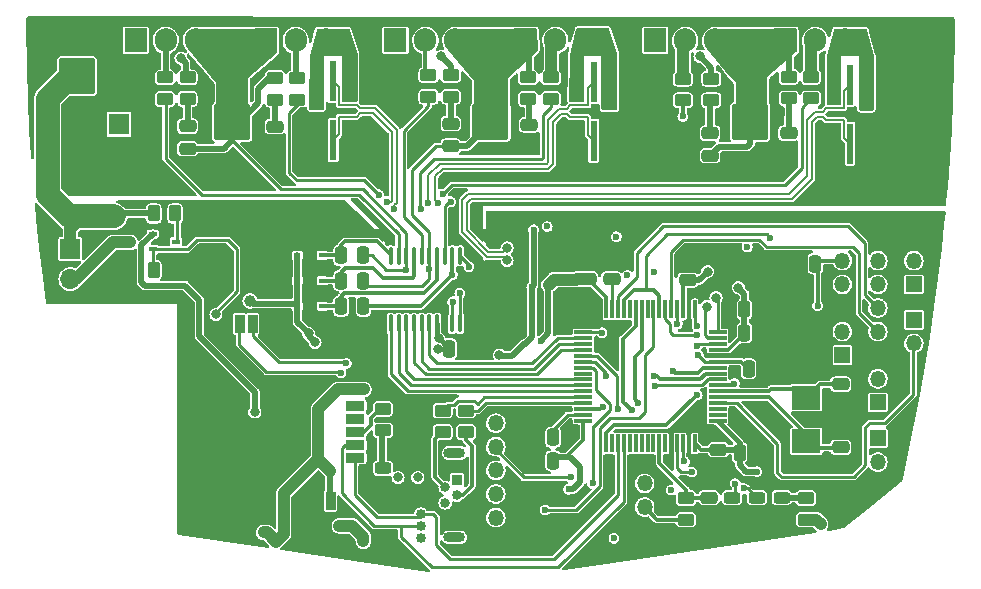
<source format=gtl>
G04 #@! TF.GenerationSoftware,KiCad,Pcbnew,(6.0.7-1)-1*
G04 #@! TF.CreationDate,2022-08-22T21:17:02+02:00*
G04 #@! TF.ProjectId,FROST-ESC,46524f53-542d-4455-9343-2e6b69636164,rev?*
G04 #@! TF.SameCoordinates,Original*
G04 #@! TF.FileFunction,Copper,L1,Top*
G04 #@! TF.FilePolarity,Positive*
%FSLAX46Y46*%
G04 Gerber Fmt 4.6, Leading zero omitted, Abs format (unit mm)*
G04 Created by KiCad (PCBNEW (6.0.7-1)-1) date 2022-08-22 21:17:02*
%MOMM*%
%LPD*%
G01*
G04 APERTURE LIST*
G04 Aperture macros list*
%AMRoundRect*
0 Rectangle with rounded corners*
0 $1 Rounding radius*
0 $2 $3 $4 $5 $6 $7 $8 $9 X,Y pos of 4 corners*
0 Add a 4 corners polygon primitive as box body*
4,1,4,$2,$3,$4,$5,$6,$7,$8,$9,$2,$3,0*
0 Add four circle primitives for the rounded corners*
1,1,$1+$1,$2,$3*
1,1,$1+$1,$4,$5*
1,1,$1+$1,$6,$7*
1,1,$1+$1,$8,$9*
0 Add four rect primitives between the rounded corners*
20,1,$1+$1,$2,$3,$4,$5,0*
20,1,$1+$1,$4,$5,$6,$7,0*
20,1,$1+$1,$6,$7,$8,$9,0*
20,1,$1+$1,$8,$9,$2,$3,0*%
G04 Aperture macros list end*
G04 #@! TA.AperFunction,ComponentPad*
%ADD10R,0.850000X0.850000*%
G04 #@! TD*
G04 #@! TA.AperFunction,ComponentPad*
%ADD11O,0.850000X0.850000*%
G04 #@! TD*
G04 #@! TA.AperFunction,ComponentPad*
%ADD12R,1.700000X1.700000*%
G04 #@! TD*
G04 #@! TA.AperFunction,ComponentPad*
%ADD13O,1.700000X1.700000*%
G04 #@! TD*
G04 #@! TA.AperFunction,SMDPad,CuDef*
%ADD14RoundRect,0.080000X-0.320000X0.720000X-0.320000X-0.720000X0.320000X-0.720000X0.320000X0.720000X0*%
G04 #@! TD*
G04 #@! TA.AperFunction,SMDPad,CuDef*
%ADD15RoundRect,0.080000X-0.720000X-0.320000X0.720000X-0.320000X0.720000X0.320000X-0.720000X0.320000X0*%
G04 #@! TD*
G04 #@! TA.AperFunction,SMDPad,CuDef*
%ADD16R,1.200000X3.400000*%
G04 #@! TD*
G04 #@! TA.AperFunction,SMDPad,CuDef*
%ADD17R,0.600000X3.400000*%
G04 #@! TD*
G04 #@! TA.AperFunction,SMDPad,CuDef*
%ADD18RoundRect,0.100000X0.100000X-0.637500X0.100000X0.637500X-0.100000X0.637500X-0.100000X-0.637500X0*%
G04 #@! TD*
G04 #@! TA.AperFunction,ComponentPad*
%ADD19R,1.350000X1.350000*%
G04 #@! TD*
G04 #@! TA.AperFunction,ComponentPad*
%ADD20O,1.350000X1.350000*%
G04 #@! TD*
G04 #@! TA.AperFunction,SMDPad,CuDef*
%ADD21RoundRect,0.250000X-0.475000X0.250000X-0.475000X-0.250000X0.475000X-0.250000X0.475000X0.250000X0*%
G04 #@! TD*
G04 #@! TA.AperFunction,SMDPad,CuDef*
%ADD22RoundRect,0.250000X0.475000X-0.250000X0.475000X0.250000X-0.475000X0.250000X-0.475000X-0.250000X0*%
G04 #@! TD*
G04 #@! TA.AperFunction,SMDPad,CuDef*
%ADD23RoundRect,0.250000X-0.250000X-0.475000X0.250000X-0.475000X0.250000X0.475000X-0.250000X0.475000X0*%
G04 #@! TD*
G04 #@! TA.AperFunction,SMDPad,CuDef*
%ADD24RoundRect,0.250000X0.450000X-0.262500X0.450000X0.262500X-0.450000X0.262500X-0.450000X-0.262500X0*%
G04 #@! TD*
G04 #@! TA.AperFunction,ComponentPad*
%ADD25R,1.905000X2.000000*%
G04 #@! TD*
G04 #@! TA.AperFunction,ComponentPad*
%ADD26O,1.905000X2.000000*%
G04 #@! TD*
G04 #@! TA.AperFunction,SMDPad,CuDef*
%ADD27R,0.700000X0.450000*%
G04 #@! TD*
G04 #@! TA.AperFunction,SMDPad,CuDef*
%ADD28RoundRect,0.243750X0.456250X-0.243750X0.456250X0.243750X-0.456250X0.243750X-0.456250X-0.243750X0*%
G04 #@! TD*
G04 #@! TA.AperFunction,SMDPad,CuDef*
%ADD29R,0.600000X0.450000*%
G04 #@! TD*
G04 #@! TA.AperFunction,SMDPad,CuDef*
%ADD30RoundRect,0.250000X0.250000X0.475000X-0.250000X0.475000X-0.250000X-0.475000X0.250000X-0.475000X0*%
G04 #@! TD*
G04 #@! TA.AperFunction,SMDPad,CuDef*
%ADD31RoundRect,0.250000X-0.450000X0.262500X-0.450000X-0.262500X0.450000X-0.262500X0.450000X0.262500X0*%
G04 #@! TD*
G04 #@! TA.AperFunction,SMDPad,CuDef*
%ADD32R,2.400000X2.000000*%
G04 #@! TD*
G04 #@! TA.AperFunction,ComponentPad*
%ADD33RoundRect,0.249999X-1.300001X-1.300001X1.300001X-1.300001X1.300001X1.300001X-1.300001X1.300001X0*%
G04 #@! TD*
G04 #@! TA.AperFunction,SMDPad,CuDef*
%ADD34RoundRect,0.250000X-0.262500X-0.450000X0.262500X-0.450000X0.262500X0.450000X-0.262500X0.450000X0*%
G04 #@! TD*
G04 #@! TA.AperFunction,SMDPad,CuDef*
%ADD35RoundRect,0.075000X0.700000X0.075000X-0.700000X0.075000X-0.700000X-0.075000X0.700000X-0.075000X0*%
G04 #@! TD*
G04 #@! TA.AperFunction,SMDPad,CuDef*
%ADD36RoundRect,0.075000X0.075000X0.700000X-0.075000X0.700000X-0.075000X-0.700000X0.075000X-0.700000X0*%
G04 #@! TD*
G04 #@! TA.AperFunction,SMDPad,CuDef*
%ADD37C,1.000000*%
G04 #@! TD*
G04 #@! TA.AperFunction,ComponentPad*
%ADD38R,0.840000X0.840000*%
G04 #@! TD*
G04 #@! TA.AperFunction,ComponentPad*
%ADD39C,0.840000*%
G04 #@! TD*
G04 #@! TA.AperFunction,ComponentPad*
%ADD40O,1.850000X0.850000*%
G04 #@! TD*
G04 #@! TA.AperFunction,ComponentPad*
%ADD41R,1.800000X1.800000*%
G04 #@! TD*
G04 #@! TA.AperFunction,ComponentPad*
%ADD42C,1.800000*%
G04 #@! TD*
G04 #@! TA.AperFunction,ViaPad*
%ADD43C,0.600000*%
G04 #@! TD*
G04 #@! TA.AperFunction,ViaPad*
%ADD44C,0.800000*%
G04 #@! TD*
G04 #@! TA.AperFunction,Conductor*
%ADD45C,0.500000*%
G04 #@! TD*
G04 #@! TA.AperFunction,Conductor*
%ADD46C,0.300000*%
G04 #@! TD*
G04 #@! TA.AperFunction,Conductor*
%ADD47C,0.250000*%
G04 #@! TD*
G04 #@! TA.AperFunction,Conductor*
%ADD48C,1.000000*%
G04 #@! TD*
G04 #@! TA.AperFunction,Conductor*
%ADD49C,0.200000*%
G04 #@! TD*
G04 #@! TA.AperFunction,Conductor*
%ADD50C,0.400000*%
G04 #@! TD*
G04 #@! TA.AperFunction,Conductor*
%ADD51C,2.000000*%
G04 #@! TD*
G04 APERTURE END LIST*
D10*
X91600000Y-81610000D03*
D11*
X91600000Y-82610000D03*
X91600000Y-83610000D03*
X91600000Y-84610000D03*
D12*
X61920000Y-60170000D03*
D13*
X61920000Y-62710000D03*
D14*
X71860000Y-81490000D03*
X82860000Y-81490000D03*
X83960000Y-81490000D03*
D15*
X86060000Y-77840000D03*
X86060000Y-76740000D03*
X86060000Y-75640000D03*
X86060000Y-74540000D03*
X86060000Y-73440000D03*
D14*
X77360000Y-66490000D03*
X76260000Y-66490000D03*
D16*
X85600000Y-45950000D03*
X82800000Y-45950000D03*
D17*
X84200000Y-45950000D03*
X84200000Y-50950000D03*
D16*
X82800000Y-50950000D03*
X85600000Y-50950000D03*
X104850000Y-51000000D03*
X107650000Y-51000000D03*
D17*
X106250000Y-51000000D03*
X106250000Y-46000000D03*
D16*
X104850000Y-46000000D03*
X107650000Y-46000000D03*
D18*
X89074639Y-66462500D03*
X89724639Y-66462500D03*
X90374639Y-66462500D03*
X91024639Y-66462500D03*
X91674639Y-66462500D03*
X92324639Y-66462500D03*
X92974639Y-66462500D03*
X93624639Y-66462500D03*
X94274639Y-66462500D03*
X94924639Y-66462500D03*
X94924639Y-60737500D03*
X94274639Y-60737500D03*
X93624639Y-60737500D03*
X92974639Y-60737500D03*
X92324639Y-60737500D03*
X91674639Y-60737500D03*
X91024639Y-60737500D03*
X90374639Y-60737500D03*
X89724639Y-60737500D03*
X89074639Y-60737500D03*
D19*
X133350000Y-63150000D03*
D20*
X133350000Y-61150000D03*
D21*
X116100000Y-50350000D03*
X116100000Y-52250000D03*
D22*
X105750000Y-62700000D03*
X105750000Y-60800000D03*
D23*
X119000000Y-67250000D03*
X120900000Y-67250000D03*
D19*
X110550000Y-84000000D03*
D20*
X110550000Y-82000000D03*
X110550000Y-80000000D03*
D19*
X133350000Y-66150000D03*
D20*
X133350000Y-68150000D03*
D19*
X127300000Y-69150000D03*
D20*
X127300000Y-67150000D03*
X127300000Y-65150000D03*
X127300000Y-63150000D03*
X127300000Y-61150000D03*
D22*
X127150000Y-76950000D03*
X127150000Y-75050000D03*
D23*
X119350000Y-70300000D03*
X121250000Y-70300000D03*
D24*
X92250000Y-47262500D03*
X92250000Y-45437500D03*
D25*
X111460000Y-42500000D03*
D26*
X114000000Y-42500000D03*
X116540000Y-42500000D03*
D21*
X116000000Y-81200000D03*
X116000000Y-83100000D03*
D27*
X68900000Y-58900000D03*
X68900000Y-60200000D03*
X70900000Y-59550000D03*
D21*
X127150000Y-71600000D03*
X127150000Y-73500000D03*
D28*
X120050000Y-83087500D03*
X120050000Y-81212500D03*
D19*
X130300000Y-73150000D03*
D20*
X130300000Y-71150000D03*
X130300000Y-69150000D03*
X130300000Y-67150000D03*
X130300000Y-65150000D03*
X130300000Y-63150000D03*
X130300000Y-61150000D03*
D29*
X81150000Y-65000000D03*
X83250000Y-65000000D03*
D24*
X124200000Y-83062500D03*
X124200000Y-81237500D03*
D30*
X102800000Y-76100000D03*
X100900000Y-76100000D03*
D31*
X71850000Y-45637500D03*
X71850000Y-47462500D03*
D22*
X114200000Y-62800000D03*
X114200000Y-60900000D03*
D21*
X122750000Y-50350000D03*
X122750000Y-52250000D03*
D29*
X83250000Y-62850000D03*
X81150000Y-62850000D03*
D19*
X97950000Y-84900000D03*
D20*
X97950000Y-82900000D03*
X97950000Y-80900000D03*
X97950000Y-78900000D03*
X97950000Y-76900000D03*
X97950000Y-74900000D03*
D21*
X94150000Y-49550000D03*
X94150000Y-51450000D03*
D31*
X88400000Y-73687500D03*
X88400000Y-75512500D03*
D23*
X84850000Y-62850000D03*
X86750000Y-62850000D03*
D32*
X124250000Y-76450000D03*
X124250000Y-72750000D03*
D29*
X83250000Y-60700000D03*
X81150000Y-60700000D03*
D22*
X107750000Y-62700000D03*
X107750000Y-60800000D03*
D23*
X94000000Y-68600000D03*
X95900000Y-68600000D03*
D33*
X62900000Y-53200000D03*
D16*
X129350000Y-46250000D03*
X126550000Y-46250000D03*
D17*
X127950000Y-46250000D03*
X127950000Y-51250000D03*
D16*
X129350000Y-51250000D03*
X126550000Y-51250000D03*
D24*
X124650000Y-47412500D03*
X124650000Y-45587500D03*
D23*
X119000000Y-65250000D03*
X120900000Y-65250000D03*
D34*
X68987500Y-61950000D03*
X70812500Y-61950000D03*
D24*
X69950000Y-47462500D03*
X69950000Y-45637500D03*
D25*
X100460000Y-42500000D03*
D26*
X103000000Y-42500000D03*
X105540000Y-42500000D03*
D25*
X67460000Y-42500000D03*
D26*
X70000000Y-42500000D03*
X72540000Y-42500000D03*
D24*
X102600000Y-47462500D03*
X102600000Y-45637500D03*
X113800000Y-47562500D03*
X113800000Y-45737500D03*
D35*
X116725000Y-74700000D03*
X116725000Y-74200000D03*
X116725000Y-73700000D03*
X116725000Y-73200000D03*
X116725000Y-72700000D03*
X116725000Y-72200000D03*
X116725000Y-71700000D03*
X116725000Y-71200000D03*
X116725000Y-70700000D03*
X116725000Y-70200000D03*
X116725000Y-69700000D03*
X116725000Y-69200000D03*
X116725000Y-68700000D03*
X116725000Y-68200000D03*
X116725000Y-67700000D03*
X116725000Y-67200000D03*
D36*
X114800000Y-65275000D03*
X114300000Y-65275000D03*
X113800000Y-65275000D03*
X113300000Y-65275000D03*
X112800000Y-65275000D03*
X112300000Y-65275000D03*
X111800000Y-65275000D03*
X111300000Y-65275000D03*
X110800000Y-65275000D03*
X110300000Y-65275000D03*
X109800000Y-65275000D03*
X109300000Y-65275000D03*
X108800000Y-65275000D03*
X108300000Y-65275000D03*
X107800000Y-65275000D03*
X107300000Y-65275000D03*
D35*
X105375000Y-67200000D03*
X105375000Y-67700000D03*
X105375000Y-68200000D03*
X105375000Y-68700000D03*
X105375000Y-69200000D03*
X105375000Y-69700000D03*
X105375000Y-70200000D03*
X105375000Y-70700000D03*
X105375000Y-71200000D03*
X105375000Y-71700000D03*
X105375000Y-72200000D03*
X105375000Y-72700000D03*
X105375000Y-73200000D03*
X105375000Y-73700000D03*
X105375000Y-74200000D03*
X105375000Y-74700000D03*
D36*
X107300000Y-76625000D03*
X107800000Y-76625000D03*
X108300000Y-76625000D03*
X108800000Y-76625000D03*
X109300000Y-76625000D03*
X109800000Y-76625000D03*
X110300000Y-76625000D03*
X110800000Y-76625000D03*
X111300000Y-76625000D03*
X111800000Y-76625000D03*
X112300000Y-76625000D03*
X112800000Y-76625000D03*
X113300000Y-76625000D03*
X113800000Y-76625000D03*
X114300000Y-76625000D03*
X114800000Y-76625000D03*
D25*
X122460000Y-42500000D03*
D26*
X125000000Y-42500000D03*
X127540000Y-42500000D03*
D20*
X130300000Y-78200000D03*
D19*
X130300000Y-76200000D03*
D33*
X119500000Y-49400000D03*
D24*
X81150000Y-47512500D03*
X81150000Y-45687500D03*
D30*
X102800000Y-78100000D03*
X100900000Y-78100000D03*
D24*
X114050000Y-83062500D03*
X114050000Y-81237500D03*
D30*
X125000000Y-61400000D03*
X123100000Y-61400000D03*
D31*
X116200000Y-45737500D03*
X116200000Y-47562500D03*
D28*
X122150000Y-83087500D03*
X122150000Y-81212500D03*
D21*
X79250000Y-49800000D03*
X79250000Y-51700000D03*
D37*
X78300000Y-84150000D03*
D31*
X122750000Y-45587500D03*
X122750000Y-47412500D03*
D24*
X95450000Y-75662500D03*
X95450000Y-73837500D03*
D25*
X89460000Y-42500000D03*
D26*
X92000000Y-42500000D03*
X94540000Y-42500000D03*
D28*
X117950000Y-83087500D03*
X117950000Y-81212500D03*
D25*
X78460000Y-42500000D03*
D26*
X81000000Y-42500000D03*
X83540000Y-42500000D03*
D38*
X94670000Y-79700000D03*
D39*
X93670000Y-80350000D03*
X94670000Y-81000000D03*
X93670000Y-81650000D03*
X94670000Y-82300000D03*
D40*
X94450000Y-77425000D03*
X94450000Y-84575000D03*
D37*
X77150000Y-64550000D03*
D21*
X100800000Y-49650000D03*
X100800000Y-51550000D03*
D34*
X68987500Y-57150000D03*
X70812500Y-57150000D03*
D21*
X116800000Y-77150000D03*
X116800000Y-79050000D03*
D28*
X88400000Y-80587500D03*
X88400000Y-78712500D03*
D33*
X62500000Y-45500000D03*
D23*
X84850000Y-65000000D03*
X86750000Y-65000000D03*
D21*
X71850000Y-49750000D03*
X71850000Y-51650000D03*
D31*
X100700000Y-45637500D03*
X100700000Y-47462500D03*
D37*
X84700000Y-83600000D03*
D23*
X84850000Y-60700000D03*
X86750000Y-60700000D03*
D41*
X66050000Y-49600000D03*
D42*
X66050000Y-54600000D03*
D33*
X97500000Y-49400000D03*
D31*
X79250000Y-45687500D03*
X79250000Y-47512500D03*
D24*
X93450000Y-75662500D03*
X93450000Y-73837500D03*
D31*
X94150000Y-45437500D03*
X94150000Y-47262500D03*
D23*
X118600000Y-77400000D03*
X120500000Y-77400000D03*
D33*
X75650000Y-49400000D03*
D43*
X87650000Y-66840000D03*
X88880000Y-59110000D03*
X84010000Y-56510000D03*
X99670000Y-57540000D03*
X98190000Y-57570000D03*
X98190000Y-58940000D03*
X86640000Y-58660000D03*
X85850000Y-57950000D03*
X85100000Y-57090000D03*
X88890000Y-84350000D03*
X99650000Y-75200000D03*
X104770000Y-66040000D03*
X98940000Y-66760000D03*
X99890000Y-63060000D03*
X103334291Y-60944291D03*
X89950000Y-75930000D03*
X86850000Y-70010000D03*
X87700000Y-70000000D03*
X103940000Y-83480000D03*
X99660000Y-77300000D03*
X92390000Y-81550000D03*
X94090000Y-83170000D03*
X99180000Y-84460000D03*
X126560000Y-65990000D03*
X129560000Y-68190000D03*
X109160000Y-84340000D03*
X113300000Y-84380000D03*
X101230000Y-57530000D03*
X114170000Y-66540000D03*
X118270000Y-69060000D03*
X112700000Y-77970000D03*
X95790000Y-67080000D03*
X73090000Y-83450000D03*
X71840000Y-79490000D03*
X71840000Y-83400000D03*
X59480000Y-58310000D03*
X59770000Y-60190000D03*
X60080000Y-62230000D03*
X62075000Y-64450000D03*
X60470000Y-64440000D03*
X63750000Y-64450000D03*
D44*
X84810000Y-72050000D03*
X85805000Y-72050000D03*
X89681497Y-79500000D03*
D43*
X81680000Y-81000000D03*
D44*
X76240000Y-76370000D03*
X67050000Y-59600000D03*
X98912145Y-61125000D03*
X98912145Y-60075000D03*
X118475000Y-63425000D03*
D43*
X88757870Y-56149479D03*
X89358912Y-56750521D03*
D44*
X82650000Y-68050000D03*
X93125000Y-67725000D03*
X65600000Y-57400000D03*
X64300000Y-57400000D03*
X63000000Y-57400000D03*
D43*
X129000000Y-80550000D03*
X127750000Y-75900000D03*
X128450000Y-73500000D03*
D44*
X91350000Y-79500000D03*
D43*
X106950000Y-67250000D03*
X94274639Y-62325361D03*
X92325139Y-61850000D03*
D44*
X93350000Y-43850000D03*
X71300000Y-44000000D03*
X115250000Y-43850000D03*
D43*
X130550000Y-50530000D03*
D44*
X73400000Y-60900000D03*
D43*
X86800000Y-49550000D03*
X85975000Y-53200000D03*
X105300000Y-53310000D03*
X104475000Y-52610000D03*
X107200000Y-53310000D03*
D44*
X99580000Y-51570000D03*
D43*
X103650000Y-51870000D03*
X108850000Y-52610000D03*
X103650000Y-51130000D03*
X86800000Y-51770000D03*
X125350000Y-49790000D03*
D44*
X74600000Y-60900000D03*
D43*
X127000000Y-52760000D03*
X130550000Y-53450000D03*
D44*
X78200000Y-58100000D03*
D43*
X104350000Y-75650000D03*
D44*
X74600000Y-62750000D03*
D43*
X81600000Y-51770000D03*
X130550000Y-52010000D03*
X103650000Y-50390000D03*
X125350000Y-50530000D03*
D44*
X97100000Y-68599500D03*
D43*
X86800000Y-53200000D03*
X108850000Y-50390000D03*
X128900000Y-52760000D03*
X107200000Y-52610000D03*
X130550000Y-52760000D03*
D44*
X73400000Y-61800000D03*
X122200000Y-65250000D03*
X117612701Y-65212701D03*
D43*
X82425000Y-52500000D03*
X85150000Y-53200000D03*
D44*
X121450000Y-62200000D03*
D43*
X81600000Y-52500000D03*
D44*
X80250000Y-63700500D03*
D43*
X125350000Y-53450000D03*
X86800000Y-52500000D03*
X103650000Y-52610000D03*
D44*
X74600000Y-61800000D03*
D43*
X103650000Y-49650000D03*
D44*
X121550000Y-51600000D03*
D43*
X103650000Y-53310000D03*
X130550000Y-51270000D03*
X104475000Y-53310000D03*
X130550000Y-49790000D03*
X108025000Y-52610000D03*
X129725000Y-52760000D03*
X125350000Y-52010000D03*
X86800000Y-50290000D03*
X127000000Y-53450000D03*
X108850000Y-51130000D03*
X81600000Y-49550000D03*
X126175000Y-52760000D03*
X81600000Y-51030000D03*
X108850000Y-53310000D03*
X128900000Y-53450000D03*
X108850000Y-49650000D03*
X83250000Y-53200000D03*
D44*
X77850000Y-51525500D03*
D43*
X126175000Y-53450000D03*
X81600000Y-53200000D03*
X127950000Y-53450000D03*
X83250000Y-52500000D03*
X86800000Y-51030000D03*
X82425000Y-53200000D03*
X129725000Y-53450000D03*
X85150000Y-52500000D03*
X114950000Y-78150000D03*
X108850000Y-51870000D03*
X105300000Y-52610000D03*
X84200000Y-53200000D03*
X108025000Y-53310000D03*
X85975000Y-52500000D03*
X81600000Y-50290000D03*
X125350000Y-52760000D03*
D44*
X73400000Y-62750000D03*
D43*
X125350000Y-51270000D03*
X106250000Y-53310000D03*
D44*
X122200000Y-67250000D03*
D43*
X102450000Y-63200000D03*
X102300000Y-58250000D03*
X120050000Y-79000000D03*
X101750000Y-67950000D03*
D44*
X79330000Y-84930000D03*
D43*
X107950000Y-84650000D03*
D44*
X125450000Y-83424500D03*
D43*
X104119137Y-80508895D03*
D44*
X86800000Y-72050000D03*
X115900000Y-62074000D03*
D43*
X112800000Y-80550000D03*
D44*
X77550000Y-73950000D03*
X86750000Y-84900000D03*
D43*
X118231112Y-80018138D03*
X118924521Y-80436005D03*
X109100000Y-62400000D03*
X90350000Y-61900000D03*
X108156754Y-59106754D03*
X111350000Y-62100000D03*
X95684667Y-61665333D03*
X88041589Y-55558411D03*
X94900000Y-63900000D03*
X91600000Y-56750000D03*
X113790000Y-48940000D03*
X94150000Y-56150000D03*
X94300000Y-64625500D03*
X93450000Y-55500000D03*
D44*
X93049139Y-68650000D03*
X82100000Y-67300000D03*
D43*
X111450000Y-71725500D03*
X111347751Y-70932562D03*
X112950000Y-70525500D03*
X92250000Y-56250000D03*
X93068754Y-56250000D03*
X114976559Y-67451367D03*
X121150000Y-59200000D03*
X109983911Y-73176000D03*
X109450000Y-73825500D03*
X106990914Y-73525500D03*
X115000000Y-72500000D03*
X114998929Y-68356914D03*
D44*
X115800000Y-65050000D03*
X116591712Y-64283423D03*
D43*
X114550000Y-79050000D03*
X113924500Y-78150000D03*
X101150000Y-58524500D03*
D44*
X98250000Y-69126940D03*
D43*
X100450000Y-68200000D03*
X101000000Y-63350000D03*
X102118655Y-82262717D03*
X106150000Y-80000000D03*
X107299500Y-70876264D03*
X108300000Y-73700000D03*
X104300000Y-79500000D03*
X118150000Y-71550500D03*
X125200000Y-64950000D03*
X85300000Y-69850000D03*
X84850000Y-70650000D03*
X113324219Y-66496272D03*
X119250000Y-60000000D03*
X114975500Y-66650000D03*
D44*
X74250000Y-65700000D03*
D43*
X115100000Y-69150000D03*
D45*
X77150000Y-64550000D02*
X77380000Y-64780000D01*
X77380000Y-64780000D02*
X80930000Y-64780000D01*
X80930000Y-64780000D02*
X81150000Y-65000000D01*
D46*
X89074639Y-60737500D02*
X89074639Y-60674639D01*
X89074639Y-60674639D02*
X87890000Y-59490000D01*
X87890000Y-59490000D02*
X85210000Y-59490000D01*
X85210000Y-59490000D02*
X84850000Y-59850000D01*
X84850000Y-59850000D02*
X84850000Y-60700000D01*
D47*
X86050000Y-77850000D02*
X86050000Y-81020000D01*
X91340000Y-82860000D02*
X91600000Y-82600000D01*
X86050000Y-81020000D02*
X87890000Y-82860000D01*
X87890000Y-82860000D02*
X91340000Y-82860000D01*
X91600000Y-82600000D02*
X92640000Y-82600000D01*
X92640000Y-82600000D02*
X92930000Y-82890000D01*
X92930000Y-82890000D02*
X92930000Y-85240000D01*
X92930000Y-85240000D02*
X94090000Y-86400000D01*
X94090000Y-86400000D02*
X102850000Y-86400000D01*
X102850000Y-86400000D02*
X108300000Y-80950000D01*
X108300000Y-80950000D02*
X108300000Y-76625000D01*
D48*
X67000000Y-59600000D02*
X65540000Y-59600000D01*
X65540000Y-59600000D02*
X62430000Y-62710000D01*
X62430000Y-62710000D02*
X61920000Y-62710000D01*
X84810000Y-72050000D02*
X84600000Y-72050000D01*
X85700000Y-72050000D02*
X84810000Y-72050000D01*
D45*
X99600000Y-51550000D02*
X100800000Y-51550000D01*
X99580000Y-51570000D02*
X99600000Y-51550000D01*
D46*
X108800000Y-65275000D02*
X108800000Y-64460000D01*
X108800000Y-64460000D02*
X109620000Y-63640000D01*
X109620000Y-63640000D02*
X110600000Y-63640000D01*
X111310000Y-63640000D02*
X110600000Y-63640000D01*
D47*
X110650000Y-60750000D02*
X110650000Y-63590000D01*
X120875000Y-58925000D02*
X112475000Y-58925000D01*
X112475000Y-58925000D02*
X110650000Y-60750000D01*
X121150000Y-59200000D02*
X120875000Y-58925000D01*
X110650000Y-63590000D02*
X110600000Y-63640000D01*
D46*
X111800000Y-65275000D02*
X111800000Y-64130000D01*
X111800000Y-64130000D02*
X111310000Y-63640000D01*
D47*
X89960000Y-83600000D02*
X89970000Y-83590000D01*
X89970000Y-83590000D02*
X89990000Y-83610000D01*
X89990000Y-83610000D02*
X91600000Y-83610000D01*
D48*
X79330000Y-84930000D02*
X80000000Y-84260000D01*
X80000000Y-84260000D02*
X80000000Y-80850000D01*
X80000000Y-80850000D02*
X82925000Y-77925000D01*
X79330000Y-84930000D02*
X78550000Y-84150000D01*
X78550000Y-84150000D02*
X78300000Y-84150000D01*
D47*
X108800000Y-76625000D02*
X108800000Y-81550000D01*
X108800000Y-81550000D02*
X103250000Y-87100000D01*
X103250000Y-87100000D02*
X92530000Y-87100000D01*
X92530000Y-87100000D02*
X89960000Y-84530000D01*
X89960000Y-84530000D02*
X89960000Y-83600000D01*
X87670000Y-83600000D02*
X89960000Y-83600000D01*
X86030000Y-76750000D02*
X85150000Y-76750000D01*
X85150000Y-76750000D02*
X84910000Y-76990000D01*
X84910000Y-80840000D02*
X87670000Y-83600000D01*
X84910000Y-76990000D02*
X84910000Y-80840000D01*
X88041589Y-55558411D02*
X86803178Y-54320000D01*
X86803178Y-54320000D02*
X81080000Y-54320000D01*
X81080000Y-54320000D02*
X80450000Y-53690000D01*
X80450000Y-53690000D02*
X80450000Y-48662500D01*
X80450000Y-48662500D02*
X81200000Y-47912500D01*
X93450000Y-55500000D02*
X94210000Y-54740000D01*
X94210000Y-54740000D02*
X122410000Y-54740000D01*
X122410000Y-54740000D02*
X123850000Y-53300000D01*
X123850000Y-53300000D02*
X123850000Y-48212500D01*
X123850000Y-48212500D02*
X124650000Y-47412500D01*
D46*
X113800000Y-47562500D02*
X113800000Y-48930000D01*
X113800000Y-48930000D02*
X113790000Y-48940000D01*
D47*
X71850000Y-60200000D02*
X68900000Y-60200000D01*
X72650000Y-59400000D02*
X71850000Y-60200000D01*
X75300000Y-59400000D02*
X72650000Y-59400000D01*
X76050000Y-60150000D02*
X75300000Y-59400000D01*
X76050000Y-63750000D02*
X76050000Y-60150000D01*
X74250000Y-65550000D02*
X76050000Y-63750000D01*
X74250000Y-65700000D02*
X74250000Y-65550000D01*
D45*
X68987500Y-57150000D02*
X65850000Y-57150000D01*
X65850000Y-57150000D02*
X65600000Y-57400000D01*
D48*
X61920000Y-60170000D02*
X61920000Y-58480000D01*
X61920000Y-58480000D02*
X63000000Y-57400000D01*
D49*
X98912145Y-61125000D02*
X98587145Y-60800000D01*
X97201042Y-60800000D02*
X97176041Y-60825001D01*
X98912145Y-60075000D02*
X98587145Y-60400000D01*
X98587145Y-60800000D02*
X97201042Y-60800000D01*
X125675001Y-48975001D02*
X125950000Y-49250000D01*
X97316726Y-60400000D02*
X95499375Y-58582649D01*
X124724500Y-54201922D02*
X124724500Y-49393700D01*
X98587145Y-60400000D02*
X97316726Y-60400000D01*
X127450000Y-50750000D02*
X127950000Y-51250000D01*
X95499375Y-58582649D02*
X95499375Y-56300625D01*
X95499375Y-56300625D02*
X95875000Y-55925000D01*
X95875000Y-55925000D02*
X123001422Y-55925000D01*
X123001422Y-55925000D02*
X124724500Y-54201922D01*
X124724500Y-49393700D02*
X125143199Y-48975001D01*
X125143199Y-48975001D02*
X125675001Y-48975001D01*
X125950000Y-49250000D02*
X127450000Y-49250000D01*
X127450000Y-49250000D02*
X127450000Y-50750000D01*
X95625000Y-55475000D02*
X122815022Y-55475000D01*
X122815022Y-55475000D02*
X124274500Y-54015522D01*
X95099375Y-56000625D02*
X95625000Y-55475000D01*
X95099375Y-58748334D02*
X95099375Y-56000625D01*
X97176041Y-60825001D02*
X95099375Y-58748334D01*
X124274500Y-54015522D02*
X124274500Y-49207300D01*
X124274500Y-49207300D02*
X124956801Y-48524999D01*
X124956801Y-48524999D02*
X125675001Y-48524999D01*
X125675001Y-48524999D02*
X125950000Y-48250000D01*
X125950000Y-48250000D02*
X127450000Y-48250000D01*
X127450000Y-48250000D02*
X127450000Y-46750000D01*
X127450000Y-46750000D02*
X127950000Y-46250000D01*
D47*
X118350000Y-73200000D02*
X121791116Y-76641116D01*
X121791116Y-76641116D02*
X121791116Y-79091116D01*
X129250000Y-75250000D02*
X129600000Y-74900000D01*
X129600000Y-74900000D02*
X130900000Y-74900000D01*
X121791116Y-79091116D02*
X122150000Y-79450000D01*
X116725000Y-73200000D02*
X118350000Y-73200000D01*
X122150000Y-79450000D02*
X128250000Y-79450000D01*
X128250000Y-79450000D02*
X129250000Y-78450000D01*
X129250000Y-78450000D02*
X129250000Y-75250000D01*
X130900000Y-74900000D02*
X133300000Y-72500000D01*
X133300000Y-72500000D02*
X133300000Y-68750000D01*
X133300000Y-68750000D02*
X133350000Y-68700000D01*
D45*
X104119137Y-80508895D02*
X104491105Y-80508895D01*
X104491105Y-80508895D02*
X105100000Y-79900000D01*
X105100000Y-78650000D02*
X104250000Y-77800000D01*
X105100000Y-79900000D02*
X105100000Y-78650000D01*
X104250000Y-77800000D02*
X103900000Y-77800000D01*
X119000000Y-63950000D02*
X118475000Y-63425000D01*
D49*
X89125000Y-56065192D02*
X89040713Y-56149479D01*
X89575000Y-50056800D02*
X89575000Y-56251590D01*
X89575000Y-56251590D02*
X89358912Y-56467678D01*
X89358912Y-56467678D02*
X89358912Y-56750521D01*
X89125000Y-50243200D02*
X89125000Y-56065192D01*
X89040713Y-56149479D02*
X88757870Y-56149479D01*
X87743199Y-48224999D02*
X89575000Y-50056800D01*
X87556801Y-48675001D02*
X89125000Y-50243200D01*
X86474999Y-48224999D02*
X87743199Y-48224999D01*
X86474999Y-48675001D02*
X87556801Y-48675001D01*
X84200000Y-45950000D02*
X84700000Y-46450000D01*
X84700000Y-47950000D02*
X86200000Y-47950000D01*
X86200000Y-47950000D02*
X86474999Y-48224999D01*
X84700000Y-46450000D02*
X84700000Y-47950000D01*
X84200000Y-50950000D02*
X84700000Y-50450000D01*
X86200000Y-48950000D02*
X86474999Y-48675001D01*
X84700000Y-50450000D02*
X84700000Y-48950000D01*
X84700000Y-48950000D02*
X86200000Y-48950000D01*
D45*
X82100000Y-67300000D02*
X82100000Y-67500000D01*
X82100000Y-67500000D02*
X82650000Y-68050000D01*
D50*
X92974639Y-67574639D02*
X93125000Y-67725000D01*
X93125000Y-67725000D02*
X94000000Y-68600000D01*
X94000000Y-68600000D02*
X93099139Y-68600000D01*
X92974639Y-66550000D02*
X92974639Y-67574639D01*
X93099139Y-68600000D02*
X93049139Y-68650000D01*
D47*
X95684667Y-61665333D02*
X95684667Y-61497528D01*
X95684667Y-61497528D02*
X94924639Y-60737500D01*
X75600000Y-50950000D02*
X79750000Y-55100000D01*
X79750000Y-55100000D02*
X86700000Y-55100000D01*
X86700000Y-55100000D02*
X90374639Y-58774639D01*
X90374639Y-58774639D02*
X90374639Y-60737500D01*
D45*
X101750000Y-67950000D02*
X102400000Y-67300000D01*
X102400000Y-67300000D02*
X102400000Y-63250000D01*
X102400000Y-63250000D02*
X102450000Y-63200000D01*
D51*
X64500000Y-57400000D02*
X65600000Y-57400000D01*
X63000000Y-57400000D02*
X64500000Y-57400000D01*
X62500000Y-45500000D02*
X61950000Y-45500000D01*
X61950000Y-45500000D02*
X60000000Y-47450000D01*
X60000000Y-47450000D02*
X60000000Y-55550000D01*
X60000000Y-55550000D02*
X61850000Y-57400000D01*
X61850000Y-57400000D02*
X63000000Y-57400000D01*
D45*
X81150000Y-62850000D02*
X81150000Y-60700000D01*
X81150000Y-65000000D02*
X81150000Y-62850000D01*
X82100000Y-67300000D02*
X81150000Y-66350000D01*
X81150000Y-66350000D02*
X81150000Y-65000000D01*
X99350000Y-69200000D02*
X98323060Y-69200000D01*
X100350000Y-68200000D02*
X99350000Y-69200000D01*
X98323060Y-69200000D02*
X98250000Y-69126940D01*
X100450000Y-68200000D02*
X100350000Y-68200000D01*
D47*
X89724639Y-58874639D02*
X89724639Y-60650000D01*
X86400000Y-55550000D02*
X89724639Y-58874639D01*
X70000000Y-52500000D02*
X73050000Y-55550000D01*
X73050000Y-55550000D02*
X86400000Y-55550000D01*
X70000000Y-47512500D02*
X70000000Y-52500000D01*
X69950000Y-47462500D02*
X70000000Y-47512500D01*
D46*
X127150000Y-75300000D02*
X127750000Y-75900000D01*
X127150000Y-75050000D02*
X127150000Y-75300000D01*
X127150000Y-73500000D02*
X128450000Y-73500000D01*
D49*
X92250000Y-56250000D02*
X92250000Y-53931800D01*
X92250000Y-53931800D02*
X93256800Y-52925000D01*
X93256800Y-52925000D02*
X102259314Y-52925000D01*
X102259314Y-52925000D02*
X102374999Y-52809315D01*
X102374999Y-52809315D02*
X102374999Y-49206300D01*
X102374999Y-49206300D02*
X103306300Y-48274999D01*
X103306300Y-48274999D02*
X103975001Y-48274999D01*
X103975001Y-48274999D02*
X104250000Y-48000000D01*
X104250000Y-48000000D02*
X105750000Y-48000000D01*
X105750000Y-48000000D02*
X105750000Y-46500000D01*
X105750000Y-46500000D02*
X106250000Y-46000000D01*
X92841823Y-53976377D02*
X93443200Y-53375000D01*
X104250000Y-49000000D02*
X105750000Y-49000000D01*
X93068754Y-56250000D02*
X92841823Y-56023069D01*
X92841823Y-56023069D02*
X92841823Y-53976377D01*
X93443200Y-53375000D02*
X98842699Y-53375000D01*
X98842699Y-53375000D02*
X98842718Y-53374981D01*
X98842718Y-53374981D02*
X102375019Y-53374981D01*
X102375019Y-53374981D02*
X102824980Y-52925020D01*
X102824980Y-52925020D02*
X102824980Y-49392719D01*
X102824980Y-49392719D02*
X103492698Y-48725001D01*
X103492698Y-48725001D02*
X103975001Y-48725001D01*
X103975001Y-48725001D02*
X104250000Y-49000000D01*
X105750000Y-49000000D02*
X105750000Y-50500000D01*
X105750000Y-50500000D02*
X106250000Y-51000000D01*
D47*
X106950000Y-67250000D02*
X106900000Y-67200000D01*
X106900000Y-67200000D02*
X105375000Y-67200000D01*
D45*
X101000000Y-63350000D02*
X101000000Y-67650000D01*
X101000000Y-67650000D02*
X100450000Y-68200000D01*
X101150000Y-58524500D02*
X101150000Y-63200000D01*
X101150000Y-63200000D02*
X101000000Y-63350000D01*
D47*
X108300000Y-65275000D02*
X108300000Y-64113604D01*
X108300000Y-64113604D02*
X109900000Y-62513604D01*
X109900000Y-62513604D02*
X109900000Y-60500000D01*
X109900000Y-60500000D02*
X112150000Y-58250000D01*
X112150000Y-58250000D02*
X127783884Y-58250000D01*
X127783884Y-58250000D02*
X129200000Y-59666116D01*
X129200000Y-59666116D02*
X129200000Y-64050000D01*
X129200000Y-64050000D02*
X130300000Y-65150000D01*
X94900000Y-63900000D02*
X94924639Y-63924639D01*
X94924639Y-63924639D02*
X94924639Y-66550000D01*
X94300000Y-64625500D02*
X94274639Y-64650861D01*
X94274639Y-64650861D02*
X94274639Y-66550000D01*
X92324639Y-60737500D02*
X92324639Y-62225361D01*
X92324639Y-62225361D02*
X92324639Y-62675361D01*
D46*
X84850000Y-65000000D02*
X83250000Y-65000000D01*
X94274639Y-60737500D02*
X94274639Y-62325361D01*
X94274639Y-62325361D02*
X91600000Y-65000000D01*
X91600000Y-65000000D02*
X86750000Y-65000000D01*
X91875000Y-63925000D02*
X85125000Y-63925000D01*
X92974639Y-62825361D02*
X91875000Y-63925000D01*
X92974639Y-60737500D02*
X92974639Y-62825361D01*
X85125000Y-63925000D02*
X84850000Y-64200000D01*
X84850000Y-64200000D02*
X84850000Y-65000000D01*
D47*
X92324639Y-62675361D02*
X91700000Y-63300000D01*
X87200000Y-63300000D02*
X86750000Y-62850000D01*
X91700000Y-63300000D02*
X87200000Y-63300000D01*
D46*
X91024639Y-60737500D02*
X91024639Y-62475361D01*
X84850000Y-62150000D02*
X84850000Y-62850000D01*
X87575000Y-61775000D02*
X85225000Y-61775000D01*
X88400000Y-62600000D02*
X87575000Y-61775000D01*
X90900000Y-62600000D02*
X88400000Y-62600000D01*
X91024639Y-62475361D02*
X90900000Y-62600000D01*
X85225000Y-61775000D02*
X84850000Y-62150000D01*
D47*
X90350000Y-61900000D02*
X88650000Y-61900000D01*
X87450000Y-60700000D02*
X86750000Y-60700000D01*
X88650000Y-61900000D02*
X87450000Y-60700000D01*
X90350000Y-61900000D02*
X90374639Y-61875361D01*
X90374639Y-61875361D02*
X90374639Y-60737500D01*
D46*
X83250000Y-62850000D02*
X84850000Y-62850000D01*
X84850000Y-60700000D02*
X83250000Y-60700000D01*
D47*
X90850000Y-55900000D02*
X90850000Y-57250000D01*
X92324639Y-58724639D02*
X92324639Y-60737500D01*
X90850000Y-57250000D02*
X92324639Y-58724639D01*
D48*
X86750000Y-84900000D02*
X86750000Y-84550000D01*
X86750000Y-84550000D02*
X85800000Y-83600000D01*
X85800000Y-83600000D02*
X84700000Y-83600000D01*
D45*
X71700000Y-44400000D02*
X71700000Y-45487500D01*
X116200000Y-44800000D02*
X115250000Y-43850000D01*
X71700000Y-45487500D02*
X71850000Y-45637500D01*
X116200000Y-45737500D02*
X116200000Y-44800000D01*
X94150000Y-45437500D02*
X94150000Y-44650000D01*
X94150000Y-44650000D02*
X93350000Y-43850000D01*
X71300000Y-44000000D02*
X71700000Y-44400000D01*
X70000000Y-45587500D02*
X69950000Y-45637500D01*
X70000000Y-42500000D02*
X70000000Y-45587500D01*
X81000000Y-45537500D02*
X81150000Y-45687500D01*
X81000000Y-42500000D02*
X81000000Y-45537500D01*
D46*
X92000000Y-45187500D02*
X92000000Y-42500000D01*
X92250000Y-45437500D02*
X92000000Y-45187500D01*
D48*
X103000000Y-42500000D02*
X102650000Y-42850000D01*
X102650000Y-42850000D02*
X102650000Y-45587500D01*
X102650000Y-45587500D02*
X102600000Y-45637500D01*
D47*
X107800000Y-62750000D02*
X107800000Y-65275000D01*
X107750000Y-62700000D02*
X107800000Y-62750000D01*
X102800000Y-76100000D02*
X102800000Y-75450000D01*
X104050000Y-74200000D02*
X105375000Y-74200000D01*
X102800000Y-75450000D02*
X104050000Y-74200000D01*
D45*
X124175000Y-81212500D02*
X124200000Y-81237500D01*
X122150000Y-81212500D02*
X124175000Y-81212500D01*
D47*
X97099500Y-68600000D02*
X97100000Y-68599500D01*
D45*
X77850000Y-51525500D02*
X79074500Y-51525500D01*
X122200000Y-52250000D02*
X121550000Y-51600000D01*
D47*
X120900000Y-65250000D02*
X122200000Y-65250000D01*
D45*
X122750000Y-52250000D02*
X122200000Y-52250000D01*
D47*
X95550000Y-68600000D02*
X97099500Y-68600000D01*
X120900000Y-67250000D02*
X122200000Y-67250000D01*
D45*
X83930000Y-78930000D02*
X83930000Y-81500000D01*
D46*
X115325000Y-77150000D02*
X114800000Y-76625000D01*
D48*
X104800000Y-62700000D02*
X105750000Y-62700000D01*
D45*
X103100000Y-77800000D02*
X102800000Y-78100000D01*
D46*
X119000000Y-67350000D02*
X117650000Y-68700000D01*
D50*
X116750000Y-74750000D02*
X116725000Y-74750000D01*
D45*
X119150000Y-79000000D02*
X118600000Y-78450000D01*
D46*
X107300000Y-64250000D02*
X105750000Y-62700000D01*
D48*
X84600000Y-72050000D02*
X82925000Y-73725000D01*
X82925000Y-73725000D02*
X82925000Y-74975000D01*
X86800000Y-72050000D02*
X85700000Y-72050000D01*
D45*
X115900000Y-62074000D02*
X115174000Y-62800000D01*
D50*
X119000000Y-67250000D02*
X119000000Y-67350000D01*
D45*
X118600000Y-77400000D02*
X118350000Y-77150000D01*
D48*
X82925000Y-74975000D02*
X82925000Y-77925000D01*
X102900000Y-62750000D02*
X104750000Y-62750000D01*
D50*
X118600000Y-76600000D02*
X116750000Y-74750000D01*
D46*
X105375000Y-74700000D02*
X105375000Y-76325000D01*
D48*
X125450000Y-83424500D02*
X125088000Y-83062500D01*
D46*
X113800000Y-63200000D02*
X114200000Y-62800000D01*
D45*
X119000000Y-67250000D02*
X119000000Y-65250000D01*
D46*
X113800000Y-65275000D02*
X113800000Y-63200000D01*
D48*
X102450000Y-63200000D02*
X102900000Y-62750000D01*
D46*
X116800000Y-77150000D02*
X115325000Y-77150000D01*
D45*
X115174000Y-62800000D02*
X114200000Y-62800000D01*
D46*
X105375000Y-76325000D02*
X103900000Y-77800000D01*
D45*
X120050000Y-79000000D02*
X119150000Y-79000000D01*
D48*
X104750000Y-62750000D02*
X104800000Y-62700000D01*
D46*
X107300000Y-65275000D02*
X107300000Y-64250000D01*
D48*
X82925000Y-77925000D02*
X83930000Y-78930000D01*
D45*
X118350000Y-77150000D02*
X116800000Y-77150000D01*
D46*
X117650000Y-68700000D02*
X116725000Y-68700000D01*
D45*
X119000000Y-65250000D02*
X119000000Y-63950000D01*
X118600000Y-78450000D02*
X118600000Y-77400000D01*
X103900000Y-77800000D02*
X103100000Y-77800000D01*
D48*
X125088000Y-83062500D02*
X124200000Y-83062500D01*
D50*
X118600000Y-77400000D02*
X118600000Y-76600000D01*
D45*
X77550000Y-72250000D02*
X72850000Y-67550000D01*
X68235730Y-63250000D02*
X67950000Y-62964270D01*
X72850000Y-64450000D02*
X71650000Y-63250000D01*
X72850000Y-67550000D02*
X72850000Y-64450000D01*
X67950000Y-62964270D02*
X67950000Y-59850000D01*
X71650000Y-63250000D02*
X68235730Y-63250000D01*
X67950000Y-59850000D02*
X68900000Y-58900000D01*
X77550000Y-73950000D02*
X77550000Y-72250000D01*
D48*
X114000000Y-42950000D02*
X114000000Y-42500000D01*
X113800000Y-43150000D02*
X114000000Y-42950000D01*
X113800000Y-45737500D02*
X113800000Y-43150000D01*
X124650000Y-42850000D02*
X124650000Y-45587500D01*
X125000000Y-42500000D02*
X124650000Y-42850000D01*
D47*
X118231112Y-80931388D02*
X117950000Y-81212500D01*
X118231112Y-80018138D02*
X118231112Y-80931388D01*
D45*
X88400000Y-75512500D02*
X88300000Y-75612500D01*
X88300000Y-75612500D02*
X88300000Y-78612500D01*
X88300000Y-78612500D02*
X88400000Y-78712500D01*
D47*
X119273505Y-80436005D02*
X120050000Y-81212500D01*
X118924521Y-80436005D02*
X119273505Y-80436005D01*
D45*
X76350000Y-49300000D02*
X75650000Y-49300000D01*
D46*
X76750000Y-48200000D02*
X75650000Y-49300000D01*
D45*
X77850000Y-46600000D02*
X77850000Y-47800000D01*
X78762500Y-45687500D02*
X77850000Y-46600000D01*
X75600000Y-50950000D02*
X75600000Y-49350000D01*
X74900000Y-51650000D02*
X75600000Y-50950000D01*
X75600000Y-49350000D02*
X75650000Y-49300000D01*
X71850000Y-51650000D02*
X74900000Y-51650000D01*
X79250000Y-45687500D02*
X78762500Y-45687500D01*
X77850000Y-47800000D02*
X76350000Y-49300000D01*
D46*
X76750000Y-48100000D02*
X76750000Y-48200000D01*
D45*
X116850000Y-51500000D02*
X119250000Y-51500000D01*
X122750000Y-45587500D02*
X122800000Y-45537500D01*
X119250000Y-51500000D02*
X119500000Y-51250000D01*
X116850000Y-51500000D02*
X116100000Y-52250000D01*
X122800000Y-42840000D02*
X122460000Y-42500000D01*
X119500000Y-51250000D02*
X119500000Y-49250000D01*
X122800000Y-45537500D02*
X122800000Y-42840000D01*
X94150000Y-51450000D02*
X95550000Y-51450000D01*
X100750000Y-42790000D02*
X100460000Y-42500000D01*
X100750000Y-45587500D02*
X100750000Y-42790000D01*
D47*
X90850000Y-55900000D02*
X90850000Y-53500000D01*
X92900000Y-51450000D02*
X94150000Y-51450000D01*
X90850000Y-53500000D02*
X92900000Y-51450000D01*
D45*
X100700000Y-45637500D02*
X100750000Y-45587500D01*
X95550000Y-51450000D02*
X97500000Y-49500000D01*
D47*
X91674639Y-60650000D02*
X91674639Y-58974639D01*
X90150000Y-57450000D02*
X90150000Y-50162500D01*
X90150000Y-50162500D02*
X92250000Y-48062500D01*
X92250000Y-48062500D02*
X92250000Y-47262500D01*
X91674639Y-58974639D02*
X90150000Y-57450000D01*
X91550000Y-53700000D02*
X92750000Y-52500000D01*
X91600000Y-56750000D02*
X91550000Y-56700000D01*
X92750000Y-52500000D02*
X101850000Y-52500000D01*
X102600000Y-48150000D02*
X102600000Y-47462500D01*
X101949999Y-48800001D02*
X102600000Y-48150000D01*
X91550000Y-56700000D02*
X91550000Y-53700000D01*
X101949999Y-52400001D02*
X101949999Y-48800001D01*
X101850000Y-52500000D02*
X101949999Y-52400001D01*
X93624639Y-56542142D02*
X93624639Y-60650000D01*
X94150000Y-56150000D02*
X94016781Y-56150000D01*
X94016781Y-56150000D02*
X93624639Y-56542142D01*
D46*
X124250000Y-75850000D02*
X121100000Y-72700000D01*
X124800000Y-77000000D02*
X127100000Y-77000000D01*
X124250000Y-76450000D02*
X124250000Y-75850000D01*
X124250000Y-76450000D02*
X124800000Y-77000000D01*
X121100000Y-72700000D02*
X116725000Y-72700000D01*
X127100000Y-77000000D02*
X127150000Y-76950000D01*
X124250000Y-72750000D02*
X125400000Y-71600000D01*
X123500000Y-72000000D02*
X121250000Y-72000000D01*
X121050000Y-72200000D02*
X116725000Y-72200000D01*
X125400000Y-71600000D02*
X127150000Y-71600000D01*
X124250000Y-72750000D02*
X123500000Y-72000000D01*
X121250000Y-72000000D02*
X121050000Y-72200000D01*
D47*
X89074639Y-66462500D02*
X89074639Y-70774639D01*
X89074639Y-70774639D02*
X90500000Y-72200000D01*
X90500000Y-72200000D02*
X105375000Y-72200000D01*
X90750000Y-71700000D02*
X105375000Y-71700000D01*
X89724639Y-66462500D02*
X89724639Y-70674639D01*
X89724639Y-70674639D02*
X90750000Y-71700000D01*
X91050000Y-71200000D02*
X105375000Y-71200000D01*
X90374639Y-66462500D02*
X90374639Y-70524639D01*
X90374639Y-70524639D02*
X91050000Y-71200000D01*
X101399520Y-70750480D02*
X103450000Y-68700000D01*
X103450000Y-68700000D02*
X105375000Y-68700000D01*
X91024639Y-66462500D02*
X91024639Y-69774639D01*
X91024639Y-69774639D02*
X92000480Y-70750480D01*
X92000480Y-70750480D02*
X101399520Y-70750480D01*
X91674639Y-66462500D02*
X91674639Y-69674639D01*
X101212644Y-70300960D02*
X103313604Y-68200000D01*
X91674639Y-69674639D02*
X92300960Y-70300960D01*
X103313604Y-68200000D02*
X105375000Y-68200000D01*
X92300960Y-70300960D02*
X101212644Y-70300960D01*
X101025768Y-69851440D02*
X103177208Y-67700000D01*
X103177208Y-67700000D02*
X105375000Y-67700000D01*
X92324639Y-69174639D02*
X93001440Y-69851440D01*
X93001440Y-69851440D02*
X101025768Y-69851440D01*
X92324639Y-66462500D02*
X92324639Y-69174639D01*
X115434315Y-71650000D02*
X115884315Y-71200000D01*
X115884315Y-71200000D02*
X116725000Y-71200000D01*
X111525500Y-71650000D02*
X115434315Y-71650000D01*
X111450000Y-71725500D02*
X111525500Y-71650000D01*
X105350001Y-72724999D02*
X105375000Y-72700000D01*
X96948294Y-72724999D02*
X105350001Y-72724999D01*
X94761827Y-73000000D02*
X96138173Y-73000000D01*
X93450000Y-73837500D02*
X93900000Y-73387500D01*
X93900000Y-73387500D02*
X94374327Y-73387500D01*
X96138173Y-73000000D02*
X96405733Y-73267560D01*
X94374327Y-73387500D02*
X94761827Y-73000000D01*
X96405733Y-73267560D02*
X96948294Y-72724999D01*
D46*
X111347751Y-70932562D02*
X111576301Y-70932562D01*
X111818739Y-71175000D02*
X115237563Y-71175000D01*
X115237563Y-71175000D02*
X115712563Y-70700000D01*
X115712563Y-70700000D02*
X116725000Y-70700000D01*
X111576301Y-70932562D02*
X111818739Y-71175000D01*
X113099500Y-70675000D02*
X115030457Y-70675000D01*
X115030457Y-70675000D02*
X115505457Y-70200000D01*
X115505457Y-70200000D02*
X116725000Y-70200000D01*
X112950000Y-70525500D02*
X113099500Y-70675000D01*
D48*
X83600000Y-42560000D02*
X83540000Y-42500000D01*
X127600000Y-42560000D02*
X127540000Y-42500000D01*
X105600000Y-42560000D02*
X105540000Y-42500000D01*
D47*
X128700000Y-60504999D02*
X128700000Y-65550000D01*
X120275000Y-59375000D02*
X120900000Y-60000000D01*
X113825000Y-59375000D02*
X120275000Y-59375000D01*
X128195001Y-60000000D02*
X128700000Y-60504999D01*
X128700000Y-65550000D02*
X130300000Y-67150000D01*
X120900000Y-60000000D02*
X128195001Y-60000000D01*
X112800000Y-65275000D02*
X112800000Y-60400000D01*
X112800000Y-60400000D02*
X113825000Y-59375000D01*
X114976559Y-67451367D02*
X112934560Y-67451367D01*
X112700000Y-67216807D02*
X112700000Y-66515006D01*
X112700000Y-66515006D02*
X112300000Y-66115006D01*
X112300000Y-66115006D02*
X112300000Y-65275000D01*
X112934560Y-67451367D02*
X112700000Y-67216807D01*
D46*
X110300000Y-68742530D02*
X110300000Y-65275000D01*
X109983911Y-73176000D02*
X109700000Y-72892089D01*
X109700000Y-69342530D02*
X110300000Y-68742530D01*
X109700000Y-72892089D02*
X109700000Y-69342530D01*
X109450000Y-73825500D02*
X108700000Y-73075500D01*
X109800000Y-66650000D02*
X109800000Y-65275000D01*
X108700000Y-67750000D02*
X109800000Y-66650000D01*
X108700000Y-73075500D02*
X108700000Y-67750000D01*
D47*
X105350001Y-73175001D02*
X105375000Y-73200000D01*
X96472193Y-73837500D02*
X97134692Y-73175001D01*
X95450000Y-73837500D02*
X96472193Y-73837500D01*
X97134692Y-73175001D02*
X105350001Y-73175001D01*
D46*
X105375000Y-73700000D02*
X106816414Y-73700000D01*
X106816414Y-73700000D02*
X106990914Y-73525500D01*
X115000000Y-72500000D02*
X112400000Y-75100000D01*
X107300000Y-75749639D02*
X107300000Y-76625000D01*
X112400000Y-75100000D02*
X107949639Y-75100000D01*
X107949639Y-75100000D02*
X107300000Y-75749639D01*
D47*
X115155843Y-68200000D02*
X116725000Y-68200000D01*
X114998929Y-68356914D02*
X115155843Y-68200000D01*
X115800000Y-65050000D02*
X115625000Y-65225000D01*
X115625000Y-65225000D02*
X115625000Y-67440006D01*
X115625000Y-67440006D02*
X115884994Y-67700000D01*
X115884994Y-67700000D02*
X116725000Y-67700000D01*
X116591712Y-64283423D02*
X116725000Y-64416711D01*
X116725000Y-64416711D02*
X116725000Y-67200000D01*
X114550000Y-79050000D02*
X113650000Y-79050000D01*
X113300000Y-78700000D02*
X113300000Y-76625000D01*
X113650000Y-79050000D02*
X113300000Y-78700000D01*
X113800000Y-78025500D02*
X113800000Y-76625000D01*
X113924500Y-78150000D02*
X113800000Y-78025500D01*
X111300000Y-68414282D02*
X111300000Y-65275000D01*
X110608411Y-69105871D02*
X111300000Y-68414282D01*
X104770476Y-82262717D02*
X106774511Y-80258682D01*
X106774511Y-75276213D02*
X107600724Y-74450000D01*
X107600724Y-74450000D02*
X110100000Y-74450000D01*
X110100000Y-74450000D02*
X110608411Y-73941589D01*
X106774511Y-80258682D02*
X106774511Y-75276213D01*
X110608411Y-73941589D02*
X110608411Y-69105871D01*
X102118655Y-82262717D02*
X104770476Y-82262717D01*
X106150000Y-75174520D02*
X106240486Y-75174520D01*
X106475000Y-72125702D02*
X106475000Y-70459315D01*
X106215685Y-70200000D02*
X105375000Y-70200000D01*
X107615914Y-73266616D02*
X106475000Y-72125702D01*
X106475000Y-70459315D02*
X106215685Y-70200000D01*
X106240486Y-75174520D02*
X107615914Y-73799092D01*
X106150000Y-80000000D02*
X106150000Y-75174520D01*
X107615914Y-73799092D02*
X107615914Y-73266616D01*
X107299500Y-70876264D02*
X107299500Y-70647419D01*
X106352081Y-69700000D02*
X105375000Y-69700000D01*
X107299500Y-70647419D02*
X106352081Y-69700000D01*
X106507120Y-69200000D02*
X105375000Y-69200000D01*
X108225000Y-73625000D02*
X108225000Y-70917880D01*
X108300000Y-73700000D02*
X108225000Y-73625000D01*
X108225000Y-70917880D02*
X106507120Y-69200000D01*
X104300000Y-79500000D02*
X100300000Y-79500000D01*
X97950000Y-77150000D02*
X97950000Y-76900000D01*
X100300000Y-79500000D02*
X97950000Y-77150000D01*
D46*
X111612500Y-83062500D02*
X110550000Y-82000000D01*
X114050000Y-83062500D02*
X111612500Y-83062500D01*
X95150000Y-81000000D02*
X94670000Y-81000000D01*
X95950000Y-80200000D02*
X95150000Y-81000000D01*
X95950000Y-76850000D02*
X95950000Y-80200000D01*
X95450000Y-75662500D02*
X95450000Y-76350000D01*
X95450000Y-76350000D02*
X95950000Y-76850000D01*
X93450000Y-75662500D02*
X93387500Y-75662500D01*
X92800000Y-79480000D02*
X93670000Y-80350000D01*
X92800000Y-76250000D02*
X92800000Y-79480000D01*
X93387500Y-75662500D02*
X92800000Y-76250000D01*
X125200000Y-64950000D02*
X125200000Y-61350000D01*
X118000500Y-71700000D02*
X118150000Y-71550500D01*
X127300000Y-61150000D02*
X125400000Y-61150000D01*
X125200000Y-61350000D02*
X125400000Y-61150000D01*
X116725000Y-71700000D02*
X118000500Y-71700000D01*
X87350000Y-75100000D02*
X87350000Y-74450000D01*
X87350000Y-74450000D02*
X88112500Y-73687500D01*
X88112500Y-73687500D02*
X88400000Y-73687500D01*
X86030000Y-75650000D02*
X86800000Y-75650000D01*
X86800000Y-75650000D02*
X87350000Y-75100000D01*
D45*
X88400000Y-73687500D02*
X88362500Y-73687500D01*
D47*
X77400000Y-67550000D02*
X77400000Y-66570000D01*
X79600000Y-69750000D02*
X77400000Y-67550000D01*
X85300000Y-69850000D02*
X85200000Y-69750000D01*
X85200000Y-69750000D02*
X79600000Y-69750000D01*
X77400000Y-66570000D02*
X77330000Y-66500000D01*
X76250000Y-66520000D02*
X76230000Y-66500000D01*
X113324219Y-66139904D02*
X113300000Y-66115685D01*
X84850000Y-70650000D02*
X84749500Y-70549500D01*
X84749500Y-70549500D02*
X78536744Y-70549500D01*
X113324219Y-66496272D02*
X113324219Y-66139904D01*
X78536744Y-70549500D02*
X76250000Y-68262756D01*
X76250000Y-68262756D02*
X76250000Y-66520000D01*
X113300000Y-66115685D02*
X113300000Y-65275000D01*
D46*
X114050000Y-81237500D02*
X115962500Y-81237500D01*
X111800000Y-76625000D02*
X111800000Y-78300000D01*
X114050000Y-80550000D02*
X114050000Y-81237500D01*
X111800000Y-78300000D02*
X114050000Y-80550000D01*
X115962500Y-81237500D02*
X116000000Y-81200000D01*
D47*
X114800000Y-66474500D02*
X114800000Y-65275000D01*
X114975500Y-66650000D02*
X114800000Y-66474500D01*
X115650000Y-69700000D02*
X116725000Y-69700000D01*
D46*
X119350000Y-70300000D02*
X118750000Y-69700000D01*
D47*
X115100000Y-69150000D02*
X115650000Y-69700000D01*
X68900000Y-61862500D02*
X68987500Y-61950000D01*
X68900000Y-60200000D02*
X68900000Y-61862500D01*
D46*
X118750000Y-69700000D02*
X116725000Y-69700000D01*
D47*
X71000000Y-59450000D02*
X70900000Y-59550000D01*
X70812500Y-57150000D02*
X71000000Y-57337500D01*
X71000000Y-57337500D02*
X71000000Y-59450000D01*
D45*
X79250000Y-47912500D02*
X79250000Y-49450000D01*
X94150000Y-47262500D02*
X94150000Y-49550000D01*
X100800000Y-47562500D02*
X100700000Y-47462500D01*
X100800000Y-49650000D02*
X100800000Y-47562500D01*
X116100000Y-47662500D02*
X116100000Y-50350000D01*
X116200000Y-47562500D02*
X116100000Y-47662500D01*
X122800000Y-47462500D02*
X122800000Y-49050000D01*
X122750000Y-47412500D02*
X122800000Y-47462500D01*
X122750000Y-50350000D02*
X122750000Y-49100000D01*
X122750000Y-49100000D02*
X122800000Y-49050000D01*
X71850000Y-48062500D02*
X71850000Y-49750000D01*
G04 #@! TA.AperFunction,Conductor*
G36*
X79324358Y-41519660D02*
G01*
X79392423Y-41539847D01*
X79438771Y-41593628D01*
X79450016Y-41645644D01*
X79450256Y-43484193D01*
X79430263Y-43552316D01*
X79406256Y-43579875D01*
X77000264Y-45642154D01*
X77000264Y-47916154D01*
X76980262Y-47984275D01*
X76926606Y-48030768D01*
X76874264Y-48042154D01*
X74426264Y-48042154D01*
X74358143Y-48022152D01*
X74311650Y-47968496D01*
X74300264Y-47916154D01*
X74300264Y-46142154D01*
X71902918Y-43255553D01*
X71874783Y-43190370D01*
X71887249Y-43118506D01*
X72655121Y-41589454D01*
X72703567Y-41537555D01*
X72767720Y-41520000D01*
X74920000Y-41520000D01*
X75749113Y-41510011D01*
X75750848Y-41510002D01*
X79324358Y-41519660D01*
G37*
G04 #@! TD.AperFunction*
G04 #@! TA.AperFunction,Conductor*
G36*
X101386037Y-41520002D02*
G01*
X101432530Y-41573658D01*
X101443853Y-41622023D01*
X101498175Y-43342223D01*
X101480333Y-43410941D01*
X101457394Y-43439068D01*
X99000264Y-45692154D01*
X99000264Y-48016154D01*
X98980262Y-48084275D01*
X98926606Y-48130768D01*
X98874264Y-48142154D01*
X96226249Y-48142154D01*
X96158128Y-48122152D01*
X96111635Y-48068496D01*
X96100249Y-48016169D01*
X96100002Y-45968116D01*
X96100000Y-45950000D01*
X93895012Y-43296014D01*
X93866865Y-43230836D01*
X93872374Y-43175711D01*
X94401310Y-41586216D01*
X94441797Y-41527896D01*
X94507388Y-41500723D01*
X94520864Y-41500000D01*
X101317916Y-41500000D01*
X101386037Y-41520002D01*
G37*
G04 #@! TD.AperFunction*
G04 #@! TA.AperFunction,Conductor*
G36*
X107525364Y-41470002D02*
G01*
X107571857Y-41523658D01*
X107577555Y-41538570D01*
X108244312Y-43681717D01*
X108250000Y-43719147D01*
X108250000Y-48274000D01*
X108229998Y-48342121D01*
X108176342Y-48388614D01*
X108124000Y-48400000D01*
X107026000Y-48400000D01*
X106957879Y-48379998D01*
X106911386Y-48326342D01*
X106900000Y-48274000D01*
X106900000Y-43850000D01*
X105400000Y-43850000D01*
X105400000Y-47623500D01*
X105379998Y-47691621D01*
X105326342Y-47738114D01*
X105274000Y-47749500D01*
X104287085Y-47749500D01*
X104262519Y-47747082D01*
X104259341Y-47746450D01*
X104196430Y-47713550D01*
X104161291Y-47651858D01*
X104157918Y-47621500D01*
X104199802Y-43768168D01*
X104203866Y-43737765D01*
X104775447Y-41544228D01*
X104811980Y-41483353D01*
X104875625Y-41451892D01*
X104897376Y-41450000D01*
X107457243Y-41450000D01*
X107525364Y-41470002D01*
G37*
G04 #@! TD.AperFunction*
G04 #@! TA.AperFunction,Conductor*
G36*
X95514557Y-55035502D02*
G01*
X95561050Y-55089158D01*
X95571154Y-55159432D01*
X95541660Y-55224012D01*
X95516431Y-55246269D01*
X95510665Y-55250122D01*
X95444399Y-55294399D01*
X95437507Y-55304714D01*
X95437505Y-55304716D01*
X95437312Y-55305005D01*
X95421642Y-55324098D01*
X94948473Y-55797267D01*
X94929380Y-55812937D01*
X94929091Y-55813130D01*
X94929089Y-55813132D01*
X94918774Y-55820024D01*
X94885981Y-55869103D01*
X94863409Y-55902884D01*
X94843967Y-56000625D01*
X94846388Y-56012796D01*
X94846388Y-56012797D01*
X94846454Y-56013129D01*
X94848875Y-56037710D01*
X94848875Y-56083364D01*
X94828873Y-56151485D01*
X94826110Y-56153879D01*
X94847985Y-56204974D01*
X94848875Y-56219923D01*
X94848875Y-58711249D01*
X94846454Y-58735830D01*
X94843967Y-58748334D01*
X94848875Y-58773008D01*
X94863409Y-58846074D01*
X94870303Y-58856391D01*
X94870303Y-58856392D01*
X94870728Y-58857028D01*
X94918774Y-58928935D01*
X94929089Y-58935827D01*
X94929091Y-58935829D01*
X94929380Y-58936022D01*
X94948473Y-58951692D01*
X96850319Y-60853539D01*
X96850300Y-65471174D01*
X95200139Y-65491421D01*
X95200139Y-64288334D01*
X95220141Y-64220213D01*
X95232724Y-64203779D01*
X95271294Y-64161168D01*
X95271298Y-64161162D01*
X95277322Y-64154507D01*
X95333588Y-64038375D01*
X95336689Y-64019947D01*
X95354190Y-63915917D01*
X95354997Y-63911120D01*
X95355133Y-63900000D01*
X95344349Y-63824696D01*
X95338112Y-63781145D01*
X95338111Y-63781142D01*
X95336839Y-63772259D01*
X95330724Y-63758809D01*
X95287145Y-63662962D01*
X95287143Y-63662959D01*
X95283428Y-63654788D01*
X95217307Y-63578050D01*
X95205051Y-63563826D01*
X95205049Y-63563824D01*
X95199193Y-63557028D01*
X95090906Y-63486841D01*
X95082311Y-63484271D01*
X95082310Y-63484270D01*
X94975874Y-63452438D01*
X94975872Y-63452438D01*
X94967273Y-63449866D01*
X94958298Y-63449811D01*
X94958297Y-63449811D01*
X94903641Y-63449477D01*
X94838231Y-63449078D01*
X94826475Y-63452438D01*
X94722786Y-63482072D01*
X94722784Y-63482073D01*
X94714155Y-63484539D01*
X94706565Y-63489328D01*
X94620919Y-63543367D01*
X94605019Y-63553399D01*
X94599076Y-63560128D01*
X94599075Y-63560129D01*
X94553886Y-63611296D01*
X94519596Y-63650122D01*
X94515782Y-63658245D01*
X94515781Y-63658247D01*
X94510247Y-63670035D01*
X94464754Y-63766932D01*
X94456862Y-63817621D01*
X94446282Y-63885567D01*
X94446282Y-63885571D01*
X94444901Y-63894440D01*
X94446065Y-63903342D01*
X94446065Y-63903345D01*
X94460246Y-64011791D01*
X94460952Y-64017186D01*
X94461633Y-64022394D01*
X94460881Y-64022492D01*
X94460029Y-64086304D01*
X94420851Y-64145512D01*
X94355882Y-64174140D01*
X94338849Y-64175192D01*
X94275782Y-64174807D01*
X94238231Y-64174578D01*
X94176193Y-64192309D01*
X94122786Y-64207572D01*
X94122784Y-64207573D01*
X94114155Y-64210039D01*
X94106565Y-64214828D01*
X94056508Y-64246412D01*
X94005019Y-64278899D01*
X93919596Y-64375622D01*
X93915782Y-64383745D01*
X93915781Y-64383747D01*
X93908293Y-64399696D01*
X93864754Y-64492432D01*
X93857868Y-64536658D01*
X93846282Y-64611067D01*
X93846282Y-64611071D01*
X93844901Y-64619940D01*
X93846065Y-64628842D01*
X93846065Y-64628845D01*
X93860468Y-64738989D01*
X93860469Y-64738993D01*
X93861633Y-64747894D01*
X93913605Y-64866010D01*
X93969591Y-64932614D01*
X93998111Y-64997627D01*
X93999139Y-65013687D01*
X93999139Y-65506158D01*
X88700300Y-65571174D01*
X88694247Y-65300500D01*
X91547634Y-65300500D01*
X91550307Y-65300696D01*
X91555342Y-65302425D01*
X91566964Y-65301989D01*
X91566966Y-65301989D01*
X91604255Y-65300589D01*
X91608981Y-65300500D01*
X91627948Y-65300500D01*
X91632683Y-65299618D01*
X91636209Y-65299390D01*
X91639949Y-65299249D01*
X91667208Y-65298226D01*
X91677893Y-65293636D01*
X91682493Y-65292599D01*
X91694214Y-65289038D01*
X91698617Y-65287339D01*
X91710053Y-65285209D01*
X91731041Y-65272272D01*
X91747411Y-65263769D01*
X91761888Y-65257549D01*
X91761892Y-65257547D01*
X91770063Y-65254036D01*
X91774949Y-65250022D01*
X91777134Y-65247837D01*
X91779397Y-65245785D01*
X91779542Y-65245945D01*
X91788549Y-65238825D01*
X91795444Y-65232573D01*
X91805348Y-65226468D01*
X91821916Y-65204680D01*
X91833110Y-65191861D01*
X94211594Y-62813377D01*
X94273906Y-62779351D01*
X94302997Y-62776493D01*
X94321916Y-62776840D01*
X94321920Y-62776839D01*
X94330894Y-62777004D01*
X94393144Y-62760033D01*
X94446731Y-62745423D01*
X94446732Y-62745423D01*
X94455394Y-62743061D01*
X94463044Y-62738364D01*
X94463046Y-62738363D01*
X94557711Y-62680239D01*
X94557714Y-62680236D01*
X94565363Y-62675540D01*
X94576198Y-62663570D01*
X94645939Y-62586522D01*
X94645942Y-62586518D01*
X94651961Y-62579868D01*
X94708227Y-62463736D01*
X94715841Y-62418482D01*
X94728829Y-62341278D01*
X94729636Y-62336481D01*
X94729772Y-62325361D01*
X94719539Y-62253909D01*
X94712751Y-62206506D01*
X94712750Y-62206503D01*
X94711478Y-62197620D01*
X94705363Y-62184170D01*
X94661784Y-62088323D01*
X94661782Y-62088320D01*
X94658067Y-62080149D01*
X94605686Y-62019357D01*
X94576372Y-61954695D01*
X94575139Y-61937110D01*
X94575139Y-61734057D01*
X94595141Y-61665936D01*
X94648797Y-61619443D01*
X94719071Y-61609339D01*
X94726801Y-61611460D01*
X94726899Y-61610966D01*
X94799965Y-61625500D01*
X95049313Y-61625500D01*
X95088571Y-61617691D01*
X95159285Y-61624019D01*
X95215353Y-61667573D01*
X95238089Y-61724932D01*
X95246300Y-61787727D01*
X95298272Y-61905843D01*
X95304049Y-61912716D01*
X95304050Y-61912717D01*
X95375526Y-61997748D01*
X95381306Y-62004624D01*
X95388783Y-62009601D01*
X95471038Y-62064354D01*
X95488727Y-62076129D01*
X95611900Y-62114611D01*
X95620870Y-62114775D01*
X95620874Y-62114776D01*
X95679609Y-62115852D01*
X95740922Y-62116976D01*
X95846019Y-62088323D01*
X95856759Y-62085395D01*
X95856760Y-62085395D01*
X95865422Y-62083033D01*
X95873072Y-62078336D01*
X95873074Y-62078335D01*
X95967739Y-62020211D01*
X95967742Y-62020208D01*
X95975391Y-62015512D01*
X95981417Y-62008855D01*
X96055967Y-61926494D01*
X96055970Y-61926490D01*
X96061989Y-61919840D01*
X96118255Y-61803708D01*
X96139664Y-61676453D01*
X96139800Y-61665333D01*
X96130461Y-61600122D01*
X96122779Y-61546478D01*
X96122778Y-61546475D01*
X96121506Y-61537592D01*
X96111581Y-61515763D01*
X96071812Y-61428295D01*
X96071810Y-61428292D01*
X96068095Y-61420121D01*
X95983860Y-61322361D01*
X95875573Y-61252174D01*
X95866978Y-61249604D01*
X95866977Y-61249603D01*
X95839515Y-61241390D01*
X95786523Y-61209768D01*
X95312044Y-60735289D01*
X95278018Y-60672977D01*
X95275139Y-60646194D01*
X95275139Y-60075326D01*
X95260605Y-60002260D01*
X95241975Y-59974377D01*
X95212132Y-59929714D01*
X95205240Y-59919399D01*
X95152677Y-59884278D01*
X95132697Y-59870928D01*
X95132695Y-59870927D01*
X95122379Y-59864034D01*
X95049313Y-59849500D01*
X94799965Y-59849500D01*
X94726899Y-59864034D01*
X94716583Y-59870927D01*
X94716580Y-59870928D01*
X94669641Y-59902292D01*
X94601888Y-59923507D01*
X94529637Y-59902292D01*
X94482698Y-59870928D01*
X94482695Y-59870927D01*
X94472379Y-59864034D01*
X94399313Y-59849500D01*
X94149965Y-59849500D01*
X94076899Y-59864034D01*
X94070835Y-59868085D01*
X94003766Y-59875296D01*
X93940279Y-59843516D01*
X93904053Y-59782457D01*
X93900139Y-59751298D01*
X93900139Y-56715321D01*
X93920141Y-56647200D01*
X93973797Y-56600707D01*
X94044071Y-56590603D01*
X94063709Y-56595053D01*
X94077233Y-56599278D01*
X94086203Y-56599442D01*
X94086207Y-56599443D01*
X94144942Y-56600519D01*
X94206255Y-56601643D01*
X94297366Y-56576803D01*
X94322092Y-56570062D01*
X94322093Y-56570062D01*
X94330755Y-56567700D01*
X94338405Y-56563003D01*
X94338407Y-56563002D01*
X94433072Y-56504878D01*
X94433075Y-56504875D01*
X94440724Y-56500179D01*
X94449476Y-56490510D01*
X94521300Y-56411161D01*
X94521303Y-56411157D01*
X94527322Y-56404507D01*
X94583588Y-56288375D01*
X94598621Y-56199019D01*
X94622245Y-56150397D01*
X94601979Y-56118862D01*
X94598148Y-56101226D01*
X94588112Y-56031145D01*
X94588111Y-56031142D01*
X94586839Y-56022259D01*
X94581290Y-56010054D01*
X94537145Y-55912962D01*
X94537143Y-55912959D01*
X94533428Y-55904788D01*
X94465451Y-55825896D01*
X94455051Y-55813826D01*
X94455049Y-55813824D01*
X94449193Y-55807028D01*
X94340906Y-55736841D01*
X94332311Y-55734271D01*
X94332310Y-55734270D01*
X94225874Y-55702438D01*
X94225872Y-55702438D01*
X94217273Y-55699866D01*
X94208298Y-55699811D01*
X94208297Y-55699811D01*
X94153641Y-55699477D01*
X94088231Y-55699078D01*
X94054533Y-55708709D01*
X93983538Y-55708197D01*
X93924091Y-55669383D01*
X93895064Y-55604591D01*
X93895654Y-55566656D01*
X93904190Y-55515917D01*
X93904997Y-55511120D01*
X93905133Y-55500000D01*
X93904510Y-55495649D01*
X93920018Y-55426497D01*
X93941121Y-55398495D01*
X94287211Y-55052405D01*
X94349523Y-55018379D01*
X94376306Y-55015500D01*
X95446436Y-55015500D01*
X95514557Y-55035502D01*
G37*
G04 #@! TD.AperFunction*
G04 #@! TA.AperFunction,Conductor*
G36*
X86301815Y-55845502D02*
G01*
X86322789Y-55862405D01*
X89412234Y-58951850D01*
X89446260Y-59014162D01*
X89449139Y-59040945D01*
X89449139Y-59751298D01*
X89429137Y-59819419D01*
X89375481Y-59865912D01*
X89305207Y-59876016D01*
X89279934Y-59869082D01*
X89272379Y-59864034D01*
X89199313Y-59849500D01*
X88949965Y-59849500D01*
X88876899Y-59864034D01*
X88850241Y-59881846D01*
X88782491Y-59903060D01*
X88714024Y-59884278D01*
X88691146Y-59866175D01*
X88570015Y-59745044D01*
X88550000Y-58850000D01*
X88166465Y-58472458D01*
X86184209Y-56521174D01*
X85696710Y-56041293D01*
X85662196Y-55979252D01*
X85666703Y-55908398D01*
X85708801Y-55851229D01*
X85775124Y-55825896D01*
X85785102Y-55825500D01*
X86233694Y-55825500D01*
X86301815Y-55845502D01*
G37*
G04 #@! TD.AperFunction*
G04 #@! TA.AperFunction,Conductor*
G36*
X96799136Y-40496017D02*
G01*
X108699806Y-40503455D01*
X136671576Y-40520937D01*
X136739684Y-40540982D01*
X136786143Y-40594666D01*
X136797496Y-40647328D01*
X136794553Y-41596219D01*
X136792061Y-42399915D01*
X136791693Y-42518415D01*
X136791674Y-42520222D01*
X136747519Y-45025276D01*
X136747321Y-45036492D01*
X136747277Y-45038290D01*
X136675712Y-47263591D01*
X136666381Y-47553724D01*
X136666311Y-47555510D01*
X136548940Y-50068482D01*
X136548891Y-50069521D01*
X136548796Y-50071281D01*
X136394879Y-52583275D01*
X136394756Y-52585074D01*
X136317451Y-53604052D01*
X136204371Y-55094605D01*
X136204219Y-55096428D01*
X136186929Y-55287506D01*
X136083134Y-56434539D01*
X136057076Y-56500578D01*
X135999448Y-56542046D01*
X135957558Y-56549182D01*
X103070940Y-56525629D01*
X96850336Y-56521174D01*
X96850334Y-56996432D01*
X96850332Y-57633509D01*
X96850324Y-59579338D01*
X95786780Y-58515794D01*
X95752754Y-58453482D01*
X95749875Y-58426699D01*
X95749875Y-56456575D01*
X95769877Y-56388454D01*
X95786780Y-56367480D01*
X95941855Y-56212405D01*
X96004167Y-56178379D01*
X96030950Y-56175500D01*
X122964337Y-56175500D01*
X122988918Y-56177921D01*
X122989250Y-56177987D01*
X122989251Y-56177987D01*
X123001422Y-56180408D01*
X123099163Y-56160966D01*
X123109478Y-56154074D01*
X123109480Y-56154073D01*
X123129131Y-56140942D01*
X123171707Y-56112494D01*
X123182023Y-56105601D01*
X123188915Y-56095286D01*
X123188917Y-56095284D01*
X123189110Y-56094995D01*
X123204780Y-56075902D01*
X124875403Y-54405279D01*
X124894499Y-54389607D01*
X124894785Y-54389416D01*
X124894786Y-54389415D01*
X124905101Y-54382523D01*
X124911995Y-54372206D01*
X124946877Y-54320001D01*
X124946877Y-54320000D01*
X124953572Y-54309980D01*
X124960466Y-54299663D01*
X124979908Y-54201922D01*
X124977421Y-54189418D01*
X124975000Y-54164837D01*
X124975000Y-49549651D01*
X124995002Y-49481530D01*
X125011905Y-49460555D01*
X125210056Y-49262405D01*
X125272368Y-49228380D01*
X125299151Y-49225501D01*
X125519051Y-49225501D01*
X125587172Y-49245503D01*
X125608146Y-49262406D01*
X125746642Y-49400902D01*
X125762312Y-49419995D01*
X125762505Y-49420284D01*
X125762507Y-49420286D01*
X125769399Y-49430601D01*
X125779714Y-49437493D01*
X125822464Y-49466057D01*
X125822465Y-49466058D01*
X125841940Y-49479071D01*
X125852259Y-49485966D01*
X125950000Y-49505408D01*
X125962171Y-49502987D01*
X125962172Y-49502987D01*
X125962504Y-49502921D01*
X125987085Y-49500500D01*
X127073500Y-49500500D01*
X127141621Y-49520502D01*
X127188114Y-49574158D01*
X127199500Y-49626500D01*
X127199500Y-50712915D01*
X127197079Y-50737496D01*
X127194592Y-50750000D01*
X127214034Y-50847741D01*
X127217053Y-50852259D01*
X127269399Y-50930601D01*
X127279717Y-50937495D01*
X127279719Y-50937497D01*
X127280005Y-50937688D01*
X127299098Y-50953358D01*
X127462595Y-51116855D01*
X127496621Y-51179167D01*
X127499500Y-51205950D01*
X127499500Y-52964820D01*
X127508233Y-53008722D01*
X127515127Y-53019040D01*
X127515128Y-53019042D01*
X127517613Y-53022761D01*
X127541496Y-53058504D01*
X127551815Y-53065399D01*
X127580958Y-53084872D01*
X127580960Y-53084873D01*
X127591278Y-53091767D01*
X127635180Y-53100500D01*
X128264820Y-53100500D01*
X128308722Y-53091767D01*
X128319040Y-53084873D01*
X128319042Y-53084872D01*
X128348185Y-53065399D01*
X128358504Y-53058504D01*
X128382387Y-53022761D01*
X128384872Y-53019042D01*
X128384873Y-53019040D01*
X128391767Y-53008722D01*
X128400500Y-52964820D01*
X128400500Y-49535180D01*
X128391767Y-49491278D01*
X128384873Y-49480960D01*
X128384872Y-49480958D01*
X128365399Y-49451815D01*
X128358504Y-49441496D01*
X128348014Y-49434487D01*
X128319042Y-49415128D01*
X128319040Y-49415127D01*
X128308722Y-49408233D01*
X128264820Y-49399500D01*
X127828987Y-49399500D01*
X127760866Y-49379498D01*
X127714373Y-49325842D01*
X127702987Y-49273500D01*
X127702987Y-49262171D01*
X127705408Y-49250000D01*
X127685966Y-49152260D01*
X127630601Y-49069399D01*
X127547740Y-49014034D01*
X127474674Y-48999500D01*
X127450000Y-48994592D01*
X127437829Y-48997013D01*
X127437828Y-48997013D01*
X127437496Y-48997079D01*
X127412915Y-48999500D01*
X126105950Y-48999500D01*
X126037829Y-48979498D01*
X126016855Y-48962595D01*
X125893355Y-48839095D01*
X125859329Y-48776783D01*
X125864394Y-48705968D01*
X125893355Y-48660905D01*
X126016855Y-48537405D01*
X126079167Y-48503379D01*
X126105950Y-48500500D01*
X127412915Y-48500500D01*
X127437496Y-48502921D01*
X127437828Y-48502987D01*
X127437829Y-48502987D01*
X127450000Y-48505408D01*
X127462171Y-48502987D01*
X127466852Y-48502056D01*
X127510383Y-48493397D01*
X127547740Y-48485966D01*
X127581964Y-48463099D01*
X127601568Y-48450000D01*
X127630601Y-48430601D01*
X127673468Y-48366445D01*
X127679072Y-48358058D01*
X127679072Y-48358057D01*
X127685966Y-48347740D01*
X127697644Y-48289033D01*
X127700500Y-48274674D01*
X127705408Y-48250000D01*
X127702987Y-48237829D01*
X127702987Y-48226500D01*
X127722989Y-48158379D01*
X127776645Y-48111886D01*
X127828987Y-48100500D01*
X128264820Y-48100500D01*
X128308722Y-48091767D01*
X128348500Y-48065188D01*
X128416251Y-48043974D01*
X128484718Y-48062757D01*
X128532161Y-48115575D01*
X128544500Y-48169954D01*
X128544500Y-48324000D01*
X128544860Y-48327346D01*
X128544860Y-48327352D01*
X128545744Y-48335569D01*
X128548053Y-48357053D01*
X128559439Y-48409395D01*
X128593867Y-48478173D01*
X128599027Y-48484128D01*
X128599029Y-48484131D01*
X128634457Y-48525017D01*
X128640360Y-48531829D01*
X128647943Y-48536703D01*
X128647944Y-48536703D01*
X128665415Y-48547931D01*
X128714070Y-48579199D01*
X128722719Y-48581739D01*
X128722720Y-48581739D01*
X128737259Y-48586008D01*
X128782191Y-48599201D01*
X128786650Y-48599842D01*
X128786654Y-48599843D01*
X128800371Y-48601815D01*
X128826000Y-48605500D01*
X129824000Y-48605500D01*
X129827346Y-48605140D01*
X129827352Y-48605140D01*
X129839141Y-48603872D01*
X129857053Y-48601947D01*
X129909395Y-48590561D01*
X129978173Y-48556133D01*
X129984128Y-48550973D01*
X129984131Y-48550971D01*
X130025017Y-48515543D01*
X130025018Y-48515541D01*
X130031829Y-48509640D01*
X130079199Y-48435930D01*
X130083793Y-48420286D01*
X130088105Y-48405600D01*
X130099201Y-48367809D01*
X130101960Y-48348624D01*
X130103558Y-48337504D01*
X130105500Y-48324000D01*
X130105500Y-43816165D01*
X130105374Y-43814185D01*
X130105373Y-43814169D01*
X130104363Y-43798368D01*
X130104236Y-43796379D01*
X130100735Y-43769086D01*
X130100414Y-43766582D01*
X130100412Y-43766569D01*
X130100156Y-43764574D01*
X130099765Y-43762552D01*
X130096763Y-43747064D01*
X130096384Y-43745108D01*
X130088998Y-43716792D01*
X129580036Y-41765774D01*
X129525036Y-41554939D01*
X129521077Y-41542069D01*
X129513772Y-41521536D01*
X129507250Y-41510351D01*
X129487738Y-41476889D01*
X129487736Y-41476887D01*
X129484786Y-41471827D01*
X129480951Y-41467401D01*
X129480948Y-41467397D01*
X129444196Y-41424983D01*
X129444194Y-41424982D01*
X129438293Y-41418171D01*
X129364583Y-41370801D01*
X129355934Y-41368261D01*
X129355933Y-41368261D01*
X129335893Y-41362377D01*
X129296462Y-41350799D01*
X129292003Y-41350158D01*
X129291999Y-41350157D01*
X129269880Y-41346977D01*
X129252653Y-41344500D01*
X126697376Y-41344500D01*
X126683901Y-41345085D01*
X126682536Y-41345204D01*
X126682532Y-41345204D01*
X126679751Y-41345446D01*
X126662150Y-41346977D01*
X126606717Y-41362493D01*
X126576502Y-41377429D01*
X126551151Y-41389960D01*
X126551149Y-41389961D01*
X126543072Y-41393954D01*
X126536447Y-41400061D01*
X126536445Y-41400062D01*
X126519746Y-41415454D01*
X126478648Y-41453336D01*
X126469632Y-41468360D01*
X126444431Y-41510351D01*
X126442115Y-41514211D01*
X126424972Y-41555018D01*
X126296834Y-42046771D01*
X126286274Y-42087295D01*
X126249741Y-42148171D01*
X126186096Y-42179632D01*
X126115545Y-42171690D01*
X126060488Y-42126866D01*
X126043441Y-42090995D01*
X126030469Y-42046778D01*
X126030465Y-42046767D01*
X126028778Y-42041018D01*
X125978085Y-41942591D01*
X125935154Y-41859236D01*
X125935152Y-41859233D01*
X125932408Y-41853905D01*
X125802395Y-41688390D01*
X125756975Y-41648976D01*
X125712371Y-41610271D01*
X125643429Y-41550446D01*
X125495653Y-41464956D01*
X125466444Y-41448058D01*
X125466443Y-41448058D01*
X125461246Y-41445051D01*
X125455577Y-41443082D01*
X125455574Y-41443081D01*
X125268091Y-41377976D01*
X125262421Y-41376007D01*
X125255359Y-41374983D01*
X125060066Y-41346667D01*
X125060063Y-41346667D01*
X125054126Y-41345806D01*
X124843879Y-41355537D01*
X124639265Y-41404849D01*
X124633815Y-41407327D01*
X124633812Y-41407328D01*
X124559144Y-41441278D01*
X124447667Y-41491964D01*
X124275999Y-41613737D01*
X124130454Y-41765774D01*
X124127201Y-41770812D01*
X124070107Y-41859236D01*
X124016285Y-41942591D01*
X124014043Y-41948154D01*
X123957968Y-42087295D01*
X123937611Y-42137806D01*
X123897271Y-42344376D01*
X123897000Y-42349917D01*
X123897000Y-42600085D01*
X123911973Y-42757021D01*
X123971222Y-42958982D01*
X123985517Y-42986737D01*
X123999500Y-43044427D01*
X123999500Y-44907174D01*
X123979498Y-44975295D01*
X123960316Y-44995608D01*
X123961658Y-44996950D01*
X123871950Y-45086658D01*
X123814354Y-45199696D01*
X123812412Y-45198706D01*
X123779759Y-45246458D01*
X123714362Y-45274095D01*
X123644405Y-45261988D01*
X123592100Y-45213981D01*
X123585683Y-45199932D01*
X123585646Y-45199696D01*
X123528050Y-45086658D01*
X123438342Y-44996950D01*
X123325304Y-44939354D01*
X123306792Y-44936422D01*
X123242639Y-44906012D01*
X123205110Y-44845744D01*
X123200500Y-44811973D01*
X123200500Y-43946342D01*
X123220502Y-43878221D01*
X123244818Y-43850404D01*
X123246463Y-43849004D01*
X123496489Y-43636130D01*
X123512757Y-43620073D01*
X123537072Y-43592258D01*
X123556469Y-43556919D01*
X123565917Y-43539705D01*
X123565918Y-43539703D01*
X123569199Y-43533725D01*
X123589201Y-43465604D01*
X123589978Y-43460204D01*
X123594858Y-43426258D01*
X123595500Y-43421795D01*
X123595500Y-41625818D01*
X123591970Y-41592873D01*
X123580659Y-41540697D01*
X123575095Y-41529550D01*
X123563000Y-41487586D01*
X123563000Y-41485180D01*
X123560742Y-41473825D01*
X123556688Y-41453449D01*
X123554267Y-41441278D01*
X123547373Y-41430960D01*
X123547372Y-41430958D01*
X123527899Y-41401815D01*
X123521004Y-41391496D01*
X123497326Y-41375675D01*
X123481542Y-41365128D01*
X123481540Y-41365127D01*
X123471222Y-41358233D01*
X123427320Y-41349500D01*
X123359181Y-41349500D01*
X123341067Y-41348191D01*
X123340317Y-41348082D01*
X123314407Y-41344318D01*
X123309909Y-41344311D01*
X123309902Y-41344311D01*
X121359710Y-41341489D01*
X116612589Y-41334619D01*
X116608016Y-41335288D01*
X116608014Y-41335288D01*
X116572188Y-41340528D01*
X116572183Y-41340529D01*
X116567610Y-41341198D01*
X116563181Y-41342529D01*
X116563177Y-41342530D01*
X116559553Y-41343619D01*
X116529116Y-41348815D01*
X116441645Y-41352864D01*
X116383879Y-41355537D01*
X116378055Y-41356941D01*
X116378052Y-41356941D01*
X116224472Y-41393954D01*
X116179265Y-41404849D01*
X116173815Y-41407327D01*
X116173812Y-41407328D01*
X116099144Y-41441278D01*
X115987667Y-41491964D01*
X115815999Y-41613737D01*
X115670454Y-41765774D01*
X115667201Y-41770812D01*
X115610107Y-41859236D01*
X115556285Y-41942591D01*
X115554043Y-41948154D01*
X115497968Y-42087295D01*
X115477611Y-42137806D01*
X115437271Y-42344376D01*
X115437000Y-42349917D01*
X115437000Y-42600085D01*
X115451973Y-42757021D01*
X115511222Y-42958982D01*
X115513967Y-42964311D01*
X115513969Y-42964316D01*
X115601873Y-43134990D01*
X115607592Y-43146095D01*
X115611295Y-43150809D01*
X115614537Y-43155859D01*
X115612534Y-43157145D01*
X115635004Y-43213396D01*
X115621516Y-43283099D01*
X115572483Y-43334445D01*
X115503475Y-43351131D01*
X115461350Y-43341688D01*
X115393709Y-43313670D01*
X115250000Y-43294750D01*
X115106291Y-43313670D01*
X115098659Y-43316831D01*
X115098660Y-43316831D01*
X115086258Y-43321968D01*
X115015669Y-43329557D01*
X114952182Y-43297778D01*
X114915954Y-43236720D01*
X114918488Y-43165769D01*
X114932188Y-43137212D01*
X114980460Y-43062451D01*
X114980463Y-43062446D01*
X114983715Y-43057409D01*
X115001255Y-43013887D01*
X115060147Y-42867758D01*
X115060148Y-42867755D01*
X115062389Y-42862194D01*
X115102729Y-42655624D01*
X115103000Y-42650083D01*
X115103000Y-42399915D01*
X115088027Y-42242979D01*
X115028778Y-42041018D01*
X114978085Y-41942591D01*
X114935154Y-41859236D01*
X114935152Y-41859233D01*
X114932408Y-41853905D01*
X114802395Y-41688390D01*
X114756975Y-41648976D01*
X114712371Y-41610271D01*
X114643429Y-41550446D01*
X114495653Y-41464956D01*
X114466444Y-41448058D01*
X114466443Y-41448058D01*
X114461246Y-41445051D01*
X114455577Y-41443082D01*
X114455574Y-41443081D01*
X114268091Y-41377976D01*
X114262421Y-41376007D01*
X114255359Y-41374983D01*
X114060066Y-41346667D01*
X114060063Y-41346667D01*
X114054126Y-41345806D01*
X113843879Y-41355537D01*
X113639265Y-41404849D01*
X113633815Y-41407327D01*
X113633812Y-41407328D01*
X113559144Y-41441278D01*
X113447667Y-41491964D01*
X113275999Y-41613737D01*
X113130454Y-41765774D01*
X113127201Y-41770812D01*
X113070107Y-41859236D01*
X113016285Y-41942591D01*
X113014043Y-41948154D01*
X112957968Y-42087295D01*
X112937611Y-42137806D01*
X112897271Y-42344376D01*
X112897000Y-42349917D01*
X112897000Y-42600085D01*
X112911973Y-42757021D01*
X112971222Y-42958982D01*
X112973967Y-42964311D01*
X112973969Y-42964316D01*
X113061873Y-43134990D01*
X113067592Y-43146095D01*
X113071296Y-43150810D01*
X113122586Y-43216106D01*
X113148936Y-43282032D01*
X113149500Y-43293939D01*
X113149500Y-45057174D01*
X113129498Y-45125295D01*
X113110316Y-45145608D01*
X113111658Y-45146950D01*
X113021950Y-45236658D01*
X112964354Y-45349696D01*
X112962804Y-45359485D01*
X112962803Y-45359487D01*
X112958470Y-45386849D01*
X112949500Y-45443481D01*
X112949501Y-46031518D01*
X112950276Y-46036409D01*
X112950276Y-46036412D01*
X112960426Y-46100499D01*
X112964354Y-46125304D01*
X112968855Y-46134137D01*
X112968857Y-46134142D01*
X112980071Y-46156151D01*
X113021950Y-46238342D01*
X113111658Y-46328050D01*
X113224696Y-46385646D01*
X113234485Y-46387196D01*
X113234487Y-46387197D01*
X113261849Y-46391530D01*
X113318481Y-46400500D01*
X113799902Y-46400500D01*
X114281518Y-46400499D01*
X114286412Y-46399724D01*
X114365506Y-46387198D01*
X114365508Y-46387197D01*
X114375304Y-46385646D01*
X114405034Y-46370498D01*
X114440625Y-46352363D01*
X114488342Y-46328050D01*
X114578050Y-46238342D01*
X114635646Y-46125304D01*
X114639698Y-46099724D01*
X114643565Y-46075304D01*
X114650500Y-46031519D01*
X114650499Y-45443482D01*
X114649724Y-45438588D01*
X114637198Y-45359494D01*
X114637197Y-45359492D01*
X114635646Y-45349696D01*
X114578050Y-45236658D01*
X114488342Y-45146950D01*
X114491005Y-45144287D01*
X114459078Y-45102869D01*
X114450500Y-45057174D01*
X114450500Y-43917125D01*
X114470502Y-43849004D01*
X114472996Y-43846843D01*
X114452005Y-43802289D01*
X114450500Y-43782875D01*
X114450500Y-43635461D01*
X114470502Y-43567340D01*
X114524349Y-43520760D01*
X114546878Y-43510517D01*
X114546884Y-43510513D01*
X114552333Y-43508036D01*
X114553072Y-43507512D01*
X114620430Y-43491295D01*
X114687481Y-43514633D01*
X114731271Y-43570517D01*
X114737896Y-43641204D01*
X114730624Y-43665359D01*
X114713670Y-43706291D01*
X114706263Y-43762552D01*
X114701422Y-43799322D01*
X114678215Y-43851781D01*
X114697396Y-43881627D01*
X114701422Y-43900678D01*
X114713670Y-43993709D01*
X114769139Y-44127625D01*
X114857379Y-44242621D01*
X114972375Y-44330861D01*
X115106291Y-44386330D01*
X115194765Y-44397978D01*
X115259691Y-44426701D01*
X115267412Y-44433805D01*
X115707320Y-44873713D01*
X115741346Y-44936025D01*
X115736281Y-45006840D01*
X115693734Y-45063676D01*
X115643919Y-45084729D01*
X115643922Y-45084739D01*
X115643804Y-45084777D01*
X115637939Y-45087256D01*
X115634497Y-45087801D01*
X115634492Y-45087803D01*
X115624696Y-45089354D01*
X115615859Y-45093857D01*
X115615858Y-45093857D01*
X115593105Y-45105451D01*
X115511658Y-45146950D01*
X115421950Y-45236658D01*
X115364354Y-45349696D01*
X115362804Y-45359485D01*
X115362803Y-45359487D01*
X115358470Y-45386849D01*
X115349500Y-45443481D01*
X115349501Y-46031518D01*
X115350276Y-46036409D01*
X115350276Y-46036412D01*
X115360426Y-46100499D01*
X115364354Y-46125304D01*
X115368855Y-46134137D01*
X115368857Y-46134142D01*
X115380071Y-46156151D01*
X115421950Y-46238342D01*
X115511658Y-46328050D01*
X115624696Y-46385646D01*
X115634485Y-46387196D01*
X115634487Y-46387197D01*
X115661849Y-46391530D01*
X115718481Y-46400500D01*
X116199902Y-46400500D01*
X116681518Y-46400499D01*
X116686412Y-46399724D01*
X116765506Y-46387198D01*
X116765508Y-46387197D01*
X116775304Y-46385646D01*
X116805034Y-46370498D01*
X116840625Y-46352363D01*
X116888342Y-46328050D01*
X116978050Y-46238342D01*
X117035646Y-46125304D01*
X117039698Y-46099724D01*
X117043565Y-46075304D01*
X117050500Y-46031519D01*
X117050499Y-45443482D01*
X117049724Y-45438588D01*
X117037198Y-45359494D01*
X117037197Y-45359492D01*
X117035646Y-45349696D01*
X116978050Y-45236658D01*
X116888342Y-45146950D01*
X116775304Y-45089354D01*
X116765513Y-45087803D01*
X116765512Y-45087803D01*
X116706789Y-45078502D01*
X116642636Y-45048089D01*
X116605109Y-44987821D01*
X116600500Y-44954053D01*
X116600500Y-44736567D01*
X116597434Y-44727132D01*
X116596104Y-44718733D01*
X116605203Y-44648322D01*
X116650925Y-44594007D01*
X116718753Y-44573034D01*
X116787152Y-44592061D01*
X116817483Y-44618519D01*
X117536362Y-45484107D01*
X118048282Y-46100500D01*
X118065430Y-46121148D01*
X118093565Y-46186332D01*
X118094500Y-46201650D01*
X118094500Y-47627050D01*
X118074498Y-47695171D01*
X118025704Y-47739317D01*
X117961657Y-47771950D01*
X117871950Y-47861657D01*
X117814354Y-47974695D01*
X117812804Y-47984484D01*
X117812803Y-47984486D01*
X117810346Y-48000000D01*
X117799500Y-48068480D01*
X117799500Y-50731520D01*
X117802427Y-50750000D01*
X117812620Y-50814354D01*
X117814354Y-50825305D01*
X117820736Y-50837830D01*
X117860717Y-50916297D01*
X117873821Y-50986074D01*
X117847121Y-51051858D01*
X117789094Y-51092765D01*
X117748450Y-51099500D01*
X116946082Y-51099500D01*
X116877961Y-51079498D01*
X116831468Y-51025842D01*
X116821364Y-50955568D01*
X116850858Y-50890988D01*
X116856987Y-50884405D01*
X116903050Y-50838342D01*
X116960646Y-50725304D01*
X116975500Y-50631519D01*
X116975499Y-50068482D01*
X116962807Y-49988342D01*
X116962198Y-49984494D01*
X116962197Y-49984492D01*
X116960646Y-49974696D01*
X116903050Y-49861658D01*
X116813342Y-49771950D01*
X116700304Y-49714354D01*
X116690513Y-49712803D01*
X116690512Y-49712803D01*
X116641839Y-49705094D01*
X116606790Y-49699543D01*
X116542637Y-49669131D01*
X116505109Y-49608863D01*
X116500500Y-49575094D01*
X116500500Y-48351499D01*
X116520502Y-48283378D01*
X116574158Y-48236885D01*
X116626500Y-48225499D01*
X116681518Y-48225499D01*
X116686412Y-48224724D01*
X116765506Y-48212198D01*
X116765508Y-48212197D01*
X116775304Y-48210646D01*
X116792448Y-48201911D01*
X116806895Y-48194549D01*
X116888342Y-48153050D01*
X116978050Y-48063342D01*
X117035646Y-47950304D01*
X117037772Y-47936885D01*
X117043565Y-47900304D01*
X117050500Y-47856519D01*
X117050499Y-47268482D01*
X117045577Y-47237405D01*
X117037198Y-47184494D01*
X117037197Y-47184492D01*
X117035646Y-47174696D01*
X116978050Y-47061658D01*
X116888342Y-46971950D01*
X116775304Y-46914354D01*
X116765515Y-46912804D01*
X116765513Y-46912803D01*
X116738151Y-46908470D01*
X116681519Y-46899500D01*
X116200098Y-46899500D01*
X115718482Y-46899501D01*
X115713589Y-46900276D01*
X115713588Y-46900276D01*
X115634494Y-46912802D01*
X115634492Y-46912803D01*
X115624696Y-46914354D01*
X115615859Y-46918857D01*
X115615858Y-46918857D01*
X115596028Y-46928961D01*
X115511658Y-46971950D01*
X115421950Y-47061658D01*
X115364354Y-47174696D01*
X115362804Y-47184485D01*
X115362803Y-47184487D01*
X115359811Y-47203379D01*
X115349500Y-47268481D01*
X115349501Y-47856518D01*
X115350276Y-47861409D01*
X115350276Y-47861412D01*
X115360593Y-47926553D01*
X115364354Y-47950304D01*
X115368855Y-47959137D01*
X115368857Y-47959142D01*
X115375415Y-47972012D01*
X115421950Y-48063342D01*
X115511658Y-48153050D01*
X115615862Y-48206145D01*
X115624696Y-48210646D01*
X115623650Y-48212699D01*
X115671044Y-48245108D01*
X115698679Y-48310506D01*
X115699500Y-48324865D01*
X115699500Y-49575095D01*
X115679498Y-49643216D01*
X115625842Y-49689709D01*
X115593209Y-49699544D01*
X115509494Y-49712802D01*
X115509492Y-49712803D01*
X115499696Y-49714354D01*
X115386658Y-49771950D01*
X115296950Y-49861658D01*
X115239354Y-49974696D01*
X115237804Y-49984485D01*
X115237803Y-49984487D01*
X115233470Y-50011849D01*
X115224500Y-50068481D01*
X115224501Y-50631518D01*
X115225276Y-50636409D01*
X115225276Y-50636412D01*
X115230641Y-50670285D01*
X115239354Y-50725304D01*
X115296950Y-50838342D01*
X115386658Y-50928050D01*
X115499696Y-50985646D01*
X115509485Y-50987196D01*
X115509487Y-50987197D01*
X115536849Y-50991530D01*
X115593481Y-51000500D01*
X115631335Y-51000500D01*
X116478919Y-51000499D01*
X116547040Y-51020501D01*
X116593533Y-51074157D01*
X116603637Y-51144431D01*
X116574144Y-51209011D01*
X116568028Y-51215580D01*
X116221010Y-51562597D01*
X116158700Y-51596621D01*
X116131917Y-51599500D01*
X115644695Y-51599501D01*
X115593482Y-51599501D01*
X115588589Y-51600276D01*
X115588588Y-51600276D01*
X115509494Y-51612802D01*
X115509492Y-51612803D01*
X115499696Y-51614354D01*
X115386658Y-51671950D01*
X115296950Y-51761658D01*
X115239354Y-51874696D01*
X115237804Y-51884485D01*
X115237803Y-51884487D01*
X115235267Y-51900500D01*
X115224500Y-51968481D01*
X115224501Y-52531518D01*
X115225276Y-52536409D01*
X115225276Y-52536412D01*
X115237741Y-52615117D01*
X115239354Y-52625304D01*
X115296950Y-52738342D01*
X115386658Y-52828050D01*
X115499696Y-52885646D01*
X115509485Y-52887196D01*
X115509487Y-52887197D01*
X115536849Y-52891530D01*
X115593481Y-52900500D01*
X116099897Y-52900500D01*
X116606518Y-52900499D01*
X116611412Y-52899724D01*
X116690506Y-52887198D01*
X116690508Y-52887197D01*
X116700304Y-52885646D01*
X116813342Y-52828050D01*
X116903050Y-52738342D01*
X116960646Y-52625304D01*
X116962260Y-52615117D01*
X116969476Y-52569555D01*
X116975500Y-52531519D01*
X116975499Y-52026500D01*
X116995501Y-51958379D01*
X117049156Y-51911886D01*
X117101499Y-51900500D01*
X119313433Y-51900500D01*
X119322864Y-51897436D01*
X119322868Y-51897435D01*
X119334353Y-51893703D01*
X119353578Y-51889087D01*
X119365512Y-51887197D01*
X119365513Y-51887197D01*
X119375304Y-51885646D01*
X119384137Y-51881145D01*
X119384141Y-51881144D01*
X119394906Y-51875659D01*
X119413166Y-51868095D01*
X119434090Y-51861296D01*
X119451893Y-51848361D01*
X119468745Y-51838035D01*
X119479502Y-51832554D01*
X119488342Y-51828050D01*
X119510895Y-51805497D01*
X119510910Y-51805483D01*
X119805483Y-51510909D01*
X119828050Y-51488342D01*
X119832553Y-51479505D01*
X119838038Y-51468741D01*
X119848368Y-51451884D01*
X119855465Y-51442115D01*
X119861296Y-51434090D01*
X119868094Y-51413168D01*
X119875658Y-51394907D01*
X119881145Y-51384139D01*
X119881146Y-51384135D01*
X119885646Y-51375304D01*
X119887197Y-51365515D01*
X119887199Y-51365507D01*
X119889089Y-51353573D01*
X119893703Y-51334353D01*
X119897435Y-51322867D01*
X119897436Y-51322860D01*
X119900499Y-51313433D01*
X119900499Y-51281525D01*
X119900500Y-51281519D01*
X119900500Y-51226500D01*
X119920502Y-51158379D01*
X119974158Y-51111886D01*
X120026500Y-51100500D01*
X120831520Y-51100500D01*
X120888152Y-51091530D01*
X120915514Y-51087197D01*
X120915516Y-51087196D01*
X120925305Y-51085646D01*
X121038343Y-51028050D01*
X121128050Y-50938343D01*
X121185646Y-50825305D01*
X121187381Y-50814354D01*
X121197573Y-50750000D01*
X121200500Y-50731520D01*
X121200500Y-48068480D01*
X121189654Y-48000000D01*
X121187197Y-47984486D01*
X121187196Y-47984484D01*
X121185646Y-47974695D01*
X121128050Y-47861657D01*
X121122153Y-47855760D01*
X121098587Y-47789717D01*
X121099664Y-47764589D01*
X121103161Y-47740267D01*
X121105500Y-47724000D01*
X121105500Y-45730037D01*
X121125502Y-45661916D01*
X121149818Y-45634099D01*
X121307277Y-45500038D01*
X121694563Y-45170301D01*
X121759397Y-45141370D01*
X121829580Y-45152084D01*
X121882830Y-45199042D01*
X121902239Y-45267334D01*
X121900692Y-45285953D01*
X121899500Y-45293481D01*
X121899501Y-45881518D01*
X121900276Y-45886409D01*
X121900276Y-45886412D01*
X121912092Y-45961019D01*
X121914354Y-45975304D01*
X121971950Y-46088342D01*
X122061658Y-46178050D01*
X122174696Y-46235646D01*
X122184485Y-46237196D01*
X122184487Y-46237197D01*
X122211849Y-46241530D01*
X122268481Y-46250500D01*
X122749902Y-46250500D01*
X123231518Y-46250499D01*
X123236412Y-46249724D01*
X123315506Y-46237198D01*
X123315508Y-46237197D01*
X123325304Y-46235646D01*
X123337349Y-46229509D01*
X123356895Y-46219549D01*
X123438342Y-46178050D01*
X123528050Y-46088342D01*
X123585646Y-45975304D01*
X123587588Y-45976294D01*
X123620241Y-45928542D01*
X123685638Y-45900905D01*
X123755595Y-45913012D01*
X123807900Y-45961019D01*
X123814317Y-45975068D01*
X123814354Y-45975304D01*
X123871950Y-46088342D01*
X123961658Y-46178050D01*
X124074696Y-46235646D01*
X124084485Y-46237196D01*
X124084487Y-46237197D01*
X124111849Y-46241530D01*
X124168481Y-46250500D01*
X124649902Y-46250500D01*
X125131518Y-46250499D01*
X125136412Y-46249724D01*
X125215506Y-46237198D01*
X125215508Y-46237197D01*
X125225304Y-46235646D01*
X125237349Y-46229509D01*
X125256895Y-46219549D01*
X125338342Y-46178050D01*
X125428050Y-46088342D01*
X125485646Y-45975304D01*
X125489511Y-45950905D01*
X125495512Y-45913012D01*
X125500500Y-45881519D01*
X125500499Y-45293482D01*
X125491500Y-45236658D01*
X125487198Y-45209494D01*
X125487197Y-45209492D01*
X125485646Y-45199696D01*
X125475431Y-45179647D01*
X125460655Y-45150648D01*
X125428050Y-45086658D01*
X125338342Y-44996950D01*
X125341005Y-44994287D01*
X125309078Y-44952869D01*
X125300500Y-44907174D01*
X125300500Y-43703662D01*
X125320502Y-43635541D01*
X125374349Y-43588961D01*
X125546876Y-43510518D01*
X125546883Y-43510514D01*
X125552333Y-43508036D01*
X125716527Y-43391565D01*
X125783660Y-43368467D01*
X125852625Y-43385331D01*
X125901524Y-43436803D01*
X125914833Y-43506541D01*
X125911355Y-43526106D01*
X125853874Y-43746699D01*
X125853870Y-43746718D01*
X125853391Y-43748555D01*
X125849737Y-43767162D01*
X125845673Y-43797565D01*
X125844311Y-43816478D01*
X125844290Y-43818371D01*
X125844290Y-43818381D01*
X125837859Y-44410076D01*
X125819526Y-44469350D01*
X125819876Y-44469495D01*
X125818317Y-44473258D01*
X125816632Y-44478707D01*
X125815127Y-44480959D01*
X125815125Y-44480963D01*
X125808233Y-44491278D01*
X125799500Y-44535180D01*
X125799500Y-47964820D01*
X125800706Y-47970884D01*
X125801198Y-47975877D01*
X125787969Y-48045630D01*
X125771867Y-48067750D01*
X125769399Y-48069399D01*
X125762507Y-48079714D01*
X125762505Y-48079716D01*
X125762312Y-48080005D01*
X125746642Y-48099098D01*
X125608146Y-48237594D01*
X125545834Y-48271620D01*
X125519051Y-48274499D01*
X125330422Y-48274499D01*
X125262301Y-48254497D01*
X125215808Y-48200841D01*
X125205704Y-48130567D01*
X125235198Y-48065987D01*
X125273219Y-48036232D01*
X125298750Y-48023223D01*
X125338342Y-48003050D01*
X125428050Y-47913342D01*
X125485646Y-47800304D01*
X125487228Y-47790319D01*
X125495932Y-47735360D01*
X125500500Y-47706519D01*
X125500499Y-47118482D01*
X125491500Y-47061658D01*
X125487198Y-47034494D01*
X125487197Y-47034492D01*
X125485646Y-47024696D01*
X125475802Y-47005375D01*
X125462343Y-46978961D01*
X125428050Y-46911658D01*
X125338342Y-46821950D01*
X125225304Y-46764354D01*
X125215515Y-46762804D01*
X125215513Y-46762803D01*
X125188151Y-46758470D01*
X125131519Y-46749500D01*
X124650098Y-46749500D01*
X124168482Y-46749501D01*
X124163589Y-46750276D01*
X124163588Y-46750276D01*
X124084494Y-46762802D01*
X124084492Y-46762803D01*
X124074696Y-46764354D01*
X124065859Y-46768857D01*
X124065858Y-46768857D01*
X124043105Y-46780451D01*
X123961658Y-46821950D01*
X123871950Y-46911658D01*
X123814354Y-47024696D01*
X123812412Y-47023706D01*
X123779759Y-47071458D01*
X123714362Y-47099095D01*
X123644405Y-47086988D01*
X123592100Y-47038981D01*
X123585683Y-47024932D01*
X123585646Y-47024696D01*
X123528050Y-46911658D01*
X123438342Y-46821950D01*
X123325304Y-46764354D01*
X123315515Y-46762804D01*
X123315513Y-46762803D01*
X123288151Y-46758470D01*
X123231519Y-46749500D01*
X122750098Y-46749500D01*
X122268482Y-46749501D01*
X122263589Y-46750276D01*
X122263588Y-46750276D01*
X122184494Y-46762802D01*
X122184492Y-46762803D01*
X122174696Y-46764354D01*
X122165859Y-46768857D01*
X122165858Y-46768857D01*
X122143105Y-46780451D01*
X122061658Y-46821950D01*
X121971950Y-46911658D01*
X121914354Y-47024696D01*
X121912804Y-47034485D01*
X121912803Y-47034487D01*
X121912091Y-47038981D01*
X121899500Y-47118481D01*
X121899501Y-47706518D01*
X121900276Y-47711409D01*
X121900276Y-47711412D01*
X121912773Y-47790319D01*
X121914354Y-47800304D01*
X121971950Y-47913342D01*
X122061658Y-48003050D01*
X122174696Y-48060646D01*
X122184485Y-48062196D01*
X122184487Y-48062197D01*
X122204194Y-48065318D01*
X122268481Y-48075500D01*
X122273500Y-48075500D01*
X122273524Y-48075507D01*
X122278365Y-48075888D01*
X122278285Y-48076905D01*
X122341621Y-48095502D01*
X122388114Y-48149158D01*
X122399500Y-48201500D01*
X122399500Y-48867889D01*
X122388024Y-48915691D01*
X122388703Y-48915912D01*
X122381907Y-48936830D01*
X122374341Y-48955094D01*
X122368856Y-48965859D01*
X122368855Y-48965863D01*
X122364354Y-48974696D01*
X122362803Y-48984487D01*
X122362803Y-48984488D01*
X122360913Y-48996422D01*
X122356297Y-49015647D01*
X122352565Y-49027132D01*
X122352564Y-49027136D01*
X122349500Y-49036567D01*
X122349500Y-49575095D01*
X122329498Y-49643216D01*
X122275842Y-49689709D01*
X122243209Y-49699544D01*
X122159494Y-49712802D01*
X122159492Y-49712803D01*
X122149696Y-49714354D01*
X122036658Y-49771950D01*
X121946950Y-49861658D01*
X121889354Y-49974696D01*
X121887804Y-49984485D01*
X121887803Y-49984487D01*
X121883470Y-50011849D01*
X121874500Y-50068481D01*
X121874501Y-50631518D01*
X121875276Y-50636409D01*
X121875276Y-50636412D01*
X121880641Y-50670285D01*
X121889354Y-50725304D01*
X121946950Y-50838342D01*
X122036658Y-50928050D01*
X122149696Y-50985646D01*
X122159485Y-50987196D01*
X122159487Y-50987197D01*
X122186849Y-50991530D01*
X122243481Y-51000500D01*
X122749897Y-51000500D01*
X123256518Y-51000499D01*
X123262826Y-50999500D01*
X123340506Y-50987198D01*
X123340508Y-50987197D01*
X123350304Y-50985646D01*
X123360006Y-50980703D01*
X123391297Y-50964759D01*
X123461074Y-50951655D01*
X123526859Y-50978355D01*
X123567765Y-51036383D01*
X123574500Y-51077026D01*
X123574500Y-53133694D01*
X123554498Y-53201815D01*
X123537595Y-53222789D01*
X122332789Y-54427595D01*
X122270477Y-54461621D01*
X122243694Y-54464500D01*
X94249543Y-54464500D01*
X94224961Y-54462079D01*
X94222171Y-54461524D01*
X94210000Y-54459103D01*
X94102505Y-54480485D01*
X94034378Y-54526006D01*
X94034377Y-54526007D01*
X94011376Y-54541376D01*
X94004485Y-54551689D01*
X94002898Y-54554064D01*
X93987228Y-54573156D01*
X93547783Y-55012601D01*
X93485471Y-55046627D01*
X93457922Y-55049504D01*
X93388231Y-55049078D01*
X93266524Y-55083862D01*
X93266523Y-55083862D01*
X93264155Y-55084539D01*
X93264057Y-55084197D01*
X93199421Y-55092977D01*
X93135072Y-55062982D01*
X93097154Y-55002959D01*
X93092323Y-54968403D01*
X93092323Y-54132328D01*
X93112325Y-54064207D01*
X93129228Y-54043232D01*
X93510057Y-53662404D01*
X93572369Y-53628379D01*
X93599152Y-53625500D01*
X98805614Y-53625500D01*
X98830195Y-53627921D01*
X98830527Y-53627987D01*
X98830528Y-53627987D01*
X98842699Y-53630408D01*
X98854870Y-53627987D01*
X98854872Y-53627987D01*
X98855299Y-53627902D01*
X98879879Y-53625481D01*
X102337934Y-53625481D01*
X102362515Y-53627902D01*
X102362847Y-53627968D01*
X102362848Y-53627968D01*
X102375019Y-53630389D01*
X102387190Y-53627968D01*
X102399598Y-53625500D01*
X102423890Y-53620668D01*
X102460589Y-53613368D01*
X102472760Y-53610947D01*
X102502555Y-53591038D01*
X102555620Y-53555582D01*
X102562512Y-53545267D01*
X102562514Y-53545265D01*
X102562707Y-53544976D01*
X102578377Y-53525883D01*
X102975882Y-53128378D01*
X102994975Y-53112708D01*
X102995264Y-53112515D01*
X102995266Y-53112513D01*
X103005581Y-53105621D01*
X103045898Y-53045281D01*
X103060946Y-53022761D01*
X103071265Y-52970887D01*
X103077967Y-52937191D01*
X103080388Y-52925020D01*
X103077901Y-52912516D01*
X103075480Y-52887935D01*
X103075480Y-49548670D01*
X103095482Y-49480549D01*
X103112385Y-49459574D01*
X103559555Y-49012405D01*
X103621867Y-48978380D01*
X103648650Y-48975501D01*
X103819051Y-48975501D01*
X103887172Y-48995503D01*
X103908146Y-49012406D01*
X104046642Y-49150902D01*
X104062312Y-49169995D01*
X104062505Y-49170284D01*
X104062507Y-49170286D01*
X104069399Y-49180601D01*
X104104030Y-49203740D01*
X104120171Y-49214525D01*
X104120172Y-49214526D01*
X104141942Y-49229073D01*
X104141945Y-49229074D01*
X104152259Y-49235966D01*
X104250000Y-49255408D01*
X104262171Y-49252987D01*
X104262172Y-49252987D01*
X104262504Y-49252921D01*
X104287085Y-49250500D01*
X105373500Y-49250500D01*
X105441621Y-49270502D01*
X105488114Y-49324158D01*
X105499500Y-49376500D01*
X105499500Y-50462915D01*
X105497079Y-50487496D01*
X105494592Y-50500000D01*
X105514034Y-50597741D01*
X105521224Y-50608502D01*
X105521225Y-50608504D01*
X105521226Y-50608504D01*
X105540725Y-50637686D01*
X105569399Y-50680601D01*
X105579714Y-50687493D01*
X105579716Y-50687495D01*
X105580005Y-50687688D01*
X105599098Y-50703358D01*
X105762595Y-50866855D01*
X105796621Y-50929167D01*
X105799500Y-50955950D01*
X105799500Y-52714820D01*
X105808233Y-52758722D01*
X105815127Y-52769040D01*
X105815128Y-52769042D01*
X105830313Y-52791767D01*
X105841496Y-52808504D01*
X105851815Y-52815399D01*
X105880958Y-52834872D01*
X105880960Y-52834873D01*
X105891278Y-52841767D01*
X105935180Y-52850500D01*
X106564820Y-52850500D01*
X106608722Y-52841767D01*
X106619040Y-52834873D01*
X106619042Y-52834872D01*
X106648185Y-52815399D01*
X106658504Y-52808504D01*
X106669687Y-52791767D01*
X106684872Y-52769042D01*
X106684873Y-52769040D01*
X106691767Y-52758722D01*
X106700500Y-52714820D01*
X106700500Y-49285180D01*
X106691767Y-49241278D01*
X106684873Y-49230960D01*
X106684872Y-49230958D01*
X106665399Y-49201815D01*
X106658504Y-49191496D01*
X106648014Y-49184487D01*
X106619042Y-49165128D01*
X106619040Y-49165127D01*
X106608722Y-49158233D01*
X106564820Y-49149500D01*
X106128987Y-49149500D01*
X106060866Y-49129498D01*
X106014373Y-49075842D01*
X106002987Y-49023500D01*
X106002987Y-49012171D01*
X106005408Y-49000000D01*
X105985966Y-48902260D01*
X105930601Y-48819399D01*
X105847740Y-48764034D01*
X105774674Y-48749500D01*
X105750000Y-48744592D01*
X105737829Y-48747013D01*
X105737828Y-48747013D01*
X105737496Y-48747079D01*
X105712915Y-48749500D01*
X104405950Y-48749500D01*
X104337829Y-48729498D01*
X104316855Y-48712595D01*
X104193355Y-48589095D01*
X104159329Y-48526783D01*
X104164394Y-48455968D01*
X104193355Y-48410905D01*
X104316855Y-48287405D01*
X104379167Y-48253379D01*
X104405950Y-48250500D01*
X105712915Y-48250500D01*
X105737496Y-48252921D01*
X105737828Y-48252987D01*
X105737829Y-48252987D01*
X105750000Y-48255408D01*
X105762171Y-48252987D01*
X105777188Y-48250000D01*
X105835570Y-48238387D01*
X105835571Y-48238387D01*
X105847740Y-48235966D01*
X105858055Y-48229074D01*
X105858057Y-48229073D01*
X105920286Y-48187493D01*
X105930601Y-48180601D01*
X105985966Y-48097740D01*
X106005408Y-48000000D01*
X106002987Y-47987829D01*
X106002987Y-47976500D01*
X106022989Y-47908379D01*
X106076645Y-47861886D01*
X106128987Y-47850500D01*
X106564820Y-47850500D01*
X106581260Y-47847230D01*
X106593918Y-47844712D01*
X106664632Y-47851040D01*
X106720700Y-47894594D01*
X106744500Y-47968291D01*
X106744500Y-48274000D01*
X106744860Y-48277346D01*
X106744860Y-48277352D01*
X106745508Y-48283378D01*
X106748053Y-48307053D01*
X106759439Y-48359395D01*
X106793867Y-48428173D01*
X106799027Y-48434128D01*
X106799029Y-48434131D01*
X106826248Y-48465543D01*
X106840360Y-48481829D01*
X106847943Y-48486703D01*
X106847944Y-48486703D01*
X106858360Y-48493397D01*
X106914070Y-48529199D01*
X106922719Y-48531739D01*
X106922720Y-48531739D01*
X106923027Y-48531829D01*
X106982191Y-48549201D01*
X106986650Y-48549842D01*
X106986654Y-48549843D01*
X107001289Y-48551947D01*
X107026000Y-48555500D01*
X108124000Y-48555500D01*
X108127346Y-48555140D01*
X108127352Y-48555140D01*
X108139141Y-48553872D01*
X108157053Y-48551947D01*
X108209395Y-48540561D01*
X108278173Y-48506133D01*
X108284128Y-48500973D01*
X108284131Y-48500971D01*
X108325017Y-48465543D01*
X108325018Y-48465541D01*
X108331829Y-48459640D01*
X108342193Y-48443514D01*
X108374325Y-48393514D01*
X108379199Y-48385930D01*
X108382457Y-48374836D01*
X108388665Y-48353691D01*
X108399201Y-48317809D01*
X108400226Y-48310685D01*
X108403241Y-48289711D01*
X108405500Y-48274000D01*
X108405500Y-47268481D01*
X112949500Y-47268481D01*
X112949501Y-47856518D01*
X112950276Y-47861409D01*
X112950276Y-47861412D01*
X112960593Y-47926553D01*
X112964354Y-47950304D01*
X112968855Y-47959137D01*
X112968857Y-47959142D01*
X112975415Y-47972012D01*
X113021950Y-48063342D01*
X113111658Y-48153050D01*
X113224696Y-48210646D01*
X113234485Y-48212196D01*
X113234487Y-48212197D01*
X113261849Y-48216530D01*
X113318481Y-48225500D01*
X113373500Y-48225500D01*
X113441621Y-48245502D01*
X113488114Y-48299158D01*
X113499500Y-48351500D01*
X113499500Y-48540651D01*
X113479498Y-48608772D01*
X113467941Y-48624059D01*
X113409596Y-48690122D01*
X113405782Y-48698245D01*
X113405781Y-48698247D01*
X113391109Y-48729498D01*
X113354754Y-48806932D01*
X113345801Y-48864431D01*
X113336282Y-48925567D01*
X113336282Y-48925571D01*
X113334901Y-48934440D01*
X113336065Y-48943342D01*
X113336065Y-48943345D01*
X113350468Y-49053489D01*
X113350469Y-49053493D01*
X113351633Y-49062394D01*
X113355250Y-49070614D01*
X113399839Y-49171950D01*
X113403605Y-49180510D01*
X113409382Y-49187383D01*
X113409383Y-49187384D01*
X113477552Y-49268481D01*
X113486639Y-49279291D01*
X113594060Y-49350796D01*
X113717233Y-49389278D01*
X113726203Y-49389442D01*
X113726207Y-49389443D01*
X113784942Y-49390519D01*
X113846255Y-49391643D01*
X113940814Y-49365863D01*
X113962092Y-49360062D01*
X113962093Y-49360062D01*
X113970755Y-49357700D01*
X113978405Y-49353003D01*
X113978407Y-49353002D01*
X114073072Y-49294878D01*
X114073075Y-49294875D01*
X114080724Y-49290179D01*
X114088028Y-49282110D01*
X114161300Y-49201161D01*
X114161303Y-49201157D01*
X114167322Y-49194507D01*
X114223588Y-49078375D01*
X114226401Y-49061658D01*
X114244190Y-48955917D01*
X114244997Y-48951120D01*
X114245133Y-48940000D01*
X114232239Y-48849963D01*
X114228112Y-48821145D01*
X114228111Y-48821142D01*
X114226839Y-48812259D01*
X114218719Y-48794400D01*
X114177143Y-48702958D01*
X114177142Y-48702956D01*
X114173428Y-48694788D01*
X114167569Y-48687989D01*
X114167567Y-48687985D01*
X114131047Y-48645601D01*
X114101733Y-48580939D01*
X114100500Y-48563354D01*
X114100500Y-48351499D01*
X114120502Y-48283378D01*
X114174158Y-48236885D01*
X114226500Y-48225499D01*
X114281518Y-48225499D01*
X114286412Y-48224724D01*
X114365506Y-48212198D01*
X114365508Y-48212197D01*
X114375304Y-48210646D01*
X114392448Y-48201911D01*
X114406895Y-48194549D01*
X114488342Y-48153050D01*
X114578050Y-48063342D01*
X114635646Y-47950304D01*
X114637772Y-47936885D01*
X114643565Y-47900304D01*
X114650500Y-47856519D01*
X114650499Y-47268482D01*
X114645577Y-47237405D01*
X114637198Y-47184494D01*
X114637197Y-47184492D01*
X114635646Y-47174696D01*
X114578050Y-47061658D01*
X114488342Y-46971950D01*
X114375304Y-46914354D01*
X114365515Y-46912804D01*
X114365513Y-46912803D01*
X114338151Y-46908470D01*
X114281519Y-46899500D01*
X113800098Y-46899500D01*
X113318482Y-46899501D01*
X113313589Y-46900276D01*
X113313588Y-46900276D01*
X113234494Y-46912802D01*
X113234492Y-46912803D01*
X113224696Y-46914354D01*
X113215859Y-46918857D01*
X113215858Y-46918857D01*
X113196028Y-46928961D01*
X113111658Y-46971950D01*
X113021950Y-47061658D01*
X112964354Y-47174696D01*
X112962804Y-47184485D01*
X112962803Y-47184487D01*
X112959811Y-47203379D01*
X112949500Y-47268481D01*
X108405500Y-47268481D01*
X108405500Y-43719147D01*
X108404086Y-43700430D01*
X108403914Y-43698152D01*
X108403913Y-43698147D01*
X108403735Y-43695785D01*
X108403380Y-43693452D01*
X108403379Y-43693439D01*
X108398403Y-43660694D01*
X108398400Y-43660680D01*
X108398047Y-43658355D01*
X108397423Y-43655643D01*
X108393323Y-43637828D01*
X108393320Y-43637816D01*
X108392792Y-43635523D01*
X108382384Y-43602067D01*
X108355240Y-43514820D01*
X110357000Y-43514820D01*
X110365733Y-43558722D01*
X110372627Y-43569040D01*
X110372628Y-43569042D01*
X110383237Y-43584919D01*
X110398996Y-43608504D01*
X110409315Y-43615399D01*
X110438458Y-43634872D01*
X110438460Y-43634873D01*
X110448778Y-43641767D01*
X110492680Y-43650500D01*
X112427320Y-43650500D01*
X112471222Y-43641767D01*
X112481540Y-43634873D01*
X112481542Y-43634872D01*
X112510685Y-43615399D01*
X112521004Y-43608504D01*
X112536763Y-43584919D01*
X112547372Y-43569042D01*
X112547373Y-43569040D01*
X112554267Y-43558722D01*
X112563000Y-43514820D01*
X112563000Y-41485180D01*
X112554267Y-41441278D01*
X112547373Y-41430960D01*
X112547372Y-41430958D01*
X112527899Y-41401815D01*
X112521004Y-41391496D01*
X112497326Y-41375675D01*
X112481542Y-41365128D01*
X112481540Y-41365127D01*
X112471222Y-41358233D01*
X112427320Y-41349500D01*
X110492680Y-41349500D01*
X110448778Y-41358233D01*
X110438460Y-41365127D01*
X110438458Y-41365128D01*
X110422674Y-41375675D01*
X110398996Y-41391496D01*
X110392101Y-41401815D01*
X110372628Y-41430958D01*
X110372627Y-41430960D01*
X110365733Y-41441278D01*
X110357000Y-41485180D01*
X110357000Y-43514820D01*
X108355240Y-43514820D01*
X107726343Y-41493366D01*
X107726035Y-41492376D01*
X107723696Y-41485619D01*
X107723139Y-41484010D01*
X107723135Y-41483999D01*
X107722812Y-41483066D01*
X107717114Y-41468154D01*
X107689376Y-41421827D01*
X107649673Y-41376007D01*
X107648786Y-41374983D01*
X107648784Y-41374982D01*
X107642883Y-41368171D01*
X107621645Y-41354522D01*
X107601822Y-41341783D01*
X107569173Y-41320801D01*
X107560524Y-41318261D01*
X107560523Y-41318261D01*
X107540878Y-41312493D01*
X107501052Y-41300799D01*
X107496593Y-41300158D01*
X107496589Y-41300157D01*
X107474470Y-41296977D01*
X107457243Y-41294500D01*
X104897376Y-41294500D01*
X104883901Y-41295085D01*
X104882536Y-41295204D01*
X104882532Y-41295204D01*
X104878953Y-41295515D01*
X104862150Y-41296977D01*
X104806717Y-41312493D01*
X104789910Y-41320801D01*
X104751151Y-41339960D01*
X104751149Y-41339961D01*
X104743072Y-41343954D01*
X104736447Y-41350061D01*
X104736445Y-41350062D01*
X104708658Y-41375675D01*
X104678648Y-41403336D01*
X104674010Y-41411065D01*
X104644431Y-41460351D01*
X104642115Y-41464211D01*
X104624972Y-41505018D01*
X104404408Y-42351469D01*
X104350929Y-42556704D01*
X104314396Y-42617579D01*
X104250751Y-42649040D01*
X104180200Y-42641098D01*
X104125142Y-42596274D01*
X104103000Y-42524932D01*
X104103000Y-42399915D01*
X104088027Y-42242979D01*
X104028778Y-42041018D01*
X103978085Y-41942591D01*
X103935154Y-41859236D01*
X103935152Y-41859233D01*
X103932408Y-41853905D01*
X103802395Y-41688390D01*
X103756975Y-41648976D01*
X103712371Y-41610271D01*
X103643429Y-41550446D01*
X103495653Y-41464956D01*
X103466444Y-41448058D01*
X103466443Y-41448058D01*
X103461246Y-41445051D01*
X103455577Y-41443082D01*
X103455574Y-41443081D01*
X103268091Y-41377976D01*
X103262421Y-41376007D01*
X103255359Y-41374983D01*
X103060066Y-41346667D01*
X103060063Y-41346667D01*
X103054126Y-41345806D01*
X102843879Y-41355537D01*
X102639265Y-41404849D01*
X102633815Y-41407327D01*
X102633812Y-41407328D01*
X102559144Y-41441278D01*
X102447667Y-41491964D01*
X102275999Y-41613737D01*
X102130454Y-41765774D01*
X102127201Y-41770812D01*
X102070107Y-41859236D01*
X102016285Y-41942591D01*
X102014043Y-41948154D01*
X101957968Y-42087295D01*
X101937611Y-42137806D01*
X101897271Y-42344376D01*
X101897000Y-42349917D01*
X101897000Y-42600085D01*
X101911973Y-42757021D01*
X101971222Y-42958982D01*
X101985517Y-42986737D01*
X101999500Y-43044427D01*
X101999500Y-44924979D01*
X101979498Y-44993100D01*
X101930703Y-45037246D01*
X101911658Y-45046950D01*
X101821950Y-45136658D01*
X101764354Y-45249696D01*
X101762412Y-45248706D01*
X101729759Y-45296458D01*
X101664362Y-45324095D01*
X101594405Y-45311988D01*
X101542100Y-45263981D01*
X101535683Y-45249932D01*
X101535646Y-45249696D01*
X101478050Y-45136658D01*
X101388342Y-45046950D01*
X101275304Y-44989354D01*
X101256792Y-44986422D01*
X101192639Y-44956012D01*
X101155110Y-44895744D01*
X101150500Y-44861973D01*
X101150500Y-43986870D01*
X101170502Y-43918749D01*
X101191344Y-43894002D01*
X101451289Y-43655643D01*
X101471772Y-43642589D01*
X101471222Y-43641767D01*
X101477117Y-43637828D01*
X101521004Y-43608504D01*
X101528429Y-43597393D01*
X101541536Y-43577776D01*
X101559357Y-43556991D01*
X101559186Y-43556817D01*
X101560799Y-43555227D01*
X101562487Y-43553679D01*
X101566417Y-43549514D01*
X101576337Y-43539003D01*
X101576346Y-43538993D01*
X101577900Y-43537346D01*
X101600839Y-43509219D01*
X101630843Y-43450019D01*
X101632635Y-43443116D01*
X101647555Y-43385654D01*
X101647556Y-43385651D01*
X101648685Y-43381301D01*
X101653598Y-43337315D01*
X101652951Y-43316831D01*
X101599375Y-41620236D01*
X101599374Y-41620227D01*
X101599276Y-41617115D01*
X101595259Y-41586576D01*
X101583936Y-41538211D01*
X101580468Y-41531417D01*
X101580466Y-41531412D01*
X101574545Y-41519813D01*
X101564318Y-41484918D01*
X101563000Y-41485180D01*
X101556688Y-41453449D01*
X101554267Y-41441278D01*
X101547373Y-41430960D01*
X101547372Y-41430958D01*
X101527899Y-41401815D01*
X101521004Y-41391496D01*
X101497326Y-41375675D01*
X101481542Y-41365128D01*
X101481540Y-41365127D01*
X101471222Y-41358233D01*
X101427320Y-41349500D01*
X101361700Y-41349500D01*
X101343768Y-41348217D01*
X101341381Y-41347874D01*
X101317916Y-41344500D01*
X94520864Y-41344500D01*
X94512533Y-41344723D01*
X94511698Y-41344768D01*
X94511693Y-41344768D01*
X94510827Y-41344815D01*
X94499057Y-41345446D01*
X94483604Y-41348954D01*
X94461549Y-41351943D01*
X94383879Y-41355537D01*
X94378055Y-41356941D01*
X94378052Y-41356941D01*
X94224472Y-41393954D01*
X94179265Y-41404849D01*
X94173815Y-41407327D01*
X94173812Y-41407328D01*
X94099144Y-41441278D01*
X93987667Y-41491964D01*
X93815999Y-41613737D01*
X93670454Y-41765774D01*
X93667201Y-41770812D01*
X93610107Y-41859236D01*
X93556285Y-41942591D01*
X93554043Y-41948154D01*
X93497968Y-42087295D01*
X93477611Y-42137806D01*
X93437271Y-42344376D01*
X93437000Y-42349917D01*
X93437000Y-42600085D01*
X93451973Y-42757021D01*
X93511222Y-42958982D01*
X93513967Y-42964311D01*
X93513969Y-42964316D01*
X93598222Y-43127903D01*
X93611631Y-43197622D01*
X93585218Y-43263522D01*
X93527369Y-43304681D01*
X93469760Y-43310517D01*
X93350000Y-43294750D01*
X93206291Y-43313670D01*
X93072375Y-43369139D01*
X93065820Y-43374169D01*
X93060731Y-43377107D01*
X92991736Y-43393845D01*
X92924644Y-43370625D01*
X92880756Y-43314819D01*
X92874007Y-43244144D01*
X92891878Y-43199641D01*
X92980460Y-43062451D01*
X92980463Y-43062446D01*
X92983715Y-43057409D01*
X93001255Y-43013887D01*
X93060147Y-42867758D01*
X93060148Y-42867755D01*
X93062389Y-42862194D01*
X93102729Y-42655624D01*
X93103000Y-42650083D01*
X93103000Y-42399915D01*
X93088027Y-42242979D01*
X93028778Y-42041018D01*
X92978085Y-41942591D01*
X92935154Y-41859236D01*
X92935152Y-41859233D01*
X92932408Y-41853905D01*
X92802395Y-41688390D01*
X92756975Y-41648976D01*
X92712371Y-41610271D01*
X92643429Y-41550446D01*
X92495653Y-41464956D01*
X92466444Y-41448058D01*
X92466443Y-41448058D01*
X92461246Y-41445051D01*
X92455577Y-41443082D01*
X92455574Y-41443081D01*
X92268091Y-41377976D01*
X92262421Y-41376007D01*
X92255359Y-41374983D01*
X92060066Y-41346667D01*
X92060063Y-41346667D01*
X92054126Y-41345806D01*
X91843879Y-41355537D01*
X91639265Y-41404849D01*
X91633815Y-41407327D01*
X91633812Y-41407328D01*
X91559144Y-41441278D01*
X91447667Y-41491964D01*
X91275999Y-41613737D01*
X91130454Y-41765774D01*
X91127201Y-41770812D01*
X91070107Y-41859236D01*
X91016285Y-41942591D01*
X91014043Y-41948154D01*
X90957968Y-42087295D01*
X90937611Y-42137806D01*
X90897271Y-42344376D01*
X90897000Y-42349917D01*
X90897000Y-42600085D01*
X90911973Y-42757021D01*
X90971222Y-42958982D01*
X90973967Y-42964311D01*
X90973969Y-42964316D01*
X91061873Y-43134990D01*
X91067592Y-43146095D01*
X91197605Y-43311610D01*
X91202135Y-43315541D01*
X91202136Y-43315542D01*
X91251332Y-43358232D01*
X91356571Y-43449554D01*
X91538754Y-43554949D01*
X91544427Y-43556919D01*
X91614834Y-43581369D01*
X91672623Y-43622611D01*
X91698942Y-43688549D01*
X91699500Y-43700396D01*
X91699500Y-44699503D01*
X91679498Y-44767624D01*
X91630704Y-44811769D01*
X91561658Y-44846950D01*
X91471950Y-44936658D01*
X91414354Y-45049696D01*
X91412804Y-45059485D01*
X91412803Y-45059487D01*
X91412140Y-45063676D01*
X91399500Y-45143481D01*
X91399501Y-45731518D01*
X91400276Y-45736409D01*
X91400276Y-45736412D01*
X91412092Y-45811019D01*
X91414354Y-45825304D01*
X91471950Y-45938342D01*
X91561658Y-46028050D01*
X91674696Y-46085646D01*
X91684485Y-46087196D01*
X91684487Y-46087197D01*
X91711849Y-46091530D01*
X91768481Y-46100500D01*
X92249902Y-46100500D01*
X92731518Y-46100499D01*
X92758411Y-46096240D01*
X92815506Y-46087198D01*
X92815508Y-46087197D01*
X92825304Y-46085646D01*
X92837349Y-46079509D01*
X92873637Y-46061019D01*
X92938342Y-46028050D01*
X93028050Y-45938342D01*
X93085646Y-45825304D01*
X93087588Y-45826294D01*
X93120241Y-45778542D01*
X93185638Y-45750905D01*
X93255595Y-45763012D01*
X93307900Y-45811019D01*
X93314317Y-45825068D01*
X93314354Y-45825304D01*
X93371950Y-45938342D01*
X93461658Y-46028050D01*
X93574696Y-46085646D01*
X93584485Y-46087196D01*
X93584487Y-46087197D01*
X93611849Y-46091530D01*
X93668481Y-46100500D01*
X94149902Y-46100500D01*
X94631518Y-46100499D01*
X94658411Y-46096240D01*
X94715506Y-46087198D01*
X94715508Y-46087197D01*
X94725304Y-46085646D01*
X94737349Y-46079509D01*
X94773637Y-46061019D01*
X94838342Y-46028050D01*
X94928050Y-45938342D01*
X94985646Y-45825304D01*
X95000500Y-45731519D01*
X95000499Y-45218769D01*
X95020501Y-45150648D01*
X95074156Y-45104155D01*
X95144430Y-45094051D01*
X95209011Y-45123544D01*
X95223414Y-45138250D01*
X95915427Y-45971176D01*
X95943575Y-46036354D01*
X95944512Y-46051680D01*
X95944628Y-47006045D01*
X95944716Y-47734398D01*
X95944716Y-47736686D01*
X95924722Y-47804809D01*
X95907811Y-47825796D01*
X95871950Y-47861657D01*
X95814354Y-47974695D01*
X95812804Y-47984484D01*
X95812803Y-47984486D01*
X95810346Y-48000000D01*
X95799500Y-48068480D01*
X95799500Y-50581917D01*
X95779498Y-50650038D01*
X95762595Y-50671012D01*
X95421012Y-51012595D01*
X95358700Y-51046621D01*
X95331917Y-51049500D01*
X95075021Y-51049500D01*
X95006900Y-51029498D01*
X94962754Y-50980703D01*
X94962528Y-50980259D01*
X94953050Y-50961658D01*
X94863342Y-50871950D01*
X94750304Y-50814354D01*
X94740515Y-50812804D01*
X94740513Y-50812803D01*
X94713151Y-50808470D01*
X94656519Y-50799500D01*
X94150103Y-50799500D01*
X93643482Y-50799501D01*
X93638589Y-50800276D01*
X93638588Y-50800276D01*
X93559494Y-50812802D01*
X93559492Y-50812803D01*
X93549696Y-50814354D01*
X93540859Y-50818857D01*
X93540858Y-50818857D01*
X93519953Y-50829509D01*
X93436658Y-50871950D01*
X93346950Y-50961658D01*
X93289354Y-51074696D01*
X93287803Y-51084489D01*
X93286845Y-51087437D01*
X93246771Y-51146042D01*
X93181374Y-51173679D01*
X93167012Y-51174500D01*
X92939543Y-51174500D01*
X92914963Y-51172079D01*
X92912173Y-51171524D01*
X92912171Y-51171524D01*
X92900000Y-51169103D01*
X92887829Y-51171524D01*
X92872868Y-51174500D01*
X92872867Y-51174500D01*
X92792505Y-51190485D01*
X92761939Y-51210909D01*
X92724378Y-51236006D01*
X92724377Y-51236007D01*
X92701376Y-51251376D01*
X92694485Y-51261689D01*
X92692898Y-51264064D01*
X92677228Y-51283156D01*
X90683156Y-53277228D01*
X90664064Y-53292898D01*
X90651376Y-53301376D01*
X90644485Y-53311689D01*
X90640595Y-53315579D01*
X90578283Y-53349605D01*
X90507468Y-53344540D01*
X90450632Y-53301993D01*
X90425821Y-53235473D01*
X90425500Y-53226484D01*
X90425500Y-50328806D01*
X90445502Y-50260685D01*
X90462405Y-50239711D01*
X92416844Y-48285272D01*
X92435936Y-48269602D01*
X92438311Y-48268015D01*
X92448624Y-48261124D01*
X92465435Y-48235966D01*
X92481114Y-48212500D01*
X92502619Y-48180316D01*
X92502619Y-48180315D01*
X92509515Y-48169995D01*
X92512618Y-48154396D01*
X92525500Y-48089633D01*
X92525500Y-48089629D01*
X92528310Y-48075500D01*
X92528475Y-48074672D01*
X92530896Y-48062500D01*
X92528614Y-48051026D01*
X92548477Y-47983378D01*
X92602133Y-47936885D01*
X92654475Y-47925499D01*
X92731518Y-47925499D01*
X92736412Y-47924724D01*
X92815506Y-47912198D01*
X92815508Y-47912197D01*
X92825304Y-47910646D01*
X92836888Y-47904744D01*
X92873637Y-47886019D01*
X92938342Y-47853050D01*
X93028050Y-47763342D01*
X93085646Y-47650304D01*
X93087588Y-47651294D01*
X93120241Y-47603542D01*
X93185638Y-47575905D01*
X93255595Y-47588012D01*
X93307900Y-47636019D01*
X93314317Y-47650068D01*
X93314354Y-47650304D01*
X93371950Y-47763342D01*
X93461658Y-47853050D01*
X93574696Y-47910646D01*
X93584487Y-47912197D01*
X93584488Y-47912197D01*
X93643211Y-47921498D01*
X93707364Y-47951911D01*
X93744891Y-48012179D01*
X93749500Y-48045947D01*
X93749500Y-48775095D01*
X93729498Y-48843216D01*
X93675842Y-48889709D01*
X93643209Y-48899544D01*
X93559494Y-48912802D01*
X93559492Y-48912803D01*
X93549696Y-48914354D01*
X93540859Y-48918857D01*
X93540858Y-48918857D01*
X93518105Y-48930451D01*
X93436658Y-48971950D01*
X93346950Y-49061658D01*
X93289354Y-49174696D01*
X93287804Y-49184485D01*
X93287803Y-49184487D01*
X93286693Y-49191496D01*
X93274500Y-49268481D01*
X93274501Y-49831518D01*
X93275276Y-49836409D01*
X93275276Y-49836412D01*
X93284890Y-49897114D01*
X93289354Y-49925304D01*
X93293855Y-49934137D01*
X93293857Y-49934142D01*
X93304684Y-49955390D01*
X93346950Y-50038342D01*
X93436658Y-50128050D01*
X93549696Y-50185646D01*
X93559485Y-50187196D01*
X93559487Y-50187197D01*
X93586849Y-50191530D01*
X93643481Y-50200500D01*
X94149897Y-50200500D01*
X94656518Y-50200499D01*
X94661412Y-50199724D01*
X94740506Y-50187198D01*
X94740508Y-50187197D01*
X94750304Y-50185646D01*
X94863342Y-50128050D01*
X94953050Y-50038342D01*
X95010646Y-49925304D01*
X95025500Y-49831519D01*
X95025499Y-49268482D01*
X95023899Y-49258379D01*
X95012198Y-49184494D01*
X95012197Y-49184492D01*
X95010646Y-49174696D01*
X95005967Y-49165512D01*
X94992819Y-49139709D01*
X94953050Y-49061658D01*
X94863342Y-48971950D01*
X94750304Y-48914354D01*
X94740513Y-48912803D01*
X94740512Y-48912803D01*
X94673945Y-48902260D01*
X94656790Y-48899543D01*
X94592637Y-48869131D01*
X94555109Y-48808863D01*
X94550500Y-48775094D01*
X94550500Y-48045945D01*
X94570502Y-47977824D01*
X94624158Y-47931331D01*
X94656790Y-47921497D01*
X94691188Y-47916049D01*
X94715506Y-47912198D01*
X94715508Y-47912197D01*
X94725304Y-47910646D01*
X94736888Y-47904744D01*
X94773637Y-47886019D01*
X94838342Y-47853050D01*
X94928050Y-47763342D01*
X94985646Y-47650304D01*
X94987489Y-47638672D01*
X94996477Y-47581917D01*
X95000500Y-47556519D01*
X95000499Y-46968482D01*
X94994612Y-46931309D01*
X94987198Y-46884494D01*
X94987197Y-46884492D01*
X94985646Y-46874696D01*
X94980377Y-46864354D01*
X94958770Y-46821950D01*
X94928050Y-46761658D01*
X94838342Y-46671950D01*
X94725304Y-46614354D01*
X94715515Y-46612804D01*
X94715513Y-46612803D01*
X94688151Y-46608470D01*
X94631519Y-46599500D01*
X94150098Y-46599500D01*
X93668482Y-46599501D01*
X93663589Y-46600276D01*
X93663588Y-46600276D01*
X93584494Y-46612802D01*
X93584492Y-46612803D01*
X93574696Y-46614354D01*
X93461658Y-46671950D01*
X93371950Y-46761658D01*
X93314354Y-46874696D01*
X93312412Y-46873706D01*
X93279759Y-46921458D01*
X93214362Y-46949095D01*
X93144405Y-46936988D01*
X93092100Y-46888981D01*
X93085683Y-46874932D01*
X93085646Y-46874696D01*
X93028050Y-46761658D01*
X92938342Y-46671950D01*
X92825304Y-46614354D01*
X92815515Y-46612804D01*
X92815513Y-46612803D01*
X92788151Y-46608470D01*
X92731519Y-46599500D01*
X92250098Y-46599500D01*
X91768482Y-46599501D01*
X91763589Y-46600276D01*
X91763588Y-46600276D01*
X91684494Y-46612802D01*
X91684492Y-46612803D01*
X91674696Y-46614354D01*
X91561658Y-46671950D01*
X91471950Y-46761658D01*
X91414354Y-46874696D01*
X91412804Y-46884485D01*
X91412803Y-46884487D01*
X91410196Y-46900947D01*
X91399500Y-46968481D01*
X91399501Y-47556518D01*
X91400276Y-47561409D01*
X91400276Y-47561412D01*
X91412092Y-47636019D01*
X91414354Y-47650304D01*
X91418855Y-47659137D01*
X91418857Y-47659142D01*
X91421750Y-47664820D01*
X91471950Y-47763342D01*
X91561658Y-47853050D01*
X91674696Y-47910646D01*
X91684487Y-47912197D01*
X91684488Y-47912197D01*
X91691718Y-47913342D01*
X91721842Y-47918113D01*
X91785995Y-47948525D01*
X91823522Y-48008793D01*
X91822509Y-48079782D01*
X91791227Y-48131657D01*
X89983156Y-49939728D01*
X89964075Y-49955390D01*
X89961307Y-49957240D01*
X89893557Y-49978463D01*
X89825088Y-49959688D01*
X89786527Y-49922483D01*
X89769584Y-49897125D01*
X89769580Y-49897121D01*
X89769578Y-49897117D01*
X89769577Y-49897116D01*
X89755601Y-49876199D01*
X89745286Y-49869307D01*
X89745284Y-49869305D01*
X89744998Y-49869114D01*
X89725905Y-49853444D01*
X87946557Y-48074097D01*
X87930887Y-48055004D01*
X87930694Y-48054715D01*
X87930692Y-48054713D01*
X87923800Y-48044398D01*
X87870406Y-48008722D01*
X87840940Y-47989033D01*
X87743199Y-47969591D01*
X87731028Y-47972012D01*
X87731027Y-47972012D01*
X87730695Y-47972078D01*
X87706114Y-47974499D01*
X86630949Y-47974499D01*
X86562828Y-47954497D01*
X86541854Y-47937594D01*
X86411745Y-47807485D01*
X86377719Y-47745173D01*
X86379944Y-47682892D01*
X86384014Y-47669030D01*
X86399201Y-47617309D01*
X86401181Y-47603542D01*
X86404858Y-47577963D01*
X86405500Y-47573500D01*
X86405500Y-43766430D01*
X86403735Y-43743068D01*
X86403380Y-43740735D01*
X86403379Y-43740722D01*
X86398403Y-43707977D01*
X86398400Y-43707963D01*
X86398047Y-43705638D01*
X86397517Y-43703334D01*
X86393323Y-43685111D01*
X86393320Y-43685099D01*
X86392792Y-43682806D01*
X86382771Y-43650594D01*
X86340530Y-43514820D01*
X88357000Y-43514820D01*
X88365733Y-43558722D01*
X88372627Y-43569040D01*
X88372628Y-43569042D01*
X88383237Y-43584919D01*
X88398996Y-43608504D01*
X88409315Y-43615399D01*
X88438458Y-43634872D01*
X88438460Y-43634873D01*
X88448778Y-43641767D01*
X88492680Y-43650500D01*
X90427320Y-43650500D01*
X90471222Y-43641767D01*
X90481540Y-43634873D01*
X90481542Y-43634872D01*
X90510685Y-43615399D01*
X90521004Y-43608504D01*
X90536763Y-43584919D01*
X90547372Y-43569042D01*
X90547373Y-43569040D01*
X90554267Y-43558722D01*
X90563000Y-43514820D01*
X90563000Y-41485180D01*
X90554267Y-41441278D01*
X90547373Y-41430960D01*
X90547372Y-41430958D01*
X90527899Y-41401815D01*
X90521004Y-41391496D01*
X90497326Y-41375675D01*
X90481542Y-41365128D01*
X90481540Y-41365127D01*
X90471222Y-41358233D01*
X90427320Y-41349500D01*
X88492680Y-41349500D01*
X88448778Y-41358233D01*
X88438460Y-41365127D01*
X88438458Y-41365128D01*
X88422674Y-41375675D01*
X88398996Y-41391496D01*
X88392101Y-41401815D01*
X88372628Y-41430958D01*
X88372627Y-41430960D01*
X88365733Y-41441278D01*
X88357000Y-41485180D01*
X88357000Y-43514820D01*
X86340530Y-43514820D01*
X85726343Y-41540649D01*
X85726035Y-41539659D01*
X85725229Y-41537332D01*
X85723139Y-41531293D01*
X85723135Y-41531282D01*
X85722812Y-41530349D01*
X85717114Y-41515437D01*
X85689376Y-41469110D01*
X85642883Y-41415454D01*
X85624197Y-41403445D01*
X85584565Y-41377976D01*
X85569173Y-41368084D01*
X85560524Y-41365544D01*
X85560523Y-41365544D01*
X85535623Y-41358233D01*
X85501052Y-41348082D01*
X85496593Y-41347441D01*
X85496589Y-41347440D01*
X85477537Y-41344701D01*
X85457243Y-41341783D01*
X82897376Y-41341783D01*
X82883901Y-41342368D01*
X82882536Y-41342487D01*
X82882532Y-41342487D01*
X82878953Y-41342798D01*
X82862150Y-41344260D01*
X82806717Y-41359776D01*
X82790861Y-41367614D01*
X82751151Y-41387243D01*
X82751149Y-41387244D01*
X82743072Y-41391237D01*
X82736447Y-41397344D01*
X82736445Y-41397345D01*
X82721560Y-41411065D01*
X82678648Y-41450619D01*
X82665041Y-41473292D01*
X82644431Y-41507634D01*
X82642115Y-41511494D01*
X82624972Y-41552301D01*
X82496124Y-42046778D01*
X82350929Y-42603987D01*
X82314396Y-42664862D01*
X82250751Y-42696323D01*
X82180200Y-42688381D01*
X82125142Y-42643557D01*
X82103000Y-42572215D01*
X82103000Y-42399915D01*
X82088027Y-42242979D01*
X82028778Y-42041018D01*
X81978085Y-41942591D01*
X81935154Y-41859236D01*
X81935152Y-41859233D01*
X81932408Y-41853905D01*
X81802395Y-41688390D01*
X81756975Y-41648976D01*
X81712371Y-41610271D01*
X81643429Y-41550446D01*
X81495653Y-41464956D01*
X81466444Y-41448058D01*
X81466443Y-41448058D01*
X81461246Y-41445051D01*
X81455577Y-41443082D01*
X81455574Y-41443081D01*
X81268091Y-41377976D01*
X81262421Y-41376007D01*
X81255359Y-41374983D01*
X81060066Y-41346667D01*
X81060063Y-41346667D01*
X81054126Y-41345806D01*
X80843879Y-41355537D01*
X80639265Y-41404849D01*
X80633815Y-41407327D01*
X80633812Y-41407328D01*
X80559144Y-41441278D01*
X80447667Y-41491964D01*
X80275999Y-41613737D01*
X80130454Y-41765774D01*
X80127201Y-41770812D01*
X80070107Y-41859236D01*
X80016285Y-41942591D01*
X80014043Y-41948154D01*
X79957968Y-42087295D01*
X79937611Y-42137806D01*
X79897271Y-42344376D01*
X79897000Y-42349917D01*
X79897000Y-42600085D01*
X79911973Y-42757021D01*
X79971222Y-42958982D01*
X79973967Y-42964311D01*
X79973969Y-42964316D01*
X80061873Y-43134990D01*
X80067592Y-43146095D01*
X80197605Y-43311610D01*
X80202135Y-43315541D01*
X80202136Y-43315542D01*
X80251332Y-43358232D01*
X80356571Y-43449554D01*
X80476854Y-43519139D01*
X80536595Y-43553700D01*
X80585543Y-43605125D01*
X80599500Y-43662764D01*
X80599500Y-44949503D01*
X80579498Y-45017624D01*
X80530704Y-45061769D01*
X80461658Y-45096950D01*
X80371950Y-45186658D01*
X80314354Y-45299696D01*
X80312412Y-45298706D01*
X80279759Y-45346458D01*
X80214362Y-45374095D01*
X80144405Y-45361988D01*
X80092100Y-45313981D01*
X80085683Y-45299932D01*
X80085646Y-45299696D01*
X80028050Y-45186658D01*
X79938342Y-45096950D01*
X79825304Y-45039354D01*
X79815515Y-45037804D01*
X79815513Y-45037803D01*
X79788151Y-45033470D01*
X79731519Y-45024500D01*
X79250098Y-45024500D01*
X78768482Y-45024501D01*
X78763589Y-45025276D01*
X78763588Y-45025276D01*
X78684494Y-45037802D01*
X78684492Y-45037803D01*
X78674696Y-45039354D01*
X78665859Y-45043857D01*
X78665858Y-45043857D01*
X78657005Y-45048368D01*
X78561658Y-45096950D01*
X78471950Y-45186658D01*
X78414354Y-45299696D01*
X78412804Y-45309485D01*
X78412803Y-45309487D01*
X78408470Y-45336849D01*
X78399500Y-45393481D01*
X78399500Y-45431917D01*
X78379498Y-45500038D01*
X78362595Y-45521012D01*
X77544516Y-46339091D01*
X77544513Y-46339095D01*
X77521950Y-46361658D01*
X77517446Y-46370498D01*
X77511965Y-46381255D01*
X77501639Y-46398107D01*
X77488704Y-46415910D01*
X77481907Y-46436830D01*
X77474341Y-46455094D01*
X77468856Y-46465859D01*
X77468855Y-46465863D01*
X77464354Y-46474696D01*
X77462803Y-46484487D01*
X77462803Y-46484488D01*
X77460913Y-46496422D01*
X77456297Y-46515647D01*
X77452565Y-46527132D01*
X77452564Y-46527136D01*
X77449500Y-46536567D01*
X77449500Y-47581917D01*
X77429498Y-47650038D01*
X77412595Y-47671012D01*
X77370859Y-47712748D01*
X77308547Y-47746774D01*
X77237732Y-47741709D01*
X77180896Y-47699162D01*
X77156085Y-47632642D01*
X77155764Y-47623653D01*
X77155764Y-45771625D01*
X77175766Y-45703504D01*
X77199764Y-45675959D01*
X79505723Y-43699423D01*
X79505727Y-43699419D01*
X79507454Y-43697939D01*
X79516920Y-43688549D01*
X79521877Y-43683631D01*
X79523507Y-43682014D01*
X79547514Y-43654455D01*
X79550778Y-43648496D01*
X79550781Y-43648491D01*
X79573296Y-43607379D01*
X79579470Y-43596106D01*
X79599463Y-43527983D01*
X79600483Y-43520887D01*
X79605117Y-43488624D01*
X79605117Y-43488619D01*
X79605756Y-43484173D01*
X79605516Y-41645624D01*
X79602802Y-41620236D01*
X79602361Y-41616116D01*
X79602361Y-41616115D01*
X79602005Y-41612787D01*
X79590760Y-41560771D01*
X79575014Y-41529157D01*
X79563000Y-41487400D01*
X79563000Y-41485180D01*
X79554267Y-41441278D01*
X79547373Y-41430960D01*
X79547372Y-41430958D01*
X79527899Y-41401815D01*
X79521004Y-41391496D01*
X79497326Y-41375675D01*
X79481542Y-41365128D01*
X79481540Y-41365127D01*
X79471222Y-41358233D01*
X79427320Y-41349500D01*
X77492680Y-41349500D01*
X77456865Y-41356624D01*
X77431944Y-41359045D01*
X75751268Y-41354503D01*
X75750041Y-41354504D01*
X75748306Y-41354513D01*
X75747240Y-41354522D01*
X74919787Y-41364491D01*
X74918269Y-41364500D01*
X72767720Y-41364500D01*
X72761973Y-41365272D01*
X72760501Y-41365264D01*
X72759354Y-41365341D01*
X72759348Y-41365258D01*
X72727125Y-41365089D01*
X72600068Y-41346667D01*
X72600063Y-41346667D01*
X72594126Y-41345806D01*
X72383879Y-41355537D01*
X72179265Y-41404849D01*
X72173815Y-41407327D01*
X72173812Y-41407328D01*
X72099144Y-41441278D01*
X71987667Y-41491964D01*
X71815999Y-41613737D01*
X71670454Y-41765774D01*
X71667201Y-41770812D01*
X71610107Y-41859236D01*
X71556285Y-41942591D01*
X71554043Y-41948154D01*
X71497968Y-42087295D01*
X71477611Y-42137806D01*
X71437271Y-42344376D01*
X71437000Y-42349917D01*
X71437000Y-42600085D01*
X71451973Y-42757021D01*
X71511222Y-42958982D01*
X71513967Y-42964311D01*
X71513969Y-42964316D01*
X71601873Y-43134990D01*
X71607592Y-43146095D01*
X71737605Y-43311610D01*
X71742136Y-43315542D01*
X71742137Y-43315543D01*
X71766232Y-43336452D01*
X71783149Y-43355021D01*
X71783293Y-43354901D01*
X71783294Y-43354902D01*
X71802423Y-43377934D01*
X71830558Y-43443116D01*
X71818987Y-43513163D01*
X71771383Y-43565835D01*
X71702858Y-43584408D01*
X71635171Y-43562986D01*
X71628790Y-43558399D01*
X71584178Y-43524167D01*
X71584176Y-43524166D01*
X71577625Y-43519139D01*
X71443709Y-43463670D01*
X71300000Y-43444750D01*
X71156291Y-43463670D01*
X71022375Y-43519139D01*
X70907379Y-43607379D01*
X70819139Y-43722375D01*
X70763670Y-43856291D01*
X70744750Y-44000000D01*
X70763670Y-44143709D01*
X70819139Y-44277625D01*
X70907379Y-44392621D01*
X71022375Y-44480861D01*
X71156291Y-44536330D01*
X71189947Y-44540761D01*
X71254874Y-44569484D01*
X71293965Y-44628749D01*
X71299500Y-44665683D01*
X71299500Y-44899503D01*
X71279498Y-44967624D01*
X71230704Y-45011769D01*
X71161658Y-45046950D01*
X71071950Y-45136658D01*
X71014354Y-45249696D01*
X71012412Y-45248706D01*
X70979759Y-45296458D01*
X70914362Y-45324095D01*
X70844405Y-45311988D01*
X70792100Y-45263981D01*
X70785683Y-45249932D01*
X70785646Y-45249696D01*
X70728050Y-45136658D01*
X70638342Y-45046950D01*
X70525304Y-44989354D01*
X70506792Y-44986422D01*
X70442639Y-44956012D01*
X70405110Y-44895744D01*
X70400500Y-44861973D01*
X70400500Y-43658194D01*
X70420502Y-43590073D01*
X70474348Y-43543494D01*
X70491758Y-43535578D01*
X70552333Y-43508036D01*
X70557216Y-43504573D01*
X70557220Y-43504570D01*
X70719115Y-43389729D01*
X70719116Y-43389728D01*
X70724001Y-43386263D01*
X70869546Y-43234226D01*
X70913748Y-43165769D01*
X70980463Y-43062446D01*
X70980464Y-43062443D01*
X70983715Y-43057409D01*
X71001255Y-43013887D01*
X71060147Y-42867758D01*
X71060148Y-42867755D01*
X71062389Y-42862194D01*
X71102729Y-42655624D01*
X71103000Y-42650083D01*
X71103000Y-42399915D01*
X71088027Y-42242979D01*
X71028778Y-42041018D01*
X70978085Y-41942591D01*
X70935154Y-41859236D01*
X70935152Y-41859233D01*
X70932408Y-41853905D01*
X70802395Y-41688390D01*
X70756975Y-41648976D01*
X70712371Y-41610271D01*
X70643429Y-41550446D01*
X70495653Y-41464956D01*
X70466444Y-41448058D01*
X70466443Y-41448058D01*
X70461246Y-41445051D01*
X70455577Y-41443082D01*
X70455574Y-41443081D01*
X70268091Y-41377976D01*
X70262421Y-41376007D01*
X70255359Y-41374983D01*
X70060066Y-41346667D01*
X70060063Y-41346667D01*
X70054126Y-41345806D01*
X69843879Y-41355537D01*
X69639265Y-41404849D01*
X69633815Y-41407327D01*
X69633812Y-41407328D01*
X69559144Y-41441278D01*
X69447667Y-41491964D01*
X69275999Y-41613737D01*
X69130454Y-41765774D01*
X69127201Y-41770812D01*
X69070107Y-41859236D01*
X69016285Y-41942591D01*
X69014043Y-41948154D01*
X68957968Y-42087295D01*
X68937611Y-42137806D01*
X68897271Y-42344376D01*
X68897000Y-42349917D01*
X68897000Y-42600085D01*
X68911973Y-42757021D01*
X68971222Y-42958982D01*
X68973967Y-42964311D01*
X68973969Y-42964316D01*
X69061873Y-43134990D01*
X69067592Y-43146095D01*
X69197605Y-43311610D01*
X69202135Y-43315541D01*
X69202136Y-43315542D01*
X69251332Y-43358232D01*
X69356571Y-43449554D01*
X69476854Y-43519139D01*
X69536595Y-43553700D01*
X69585543Y-43605125D01*
X69599500Y-43662764D01*
X69599500Y-44848501D01*
X69579498Y-44916622D01*
X69525842Y-44963115D01*
X69478315Y-44973454D01*
X69478367Y-44974113D01*
X69473536Y-44974493D01*
X69473500Y-44974501D01*
X69468482Y-44974501D01*
X69463589Y-44975276D01*
X69463588Y-44975276D01*
X69384494Y-44987802D01*
X69384492Y-44987803D01*
X69374696Y-44989354D01*
X69261658Y-45046950D01*
X69171950Y-45136658D01*
X69114354Y-45249696D01*
X69112804Y-45259485D01*
X69112803Y-45259487D01*
X69108611Y-45285953D01*
X69099500Y-45343481D01*
X69099501Y-45931518D01*
X69100276Y-45936409D01*
X69100276Y-45936412D01*
X69112092Y-46011019D01*
X69114354Y-46025304D01*
X69171950Y-46138342D01*
X69261658Y-46228050D01*
X69374696Y-46285646D01*
X69384485Y-46287196D01*
X69384487Y-46287197D01*
X69411849Y-46291530D01*
X69468481Y-46300500D01*
X69949902Y-46300500D01*
X70431518Y-46300499D01*
X70436412Y-46299724D01*
X70515506Y-46287198D01*
X70515508Y-46287197D01*
X70525304Y-46285646D01*
X70534935Y-46280739D01*
X70560652Y-46267635D01*
X70638342Y-46228050D01*
X70728050Y-46138342D01*
X70785646Y-46025304D01*
X70787588Y-46026294D01*
X70820241Y-45978542D01*
X70885638Y-45950905D01*
X70955595Y-45963012D01*
X71007900Y-46011019D01*
X71014317Y-46025068D01*
X71014354Y-46025304D01*
X71071950Y-46138342D01*
X71161658Y-46228050D01*
X71274696Y-46285646D01*
X71284485Y-46287196D01*
X71284487Y-46287197D01*
X71311849Y-46291530D01*
X71368481Y-46300500D01*
X71849902Y-46300500D01*
X72331518Y-46300499D01*
X72336412Y-46299724D01*
X72415506Y-46287198D01*
X72415508Y-46287197D01*
X72425304Y-46285646D01*
X72434935Y-46280739D01*
X72460652Y-46267635D01*
X72538342Y-46228050D01*
X72628050Y-46138342D01*
X72685646Y-46025304D01*
X72689511Y-46000905D01*
X72695512Y-45963012D01*
X72700500Y-45931519D01*
X72700499Y-45343482D01*
X72697429Y-45324095D01*
X72687198Y-45259494D01*
X72687197Y-45259492D01*
X72685646Y-45249696D01*
X72675431Y-45229647D01*
X72665162Y-45209494D01*
X72628050Y-45136658D01*
X72538342Y-45046950D01*
X72425304Y-44989354D01*
X72415515Y-44987804D01*
X72415513Y-44987803D01*
X72388151Y-44983470D01*
X72331519Y-44974500D01*
X72226500Y-44974500D01*
X72158379Y-44954498D01*
X72111886Y-44900842D01*
X72100500Y-44848500D01*
X72100500Y-44368481D01*
X72100499Y-44368475D01*
X72100499Y-44336567D01*
X72097436Y-44327140D01*
X72097435Y-44327133D01*
X72093703Y-44315647D01*
X72089089Y-44296427D01*
X72087199Y-44284493D01*
X72087197Y-44284485D01*
X72085646Y-44274696D01*
X72081146Y-44265865D01*
X72081145Y-44265861D01*
X72075658Y-44255093D01*
X72068094Y-44236832D01*
X72061296Y-44215910D01*
X72048368Y-44198116D01*
X72038038Y-44181259D01*
X72032552Y-44170493D01*
X72032551Y-44170492D01*
X72028050Y-44161658D01*
X71883804Y-44017412D01*
X71849779Y-43955101D01*
X71847978Y-43944765D01*
X71838392Y-43871950D01*
X71836330Y-43856291D01*
X71793417Y-43752688D01*
X71785828Y-43682099D01*
X71817608Y-43618612D01*
X71878666Y-43582385D01*
X71949617Y-43584919D01*
X72006756Y-43623969D01*
X73226342Y-45092450D01*
X74094965Y-46138342D01*
X74115694Y-46163302D01*
X74143829Y-46228486D01*
X74144764Y-46243804D01*
X74144764Y-47686653D01*
X74124762Y-47754774D01*
X74107859Y-47775748D01*
X74021950Y-47861657D01*
X73964354Y-47974695D01*
X73962804Y-47984484D01*
X73962803Y-47984486D01*
X73960346Y-48000000D01*
X73949500Y-48068480D01*
X73949500Y-50731520D01*
X73952427Y-50750000D01*
X73962620Y-50814354D01*
X73964354Y-50825305D01*
X74021950Y-50938343D01*
X74111657Y-51028050D01*
X74110931Y-51028776D01*
X74148725Y-51077792D01*
X74154797Y-51148528D01*
X74121662Y-51211319D01*
X74059841Y-51246227D01*
X74031308Y-51249500D01*
X72775021Y-51249500D01*
X72706900Y-51229498D01*
X72662754Y-51180703D01*
X72659175Y-51173679D01*
X72653050Y-51161658D01*
X72563342Y-51071950D01*
X72450304Y-51014354D01*
X72440515Y-51012804D01*
X72440513Y-51012803D01*
X72413151Y-51008470D01*
X72356519Y-50999500D01*
X71850103Y-50999500D01*
X71343482Y-50999501D01*
X71338589Y-51000276D01*
X71338588Y-51000276D01*
X71259494Y-51012802D01*
X71259492Y-51012803D01*
X71249696Y-51014354D01*
X71240859Y-51018857D01*
X71240858Y-51018857D01*
X71222816Y-51028050D01*
X71136658Y-51071950D01*
X71046950Y-51161658D01*
X70989354Y-51274696D01*
X70974500Y-51368481D01*
X70974501Y-51931518D01*
X70975276Y-51936411D01*
X70975276Y-51936412D01*
X70987621Y-52014359D01*
X70989354Y-52025304D01*
X70993857Y-52034141D01*
X70993857Y-52034142D01*
X70995414Y-52037197D01*
X71046950Y-52138342D01*
X71136658Y-52228050D01*
X71249696Y-52285646D01*
X71259485Y-52287196D01*
X71259487Y-52287197D01*
X71286849Y-52291530D01*
X71343481Y-52300500D01*
X71849897Y-52300500D01*
X72356518Y-52300499D01*
X72361412Y-52299724D01*
X72440506Y-52287198D01*
X72440508Y-52287197D01*
X72450304Y-52285646D01*
X72563342Y-52228050D01*
X72653050Y-52138342D01*
X72662754Y-52119297D01*
X72711503Y-52067682D01*
X72775021Y-52050500D01*
X74963433Y-52050500D01*
X74972864Y-52047436D01*
X74972868Y-52047435D01*
X74984353Y-52043703D01*
X75003578Y-52039087D01*
X75015512Y-52037197D01*
X75015513Y-52037197D01*
X75025304Y-52035646D01*
X75034137Y-52031145D01*
X75034141Y-52031144D01*
X75044906Y-52025659D01*
X75063166Y-52018095D01*
X75084090Y-52011296D01*
X75101893Y-51998361D01*
X75118745Y-51988035D01*
X75129502Y-51982554D01*
X75138342Y-51978050D01*
X75160895Y-51955497D01*
X75160924Y-51955470D01*
X75599294Y-51517100D01*
X75661606Y-51483074D01*
X75732421Y-51488139D01*
X75777484Y-51517100D01*
X79319789Y-55059405D01*
X79353815Y-55121717D01*
X79348750Y-55192532D01*
X79306203Y-55249368D01*
X79239683Y-55274179D01*
X79230694Y-55274500D01*
X73216306Y-55274500D01*
X73148185Y-55254498D01*
X73127211Y-55237595D01*
X70312405Y-52422789D01*
X70278379Y-52360477D01*
X70275500Y-52333694D01*
X70275500Y-48251499D01*
X70295502Y-48183378D01*
X70349158Y-48136885D01*
X70401500Y-48125499D01*
X70431518Y-48125499D01*
X70450499Y-48122493D01*
X70515506Y-48112198D01*
X70515508Y-48112197D01*
X70525304Y-48110646D01*
X70547586Y-48099293D01*
X70585440Y-48080005D01*
X70638342Y-48053050D01*
X70728050Y-47963342D01*
X70785646Y-47850304D01*
X70787588Y-47851294D01*
X70820241Y-47803542D01*
X70885638Y-47775905D01*
X70955595Y-47788012D01*
X71007900Y-47836019D01*
X71014317Y-47850068D01*
X71014354Y-47850304D01*
X71071950Y-47963342D01*
X71161658Y-48053050D01*
X71274696Y-48110646D01*
X71284487Y-48112197D01*
X71284488Y-48112197D01*
X71343211Y-48121498D01*
X71407364Y-48151911D01*
X71444891Y-48212179D01*
X71449500Y-48245947D01*
X71449500Y-48975095D01*
X71429498Y-49043216D01*
X71375842Y-49089709D01*
X71343209Y-49099544D01*
X71259494Y-49112802D01*
X71259492Y-49112803D01*
X71249696Y-49114354D01*
X71240859Y-49118857D01*
X71240858Y-49118857D01*
X71232986Y-49122868D01*
X71136658Y-49171950D01*
X71046950Y-49261658D01*
X70989354Y-49374696D01*
X70974500Y-49468481D01*
X70974501Y-50031518D01*
X70975276Y-50036409D01*
X70975276Y-50036412D01*
X70983195Y-50086412D01*
X70989354Y-50125304D01*
X70993855Y-50134137D01*
X70993857Y-50134142D01*
X71005451Y-50156895D01*
X71046950Y-50238342D01*
X71136658Y-50328050D01*
X71249696Y-50385646D01*
X71259485Y-50387196D01*
X71259487Y-50387197D01*
X71286849Y-50391530D01*
X71343481Y-50400500D01*
X71849897Y-50400500D01*
X72356518Y-50400499D01*
X72365036Y-50399150D01*
X72440506Y-50387198D01*
X72440508Y-50387197D01*
X72450304Y-50385646D01*
X72563342Y-50328050D01*
X72653050Y-50238342D01*
X72710646Y-50125304D01*
X72725500Y-50031519D01*
X72725499Y-49468482D01*
X72724088Y-49459574D01*
X72712198Y-49384494D01*
X72712197Y-49384492D01*
X72710646Y-49374696D01*
X72653050Y-49261658D01*
X72563342Y-49171950D01*
X72450304Y-49114354D01*
X72440513Y-49112803D01*
X72440512Y-49112803D01*
X72365371Y-49100902D01*
X72356790Y-49099543D01*
X72292637Y-49069131D01*
X72255109Y-49008863D01*
X72250500Y-48975094D01*
X72250500Y-48245945D01*
X72270502Y-48177824D01*
X72324158Y-48131331D01*
X72356790Y-48121497D01*
X72394181Y-48115575D01*
X72415506Y-48112198D01*
X72415508Y-48112197D01*
X72425304Y-48110646D01*
X72447586Y-48099293D01*
X72485440Y-48080005D01*
X72538342Y-48053050D01*
X72628050Y-47963342D01*
X72685646Y-47850304D01*
X72687228Y-47840319D01*
X72695117Y-47790506D01*
X72700500Y-47756519D01*
X72700499Y-47168482D01*
X72695511Y-47136988D01*
X72687198Y-47084494D01*
X72687197Y-47084492D01*
X72685646Y-47074696D01*
X72675508Y-47054798D01*
X72662622Y-47029510D01*
X72628050Y-46961658D01*
X72538342Y-46871950D01*
X72425304Y-46814354D01*
X72415515Y-46812804D01*
X72415513Y-46812803D01*
X72388151Y-46808470D01*
X72331519Y-46799500D01*
X71850098Y-46799500D01*
X71368482Y-46799501D01*
X71363589Y-46800276D01*
X71363588Y-46800276D01*
X71284494Y-46812802D01*
X71284492Y-46812803D01*
X71274696Y-46814354D01*
X71265859Y-46818857D01*
X71265858Y-46818857D01*
X71259788Y-46821950D01*
X71161658Y-46871950D01*
X71071950Y-46961658D01*
X71014354Y-47074696D01*
X71012412Y-47073706D01*
X70979759Y-47121458D01*
X70914362Y-47149095D01*
X70844405Y-47136988D01*
X70792100Y-47088981D01*
X70785683Y-47074932D01*
X70785646Y-47074696D01*
X70728050Y-46961658D01*
X70638342Y-46871950D01*
X70525304Y-46814354D01*
X70515515Y-46812804D01*
X70515513Y-46812803D01*
X70488151Y-46808470D01*
X70431519Y-46799500D01*
X69950098Y-46799500D01*
X69468482Y-46799501D01*
X69463589Y-46800276D01*
X69463588Y-46800276D01*
X69384494Y-46812802D01*
X69384492Y-46812803D01*
X69374696Y-46814354D01*
X69365859Y-46818857D01*
X69365858Y-46818857D01*
X69359788Y-46821950D01*
X69261658Y-46871950D01*
X69171950Y-46961658D01*
X69114354Y-47074696D01*
X69112804Y-47084485D01*
X69112803Y-47084487D01*
X69108470Y-47111849D01*
X69099500Y-47168481D01*
X69099501Y-47756518D01*
X69100276Y-47761409D01*
X69100276Y-47761412D01*
X69112773Y-47840319D01*
X69114354Y-47850304D01*
X69118855Y-47859137D01*
X69118857Y-47859142D01*
X69126508Y-47874158D01*
X69171950Y-47963342D01*
X69261658Y-48053050D01*
X69374696Y-48110646D01*
X69384485Y-48112196D01*
X69384487Y-48112197D01*
X69411849Y-48116530D01*
X69468481Y-48125500D01*
X69598500Y-48125500D01*
X69666621Y-48145502D01*
X69713114Y-48199158D01*
X69724500Y-48251500D01*
X69724500Y-52460457D01*
X69722079Y-52485039D01*
X69719103Y-52500000D01*
X69724500Y-52527132D01*
X69724500Y-52527133D01*
X69740485Y-52607495D01*
X69768529Y-52649465D01*
X69785257Y-52674500D01*
X69801376Y-52698624D01*
X69813905Y-52706996D01*
X69814064Y-52707102D01*
X69833156Y-52722772D01*
X72595289Y-55484905D01*
X72629315Y-55547217D01*
X72624250Y-55618032D01*
X72581703Y-55674868D01*
X72515183Y-55699679D01*
X72506194Y-55700000D01*
X61829244Y-55700000D01*
X61761123Y-55679998D01*
X61740149Y-55663096D01*
X61187405Y-55110353D01*
X61153380Y-55048040D01*
X61150500Y-55021257D01*
X61150500Y-50514820D01*
X64999500Y-50514820D01*
X65008233Y-50558722D01*
X65015127Y-50569040D01*
X65015128Y-50569042D01*
X65023731Y-50581917D01*
X65041496Y-50608504D01*
X65051815Y-50615399D01*
X65080958Y-50634872D01*
X65080960Y-50634873D01*
X65091278Y-50641767D01*
X65135180Y-50650500D01*
X66964820Y-50650500D01*
X67008722Y-50641767D01*
X67019040Y-50634873D01*
X67019042Y-50634872D01*
X67048185Y-50615399D01*
X67058504Y-50608504D01*
X67076269Y-50581917D01*
X67084872Y-50569042D01*
X67084873Y-50569040D01*
X67091767Y-50558722D01*
X67100500Y-50514820D01*
X67100500Y-48685180D01*
X67091767Y-48641278D01*
X67084873Y-48630960D01*
X67084872Y-48630958D01*
X67065399Y-48601815D01*
X67058504Y-48591496D01*
X67048185Y-48584601D01*
X67019042Y-48565128D01*
X67019040Y-48565127D01*
X67008722Y-48558233D01*
X66964820Y-48549500D01*
X65135180Y-48549500D01*
X65091278Y-48558233D01*
X65080960Y-48565127D01*
X65080958Y-48565128D01*
X65051815Y-48584601D01*
X65041496Y-48591496D01*
X65034601Y-48601815D01*
X65015128Y-48630958D01*
X65015127Y-48630960D01*
X65008233Y-48641278D01*
X64999500Y-48685180D01*
X64999500Y-50514820D01*
X61150500Y-50514820D01*
X61150500Y-47978743D01*
X61170502Y-47910622D01*
X61187405Y-47889648D01*
X61839648Y-47237405D01*
X61901960Y-47203379D01*
X61928743Y-47200500D01*
X63831520Y-47200500D01*
X63888152Y-47191530D01*
X63915514Y-47187197D01*
X63915516Y-47187196D01*
X63925305Y-47185646D01*
X64038343Y-47128050D01*
X64128050Y-47038343D01*
X64185646Y-46925305D01*
X64187381Y-46914354D01*
X64193662Y-46874696D01*
X64200500Y-46831520D01*
X64200500Y-44168480D01*
X64185646Y-44074695D01*
X64128050Y-43961657D01*
X64038343Y-43871950D01*
X63925305Y-43814354D01*
X63915516Y-43812804D01*
X63915514Y-43812803D01*
X63888152Y-43808470D01*
X63831520Y-43799500D01*
X61168480Y-43799500D01*
X61111848Y-43808470D01*
X61084486Y-43812803D01*
X61084484Y-43812804D01*
X61074695Y-43814354D01*
X60961657Y-43871950D01*
X60871950Y-43961657D01*
X60814354Y-44074695D01*
X60799500Y-44168480D01*
X60799500Y-44971257D01*
X60779498Y-45039378D01*
X60762595Y-45060352D01*
X59216921Y-46606027D01*
X59210903Y-46611664D01*
X59161881Y-46654655D01*
X59106720Y-46724627D01*
X59104702Y-46727118D01*
X59051479Y-46791110D01*
X59051472Y-46791120D01*
X59047781Y-46795558D01*
X59044958Y-46800599D01*
X59043156Y-46803221D01*
X59036271Y-46813525D01*
X59034552Y-46816171D01*
X59030976Y-46820708D01*
X59028287Y-46825819D01*
X59028285Y-46825822D01*
X58989535Y-46899473D01*
X58987962Y-46902371D01*
X58955777Y-46959842D01*
X58944463Y-46980045D01*
X58942606Y-46985517D01*
X58941319Y-46988407D01*
X58936412Y-46999829D01*
X58935214Y-47002722D01*
X58932523Y-47007836D01*
X58923050Y-47038343D01*
X58906130Y-47092833D01*
X58905112Y-47095967D01*
X58878817Y-47173434D01*
X58876496Y-47180271D01*
X58875668Y-47185983D01*
X58874965Y-47188910D01*
X58872164Y-47201286D01*
X58871532Y-47204258D01*
X58869820Y-47209773D01*
X58862871Y-47268482D01*
X58859356Y-47298183D01*
X58858930Y-47301414D01*
X58846154Y-47389530D01*
X58846381Y-47395298D01*
X58849403Y-47472216D01*
X58849500Y-47477163D01*
X58849500Y-52454941D01*
X58829498Y-52523062D01*
X58775842Y-52569555D01*
X58705568Y-52579659D01*
X58640988Y-52550165D01*
X58602604Y-52490439D01*
X58597736Y-52462647D01*
X58586615Y-52281143D01*
X58451210Y-50071281D01*
X58451115Y-50069521D01*
X58451067Y-50068482D01*
X58333695Y-47555510D01*
X58333625Y-47553724D01*
X58324295Y-47263591D01*
X58252730Y-45038289D01*
X58252686Y-45036491D01*
X58252489Y-45025276D01*
X58225865Y-43514820D01*
X66357000Y-43514820D01*
X66365733Y-43558722D01*
X66372627Y-43569040D01*
X66372628Y-43569042D01*
X66383237Y-43584919D01*
X66398996Y-43608504D01*
X66409315Y-43615399D01*
X66438458Y-43634872D01*
X66438460Y-43634873D01*
X66448778Y-43641767D01*
X66492680Y-43650500D01*
X68427320Y-43650500D01*
X68471222Y-43641767D01*
X68481540Y-43634873D01*
X68481542Y-43634872D01*
X68510685Y-43615399D01*
X68521004Y-43608504D01*
X68536763Y-43584919D01*
X68547372Y-43569042D01*
X68547373Y-43569040D01*
X68554267Y-43558722D01*
X68563000Y-43514820D01*
X68563000Y-41485180D01*
X68554267Y-41441278D01*
X68547373Y-41430960D01*
X68547372Y-41430958D01*
X68527899Y-41401815D01*
X68521004Y-41391496D01*
X68497326Y-41375675D01*
X68481542Y-41365128D01*
X68481540Y-41365127D01*
X68471222Y-41358233D01*
X68427320Y-41349500D01*
X66492680Y-41349500D01*
X66448778Y-41358233D01*
X66438460Y-41365127D01*
X66438458Y-41365128D01*
X66422674Y-41375675D01*
X66398996Y-41391496D01*
X66392101Y-41401815D01*
X66372628Y-41430958D01*
X66372627Y-41430960D01*
X66365733Y-41441278D01*
X66357000Y-41485180D01*
X66357000Y-43514820D01*
X58225865Y-43514820D01*
X58208333Y-42520222D01*
X58208314Y-42518415D01*
X58207947Y-42399915D01*
X58202359Y-40598364D01*
X58222149Y-40530181D01*
X58275660Y-40483522D01*
X58328436Y-40471973D01*
X96799136Y-40496017D01*
G37*
G04 #@! TD.AperFunction*
G04 #@! TA.AperFunction,Conductor*
G36*
X83764012Y-47725452D02*
G01*
X83780077Y-47743661D01*
X83784601Y-47748185D01*
X83791496Y-47758504D01*
X83801815Y-47765399D01*
X83830958Y-47784872D01*
X83830960Y-47784873D01*
X83841278Y-47791767D01*
X83885180Y-47800500D01*
X84321013Y-47800500D01*
X84389134Y-47820502D01*
X84435627Y-47874158D01*
X84447013Y-47926500D01*
X84447013Y-47937829D01*
X84444592Y-47950000D01*
X84464034Y-48047740D01*
X84519399Y-48130601D01*
X84529714Y-48137493D01*
X84590904Y-48178378D01*
X84602260Y-48185966D01*
X84661019Y-48197654D01*
X84700000Y-48205408D01*
X84712171Y-48202987D01*
X84712172Y-48202987D01*
X84712504Y-48202921D01*
X84737085Y-48200500D01*
X86044050Y-48200500D01*
X86112171Y-48220502D01*
X86133145Y-48237405D01*
X86256645Y-48360905D01*
X86290671Y-48423217D01*
X86285606Y-48494032D01*
X86256645Y-48539095D01*
X86133145Y-48662595D01*
X86070833Y-48696621D01*
X86044050Y-48699500D01*
X84737085Y-48699500D01*
X84712504Y-48697079D01*
X84712172Y-48697013D01*
X84712171Y-48697013D01*
X84700000Y-48694592D01*
X84675326Y-48699500D01*
X84602260Y-48714034D01*
X84519399Y-48769399D01*
X84464034Y-48852260D01*
X84444592Y-48950000D01*
X84447013Y-48962171D01*
X84447013Y-48973500D01*
X84427011Y-49041621D01*
X84373355Y-49088114D01*
X84321013Y-49099500D01*
X83885180Y-49099500D01*
X83841278Y-49108233D01*
X83830960Y-49115127D01*
X83830958Y-49115128D01*
X83802186Y-49134353D01*
X83791496Y-49141496D01*
X83784601Y-49151815D01*
X83765128Y-49180958D01*
X83765127Y-49180960D01*
X83758233Y-49191278D01*
X83749500Y-49235180D01*
X83749500Y-52664820D01*
X83758233Y-52708722D01*
X83765127Y-52719040D01*
X83765128Y-52719042D01*
X83772122Y-52729509D01*
X83791496Y-52758504D01*
X83801815Y-52765399D01*
X83830958Y-52784872D01*
X83830960Y-52784873D01*
X83841278Y-52791767D01*
X83885180Y-52800500D01*
X84514820Y-52800500D01*
X84558722Y-52791767D01*
X84569040Y-52784873D01*
X84569042Y-52784872D01*
X84598185Y-52765399D01*
X84608504Y-52758504D01*
X84627878Y-52729509D01*
X84634872Y-52719042D01*
X84634873Y-52719040D01*
X84641767Y-52708722D01*
X84650500Y-52664820D01*
X84650500Y-50905951D01*
X84670502Y-50837830D01*
X84687405Y-50816856D01*
X84850905Y-50653356D01*
X84869998Y-50637686D01*
X84870282Y-50637496D01*
X84870283Y-50637495D01*
X84880601Y-50630601D01*
X84895366Y-50608504D01*
X84935966Y-50547740D01*
X84943746Y-50508633D01*
X84952988Y-50462170D01*
X84955409Y-50450000D01*
X84952921Y-50437492D01*
X84950500Y-50412910D01*
X84950500Y-49326500D01*
X84970502Y-49258379D01*
X85024158Y-49211886D01*
X85076500Y-49200500D01*
X86162915Y-49200500D01*
X86187496Y-49202921D01*
X86187828Y-49202987D01*
X86187829Y-49202987D01*
X86200000Y-49205408D01*
X86212171Y-49202987D01*
X86285570Y-49188387D01*
X86297741Y-49185966D01*
X86330085Y-49164354D01*
X86330087Y-49164353D01*
X86370285Y-49137494D01*
X86370286Y-49137493D01*
X86380601Y-49130601D01*
X86387493Y-49120286D01*
X86387495Y-49120284D01*
X86387688Y-49119995D01*
X86403358Y-49100902D01*
X86541854Y-48962406D01*
X86604166Y-48928380D01*
X86630949Y-48925501D01*
X87400851Y-48925501D01*
X87468972Y-48945503D01*
X87489946Y-48962406D01*
X88837595Y-50310055D01*
X88871621Y-50372367D01*
X88874500Y-50399150D01*
X88874500Y-55572874D01*
X88854498Y-55640995D01*
X88800842Y-55687488D01*
X88747731Y-55698872D01*
X88722502Y-55698718D01*
X88696101Y-55698557D01*
X88687473Y-55701023D01*
X88687472Y-55701023D01*
X88680710Y-55702956D01*
X88655594Y-55710134D01*
X88584601Y-55709622D01*
X88525153Y-55670809D01*
X88496126Y-55606017D01*
X88495474Y-55577727D01*
X88495779Y-55574330D01*
X88496586Y-55569531D01*
X88496722Y-55558411D01*
X88486195Y-55484905D01*
X88479701Y-55439556D01*
X88479700Y-55439553D01*
X88478428Y-55430670D01*
X88463799Y-55398495D01*
X88428734Y-55321373D01*
X88428732Y-55321370D01*
X88425017Y-55313199D01*
X88370017Y-55249368D01*
X88346640Y-55222237D01*
X88346638Y-55222235D01*
X88340782Y-55215439D01*
X88232495Y-55145252D01*
X88223900Y-55142682D01*
X88223899Y-55142681D01*
X88117463Y-55110849D01*
X88117461Y-55110849D01*
X88108862Y-55108277D01*
X88099887Y-55108222D01*
X88099886Y-55108222D01*
X88057042Y-55107961D01*
X88032025Y-55107808D01*
X87964028Y-55087390D01*
X87943699Y-55070905D01*
X87025950Y-54153156D01*
X87010280Y-54134064D01*
X87008693Y-54131689D01*
X87001802Y-54121376D01*
X86978801Y-54106007D01*
X86978800Y-54106006D01*
X86931076Y-54074118D01*
X86910673Y-54060485D01*
X86830311Y-54044500D01*
X86815350Y-54041524D01*
X86815349Y-54041524D01*
X86803178Y-54039103D01*
X86791007Y-54041524D01*
X86788217Y-54042079D01*
X86763635Y-54044500D01*
X81246306Y-54044500D01*
X81178185Y-54024498D01*
X81157211Y-54007595D01*
X80762405Y-53612789D01*
X80728379Y-53550477D01*
X80725500Y-53523694D01*
X80725500Y-48828806D01*
X80745502Y-48760685D01*
X80762405Y-48739711D01*
X81289712Y-48212404D01*
X81352024Y-48178378D01*
X81378807Y-48175499D01*
X81631518Y-48175499D01*
X81636412Y-48174724D01*
X81715506Y-48162198D01*
X81715508Y-48162197D01*
X81725304Y-48160646D01*
X81735689Y-48155355D01*
X81813117Y-48115903D01*
X81882894Y-48102799D01*
X81948679Y-48129499D01*
X81989585Y-48187527D01*
X81996313Y-48229539D01*
X81995866Y-48270664D01*
X81996210Y-48274106D01*
X81996210Y-48274114D01*
X81998070Y-48292739D01*
X81999269Y-48304747D01*
X81999989Y-48308130D01*
X81999990Y-48308133D01*
X82002652Y-48320631D01*
X82010762Y-48358707D01*
X82014325Y-48365845D01*
X82014326Y-48365847D01*
X82020034Y-48377280D01*
X82045553Y-48428400D01*
X82092163Y-48481955D01*
X82099752Y-48486809D01*
X82158381Y-48524309D01*
X82158384Y-48524310D01*
X82165974Y-48529165D01*
X82174624Y-48531685D01*
X82174625Y-48531685D01*
X82229819Y-48547762D01*
X82229825Y-48547763D01*
X82234136Y-48549019D01*
X82238590Y-48549649D01*
X82238592Y-48549650D01*
X82249747Y-48551229D01*
X82277960Y-48555223D01*
X83274612Y-48553056D01*
X83277935Y-48552693D01*
X83277938Y-48552693D01*
X83285523Y-48551865D01*
X83307493Y-48549466D01*
X83347804Y-48540651D01*
X83351879Y-48539760D01*
X83351880Y-48539760D01*
X83359561Y-48538080D01*
X83428173Y-48503689D01*
X83450744Y-48484131D01*
X83475017Y-48463099D01*
X83475018Y-48463097D01*
X83481829Y-48457196D01*
X83529199Y-48383486D01*
X83549201Y-48315365D01*
X83550083Y-48309236D01*
X83552987Y-48289033D01*
X83555500Y-48271556D01*
X83555500Y-47820676D01*
X83575502Y-47752555D01*
X83629158Y-47706062D01*
X83699432Y-47695958D01*
X83764012Y-47725452D01*
G37*
G04 #@! TD.AperFunction*
G04 #@! TA.AperFunction,Conductor*
G36*
X78388402Y-47904744D02*
G01*
X78440713Y-47952745D01*
X78445086Y-47960619D01*
X78466112Y-48001884D01*
X78471950Y-48013342D01*
X78561658Y-48103050D01*
X78674696Y-48160646D01*
X78684487Y-48162197D01*
X78684488Y-48162197D01*
X78743211Y-48171498D01*
X78807364Y-48201911D01*
X78844891Y-48262179D01*
X78849500Y-48295947D01*
X78849500Y-49025095D01*
X78829498Y-49093216D01*
X78775842Y-49139709D01*
X78743209Y-49149544D01*
X78659494Y-49162802D01*
X78659492Y-49162803D01*
X78649696Y-49164354D01*
X78640859Y-49168857D01*
X78640858Y-49168857D01*
X78621028Y-49178961D01*
X78536658Y-49221950D01*
X78446950Y-49311658D01*
X78389354Y-49424696D01*
X78374500Y-49518481D01*
X78374501Y-50081518D01*
X78375276Y-50086411D01*
X78375276Y-50086412D01*
X78384611Y-50145353D01*
X78389354Y-50175304D01*
X78393857Y-50184141D01*
X78393857Y-50184142D01*
X78402192Y-50200500D01*
X78446950Y-50288342D01*
X78536658Y-50378050D01*
X78649696Y-50435646D01*
X78659485Y-50437196D01*
X78659487Y-50437197D01*
X78686849Y-50441530D01*
X78743481Y-50450500D01*
X79249897Y-50450500D01*
X79756518Y-50450499D01*
X79761412Y-50449724D01*
X79840506Y-50437198D01*
X79840508Y-50437197D01*
X79850304Y-50435646D01*
X79920805Y-50399724D01*
X79954509Y-50382551D01*
X79954511Y-50382550D01*
X79963342Y-50378050D01*
X79970353Y-50371039D01*
X79974438Y-50368071D01*
X80041305Y-50344212D01*
X80110457Y-50360291D01*
X80159938Y-50411205D01*
X80174500Y-50470006D01*
X80174500Y-53650457D01*
X80172079Y-53675039D01*
X80169103Y-53690000D01*
X80174500Y-53717132D01*
X80174500Y-53717133D01*
X80190485Y-53797495D01*
X80251376Y-53888624D01*
X80261692Y-53895517D01*
X80261693Y-53895518D01*
X80264064Y-53897102D01*
X80283156Y-53912772D01*
X80857229Y-54486845D01*
X80872896Y-54505934D01*
X80881376Y-54518624D01*
X80904377Y-54533993D01*
X80904378Y-54533994D01*
X80972506Y-54579516D01*
X80984679Y-54581937D01*
X80985050Y-54582091D01*
X81040331Y-54626639D01*
X81062752Y-54694002D01*
X81045194Y-54762794D01*
X80993232Y-54811172D01*
X80936832Y-54824500D01*
X79916306Y-54824500D01*
X79848185Y-54804498D01*
X79827211Y-54787595D01*
X76355211Y-51315595D01*
X76321185Y-51253283D01*
X76326250Y-51182468D01*
X76368797Y-51125632D01*
X76435317Y-51100821D01*
X76444306Y-51100500D01*
X76981520Y-51100500D01*
X77038152Y-51091530D01*
X77065514Y-51087197D01*
X77065516Y-51087196D01*
X77075305Y-51085646D01*
X77188343Y-51028050D01*
X77278050Y-50938343D01*
X77335646Y-50825305D01*
X77337381Y-50814354D01*
X77347573Y-50750000D01*
X77350500Y-50731520D01*
X77350500Y-48918084D01*
X77370502Y-48849963D01*
X77387404Y-48828989D01*
X78155483Y-48060909D01*
X78178050Y-48038342D01*
X78182553Y-48029505D01*
X78188038Y-48018741D01*
X78198368Y-48001884D01*
X78205465Y-47992115D01*
X78211296Y-47984090D01*
X78214362Y-47974654D01*
X78218861Y-47965824D01*
X78221129Y-47966980D01*
X78253050Y-47920288D01*
X78318444Y-47892645D01*
X78388402Y-47904744D01*
G37*
G04 #@! TD.AperFunction*
G04 #@! TA.AperFunction,Conductor*
G36*
X104143567Y-43075182D02*
G01*
X104181823Y-43134990D01*
X104182780Y-43202001D01*
X104053874Y-43696699D01*
X104053870Y-43696718D01*
X104053391Y-43698555D01*
X104049737Y-43717162D01*
X104045673Y-43747565D01*
X104044311Y-43766478D01*
X104044290Y-43768371D01*
X104044290Y-43768381D01*
X104026837Y-45374095D01*
X104002427Y-47619810D01*
X104003369Y-47638672D01*
X104006742Y-47669030D01*
X104026172Y-47728820D01*
X104029687Y-47734991D01*
X104029774Y-47735360D01*
X104031942Y-47740267D01*
X104031029Y-47740670D01*
X104046020Y-47804084D01*
X104022406Y-47871038D01*
X104009295Y-47886445D01*
X103908146Y-47987594D01*
X103845834Y-48021620D01*
X103819051Y-48024499D01*
X103550840Y-48024499D01*
X103482719Y-48004497D01*
X103436226Y-47950841D01*
X103426122Y-47880567D01*
X103431007Y-47859563D01*
X103431146Y-47859137D01*
X103435646Y-47850304D01*
X103437228Y-47840319D01*
X103445117Y-47790506D01*
X103450500Y-47756519D01*
X103450499Y-47168482D01*
X103445511Y-47136988D01*
X103437198Y-47084494D01*
X103437197Y-47084492D01*
X103435646Y-47074696D01*
X103425508Y-47054798D01*
X103412622Y-47029510D01*
X103378050Y-46961658D01*
X103288342Y-46871950D01*
X103175304Y-46814354D01*
X103165515Y-46812804D01*
X103165513Y-46812803D01*
X103138151Y-46808470D01*
X103081519Y-46799500D01*
X102600098Y-46799500D01*
X102118482Y-46799501D01*
X102113589Y-46800276D01*
X102113588Y-46800276D01*
X102034494Y-46812802D01*
X102034492Y-46812803D01*
X102024696Y-46814354D01*
X102015859Y-46818857D01*
X102015858Y-46818857D01*
X102009788Y-46821950D01*
X101911658Y-46871950D01*
X101821950Y-46961658D01*
X101764354Y-47074696D01*
X101762412Y-47073706D01*
X101729759Y-47121458D01*
X101664362Y-47149095D01*
X101594405Y-47136988D01*
X101542100Y-47088981D01*
X101535683Y-47074932D01*
X101535646Y-47074696D01*
X101478050Y-46961658D01*
X101388342Y-46871950D01*
X101275304Y-46814354D01*
X101265515Y-46812804D01*
X101265513Y-46812803D01*
X101238151Y-46808470D01*
X101181519Y-46799500D01*
X100700098Y-46799500D01*
X100218482Y-46799501D01*
X100213589Y-46800276D01*
X100213588Y-46800276D01*
X100134494Y-46812802D01*
X100134492Y-46812803D01*
X100124696Y-46814354D01*
X100115859Y-46818857D01*
X100115858Y-46818857D01*
X100109788Y-46821950D01*
X100011658Y-46871950D01*
X99921950Y-46961658D01*
X99864354Y-47074696D01*
X99862804Y-47084485D01*
X99862803Y-47084487D01*
X99858470Y-47111849D01*
X99849500Y-47168481D01*
X99849501Y-47756518D01*
X99850276Y-47761409D01*
X99850276Y-47761412D01*
X99862773Y-47840319D01*
X99864354Y-47850304D01*
X99868855Y-47859137D01*
X99868857Y-47859142D01*
X99876508Y-47874158D01*
X99921950Y-47963342D01*
X100011658Y-48053050D01*
X100124696Y-48110646D01*
X100134485Y-48112196D01*
X100134487Y-48112197D01*
X100161849Y-48116530D01*
X100218481Y-48125500D01*
X100273500Y-48125500D01*
X100341621Y-48145502D01*
X100388114Y-48199158D01*
X100399500Y-48251500D01*
X100399500Y-48875095D01*
X100379498Y-48943216D01*
X100325842Y-48989709D01*
X100293209Y-48999544D01*
X100209494Y-49012802D01*
X100209492Y-49012803D01*
X100199696Y-49014354D01*
X100190859Y-49018857D01*
X100190858Y-49018857D01*
X100178616Y-49025095D01*
X100086658Y-49071950D01*
X99996950Y-49161658D01*
X99939354Y-49274696D01*
X99937804Y-49284485D01*
X99937803Y-49284487D01*
X99934610Y-49304647D01*
X99924500Y-49368481D01*
X99924501Y-49931518D01*
X99925276Y-49936411D01*
X99925276Y-49936412D01*
X99929626Y-49963876D01*
X99939354Y-50025304D01*
X99943857Y-50034141D01*
X99943857Y-50034142D01*
X99954487Y-50055005D01*
X99996950Y-50138342D01*
X100086658Y-50228050D01*
X100199696Y-50285646D01*
X100209485Y-50287196D01*
X100209487Y-50287197D01*
X100236849Y-50291530D01*
X100293481Y-50300500D01*
X100799897Y-50300500D01*
X101306518Y-50300499D01*
X101311412Y-50299724D01*
X101390506Y-50287198D01*
X101390508Y-50287197D01*
X101400304Y-50285646D01*
X101412349Y-50279509D01*
X101491296Y-50239283D01*
X101561073Y-50226179D01*
X101626857Y-50252879D01*
X101667764Y-50310906D01*
X101674499Y-50351550D01*
X101674499Y-52098500D01*
X101654497Y-52166621D01*
X101600841Y-52213114D01*
X101548499Y-52224500D01*
X94971082Y-52224500D01*
X94902961Y-52204498D01*
X94856468Y-52150842D01*
X94846364Y-52080568D01*
X94875858Y-52015988D01*
X94881987Y-52009405D01*
X94953050Y-51938342D01*
X94962754Y-51919297D01*
X95011503Y-51867682D01*
X95075021Y-51850500D01*
X95613433Y-51850500D01*
X95622864Y-51847436D01*
X95622868Y-51847435D01*
X95634353Y-51843703D01*
X95653578Y-51839087D01*
X95665512Y-51837197D01*
X95665513Y-51837197D01*
X95675304Y-51835646D01*
X95684137Y-51831145D01*
X95684141Y-51831144D01*
X95694906Y-51825659D01*
X95713166Y-51818095D01*
X95734090Y-51811296D01*
X95751893Y-51798361D01*
X95768745Y-51788035D01*
X95779502Y-51782554D01*
X95788342Y-51778050D01*
X95810905Y-51755487D01*
X95810909Y-51755484D01*
X96428988Y-51137405D01*
X96491300Y-51103379D01*
X96518083Y-51100500D01*
X98831520Y-51100500D01*
X98888152Y-51091530D01*
X98915514Y-51087197D01*
X98915516Y-51087196D01*
X98925305Y-51085646D01*
X99038343Y-51028050D01*
X99128050Y-50938343D01*
X99185646Y-50825305D01*
X99187381Y-50814354D01*
X99197573Y-50750000D01*
X99200500Y-50731520D01*
X99200500Y-48068480D01*
X99189654Y-48000000D01*
X99187197Y-47984486D01*
X99187196Y-47984484D01*
X99185646Y-47974695D01*
X99169497Y-47943001D01*
X99155764Y-47885798D01*
X99155764Y-45815960D01*
X99175766Y-45747839D01*
X99196608Y-45723092D01*
X99537066Y-45410906D01*
X99638345Y-45318038D01*
X99702070Y-45286742D01*
X99772600Y-45294867D01*
X99827542Y-45339833D01*
X99849500Y-45410906D01*
X99849501Y-45671832D01*
X99849501Y-45931518D01*
X99850276Y-45936409D01*
X99850276Y-45936412D01*
X99862092Y-46011019D01*
X99864354Y-46025304D01*
X99921950Y-46138342D01*
X100011658Y-46228050D01*
X100124696Y-46285646D01*
X100134485Y-46287196D01*
X100134487Y-46287197D01*
X100161849Y-46291530D01*
X100218481Y-46300500D01*
X100699902Y-46300500D01*
X101181518Y-46300499D01*
X101186412Y-46299724D01*
X101265506Y-46287198D01*
X101265508Y-46287197D01*
X101275304Y-46285646D01*
X101284935Y-46280739D01*
X101310652Y-46267635D01*
X101388342Y-46228050D01*
X101478050Y-46138342D01*
X101535646Y-46025304D01*
X101537588Y-46026294D01*
X101570241Y-45978542D01*
X101635638Y-45950905D01*
X101705595Y-45963012D01*
X101757900Y-46011019D01*
X101764317Y-46025068D01*
X101764354Y-46025304D01*
X101821950Y-46138342D01*
X101911658Y-46228050D01*
X102024696Y-46285646D01*
X102034485Y-46287196D01*
X102034487Y-46287197D01*
X102061849Y-46291530D01*
X102118481Y-46300500D01*
X102599902Y-46300500D01*
X103081518Y-46300499D01*
X103086412Y-46299724D01*
X103165506Y-46287198D01*
X103165508Y-46287197D01*
X103175304Y-46285646D01*
X103184935Y-46280739D01*
X103210652Y-46267635D01*
X103288342Y-46228050D01*
X103378050Y-46138342D01*
X103435646Y-46025304D01*
X103439511Y-46000905D01*
X103445512Y-45963012D01*
X103450500Y-45931519D01*
X103450499Y-45343482D01*
X103447429Y-45324095D01*
X103437198Y-45259494D01*
X103437197Y-45259492D01*
X103435646Y-45249696D01*
X103425431Y-45229647D01*
X103415162Y-45209494D01*
X103378050Y-45136658D01*
X103337405Y-45096013D01*
X103303379Y-45033701D01*
X103300500Y-45006918D01*
X103300500Y-43703662D01*
X103320502Y-43635541D01*
X103374349Y-43588961D01*
X103546876Y-43510518D01*
X103546883Y-43510514D01*
X103552333Y-43508036D01*
X103713312Y-43393845D01*
X103719115Y-43389729D01*
X103719116Y-43389728D01*
X103724001Y-43386263D01*
X103869546Y-43234226D01*
X103890354Y-43202001D01*
X103954999Y-43101883D01*
X104008754Y-43055505D01*
X104079049Y-43045551D01*
X104143567Y-43075182D01*
G37*
G04 #@! TD.AperFunction*
G04 #@! TA.AperFunction,Conductor*
G36*
X82969032Y-78905080D02*
G01*
X83014095Y-78934041D01*
X83492595Y-79412541D01*
X83526621Y-79474853D01*
X83529500Y-79501636D01*
X83529500Y-80499371D01*
X83509498Y-80567492D01*
X83492595Y-80588466D01*
X83484135Y-80596926D01*
X83473819Y-80603819D01*
X83422874Y-80680063D01*
X83409500Y-80747297D01*
X83409501Y-82232702D01*
X83410707Y-82238768D01*
X83410708Y-82238773D01*
X83419536Y-82283155D01*
X83422874Y-82299937D01*
X83429767Y-82310253D01*
X83429768Y-82310255D01*
X83451866Y-82343326D01*
X83473819Y-82376181D01*
X83550063Y-82427126D01*
X83562230Y-82429546D01*
X83562232Y-82429547D01*
X83594735Y-82436012D01*
X83617297Y-82440500D01*
X83959972Y-82440500D01*
X84302702Y-82440499D01*
X84308768Y-82439293D01*
X84308773Y-82439292D01*
X84357766Y-82429547D01*
X84357767Y-82429547D01*
X84369937Y-82427126D01*
X84382313Y-82418857D01*
X84435865Y-82383074D01*
X84446181Y-82376181D01*
X84497126Y-82299937D01*
X84500465Y-82283155D01*
X84507401Y-82248284D01*
X84510500Y-82232703D01*
X84510499Y-81138514D01*
X84530501Y-81070394D01*
X84584157Y-81023901D01*
X84654431Y-81013797D01*
X84710772Y-81039527D01*
X84711376Y-81038624D01*
X84720668Y-81044832D01*
X84720667Y-81044832D01*
X84724064Y-81047102D01*
X84743156Y-81062772D01*
X87447228Y-83766844D01*
X87462898Y-83785936D01*
X87471376Y-83798624D01*
X87494377Y-83813993D01*
X87494378Y-83813994D01*
X87512942Y-83826398D01*
X87562505Y-83859515D01*
X87607344Y-83868434D01*
X87642860Y-83875499D01*
X87642865Y-83875500D01*
X87642868Y-83875500D01*
X87642876Y-83875501D01*
X87670000Y-83880896D01*
X87684957Y-83877921D01*
X87709537Y-83875500D01*
X89558500Y-83875500D01*
X89626621Y-83895502D01*
X89673114Y-83949158D01*
X89684500Y-84001500D01*
X89684500Y-84490457D01*
X89682079Y-84515039D01*
X89679103Y-84530000D01*
X89684500Y-84557132D01*
X89684500Y-84557133D01*
X89700485Y-84637495D01*
X89724397Y-84673281D01*
X89736260Y-84691035D01*
X89761376Y-84728624D01*
X89771692Y-84735517D01*
X89771693Y-84735518D01*
X89774064Y-84737102D01*
X89793156Y-84752772D01*
X92307228Y-87266844D01*
X92322898Y-87285936D01*
X92331376Y-87298624D01*
X92331705Y-87298844D01*
X92361746Y-87353858D01*
X92356681Y-87424673D01*
X92314134Y-87481509D01*
X92247614Y-87506320D01*
X92219934Y-87505247D01*
X85963912Y-86566844D01*
X79821575Y-85645494D01*
X79757176Y-85615608D01*
X79719157Y-85555649D01*
X79719589Y-85484654D01*
X79756942Y-85426374D01*
X79757050Y-85426279D01*
X79763602Y-85421826D01*
X79782845Y-85400000D01*
X79801823Y-85378473D01*
X79807242Y-85372704D01*
X80402698Y-84777248D01*
X80411315Y-84769407D01*
X80417940Y-84765202D01*
X80426764Y-84755806D01*
X80465849Y-84714184D01*
X80468604Y-84711342D01*
X80488911Y-84691035D01*
X80491340Y-84687904D01*
X80491345Y-84687898D01*
X80491558Y-84687623D01*
X80499255Y-84678610D01*
X80530448Y-84645393D01*
X80535850Y-84635567D01*
X80540596Y-84626934D01*
X80551450Y-84610410D01*
X80559504Y-84600027D01*
X80559505Y-84600026D01*
X80564362Y-84593764D01*
X80582455Y-84551952D01*
X80587670Y-84541307D01*
X80609627Y-84501368D01*
X80612429Y-84490457D01*
X80614867Y-84480959D01*
X80621273Y-84462250D01*
X80626488Y-84450200D01*
X80626490Y-84450195D01*
X80629635Y-84442926D01*
X80636762Y-84397930D01*
X80639169Y-84386310D01*
X80648528Y-84349860D01*
X80648529Y-84349855D01*
X80650500Y-84342177D01*
X80650500Y-84321116D01*
X80652051Y-84301404D01*
X80654107Y-84288423D01*
X80655347Y-84280595D01*
X80651059Y-84235235D01*
X80650500Y-84223377D01*
X80650500Y-83593138D01*
X84044758Y-83593138D01*
X84050404Y-83644275D01*
X84051465Y-83653889D01*
X84051977Y-83659805D01*
X84055324Y-83713000D01*
X84055944Y-83722860D01*
X84058393Y-83730397D01*
X84058815Y-83732610D01*
X84059843Y-83736292D01*
X84061202Y-83742087D01*
X84062035Y-83749633D01*
X84064643Y-83756759D01*
X84064644Y-83756764D01*
X84084509Y-83811047D01*
X84086016Y-83815411D01*
X84106732Y-83879171D01*
X84110977Y-83885859D01*
X84111858Y-83887732D01*
X84113851Y-83891226D01*
X84116143Y-83897490D01*
X84155087Y-83955444D01*
X84156860Y-83958160D01*
X84194798Y-84017940D01*
X84200574Y-84023364D01*
X84201390Y-84024351D01*
X84203958Y-84028172D01*
X84209576Y-84033284D01*
X84209577Y-84033285D01*
X84259184Y-84078423D01*
X84260639Y-84079768D01*
X84314607Y-84130448D01*
X84319031Y-84132880D01*
X84320410Y-84134135D01*
X84324218Y-84136203D01*
X84324220Y-84136204D01*
X84393199Y-84173657D01*
X84393778Y-84173974D01*
X84451679Y-84205806D01*
X84451688Y-84205810D01*
X84458632Y-84209627D01*
X84501777Y-84220705D01*
X84530279Y-84228023D01*
X84530917Y-84228188D01*
X84554101Y-84234270D01*
X84611069Y-84249215D01*
X84612932Y-84249244D01*
X84617823Y-84250500D01*
X84691909Y-84250500D01*
X84693888Y-84250516D01*
X84760898Y-84251569D01*
X84760901Y-84251569D01*
X84768495Y-84251688D01*
X84772499Y-84250771D01*
X84777669Y-84250500D01*
X85478364Y-84250500D01*
X85546485Y-84270502D01*
X85567459Y-84287405D01*
X86062595Y-84782541D01*
X86096621Y-84844853D01*
X86099500Y-84871636D01*
X86099500Y-84940925D01*
X86114929Y-85063058D01*
X86117846Y-85070425D01*
X86117846Y-85070426D01*
X86129271Y-85099281D01*
X86175432Y-85215871D01*
X86180090Y-85222282D01*
X86180091Y-85222284D01*
X86201805Y-85252171D01*
X86272037Y-85348837D01*
X86398674Y-85453600D01*
X86547387Y-85523579D01*
X86555170Y-85525064D01*
X86555174Y-85525065D01*
X86701044Y-85552891D01*
X86701046Y-85552891D01*
X86708830Y-85554376D01*
X86790845Y-85549216D01*
X86864949Y-85544554D01*
X86864951Y-85544554D01*
X86872860Y-85544056D01*
X86880396Y-85541607D01*
X86880398Y-85541607D01*
X86943161Y-85521214D01*
X87029171Y-85493268D01*
X87167940Y-85405202D01*
X87222131Y-85347495D01*
X87275023Y-85291170D01*
X87280448Y-85285393D01*
X87322720Y-85208502D01*
X87342916Y-85171765D01*
X87359627Y-85141368D01*
X87366989Y-85112698D01*
X87398529Y-84989855D01*
X87398529Y-84989852D01*
X87400500Y-84982177D01*
X87400500Y-84631000D01*
X87401049Y-84619360D01*
X87402760Y-84611704D01*
X87400562Y-84541769D01*
X87400500Y-84537812D01*
X87400500Y-84509075D01*
X87399961Y-84504804D01*
X87399028Y-84492966D01*
X87398950Y-84490457D01*
X87397597Y-84447431D01*
X87395385Y-84439817D01*
X87395384Y-84439812D01*
X87391722Y-84427208D01*
X87387711Y-84407843D01*
X87386466Y-84397985D01*
X87385071Y-84386942D01*
X87368297Y-84344577D01*
X87364459Y-84333369D01*
X87351744Y-84289602D01*
X87341018Y-84271464D01*
X87332323Y-84253716D01*
X87327487Y-84241501D01*
X87327486Y-84241500D01*
X87324568Y-84234129D01*
X87297782Y-84197262D01*
X87291275Y-84187354D01*
X87272117Y-84154958D01*
X87272113Y-84154953D01*
X87268081Y-84148135D01*
X87253188Y-84133242D01*
X87240347Y-84118208D01*
X87232623Y-84107577D01*
X87227963Y-84101163D01*
X87192856Y-84072120D01*
X87184077Y-84064131D01*
X86317248Y-83197302D01*
X86309407Y-83188685D01*
X86305202Y-83182060D01*
X86254183Y-83134150D01*
X86251342Y-83131396D01*
X86231035Y-83111089D01*
X86227904Y-83108660D01*
X86227898Y-83108655D01*
X86227623Y-83108442D01*
X86218610Y-83100745D01*
X86185393Y-83069552D01*
X86173520Y-83063025D01*
X86166934Y-83059404D01*
X86150410Y-83048550D01*
X86140027Y-83040496D01*
X86140026Y-83040495D01*
X86133764Y-83035638D01*
X86091952Y-83017545D01*
X86081307Y-83012330D01*
X86041368Y-82990373D01*
X86033689Y-82988402D01*
X86033688Y-82988401D01*
X86020959Y-82985133D01*
X86002250Y-82978727D01*
X85990200Y-82973512D01*
X85990195Y-82973510D01*
X85982926Y-82970365D01*
X85937930Y-82963238D01*
X85926310Y-82960831D01*
X85889860Y-82951472D01*
X85889855Y-82951471D01*
X85882177Y-82949500D01*
X85861116Y-82949500D01*
X85841404Y-82947949D01*
X85840098Y-82947742D01*
X85820595Y-82944653D01*
X85812704Y-82945399D01*
X85775235Y-82948941D01*
X85763377Y-82949500D01*
X84708078Y-82949500D01*
X84707419Y-82949498D01*
X84707189Y-82949497D01*
X84624684Y-82949065D01*
X84617302Y-82950837D01*
X84617296Y-82950838D01*
X84589410Y-82957533D01*
X84575786Y-82960022D01*
X84544802Y-82963936D01*
X84544801Y-82963936D01*
X84536942Y-82964929D01*
X84523213Y-82970365D01*
X84511870Y-82974856D01*
X84494897Y-82980224D01*
X84471588Y-82985820D01*
X84440516Y-83001857D01*
X84435698Y-83004344D01*
X84424295Y-83009528D01*
X84391504Y-83022511D01*
X84391497Y-83022515D01*
X84384129Y-83025432D01*
X84377716Y-83030091D01*
X84377711Y-83030094D01*
X84365604Y-83038890D01*
X84349339Y-83048916D01*
X84338431Y-83054546D01*
X84338425Y-83054550D01*
X84331679Y-83058032D01*
X84325957Y-83063024D01*
X84325955Y-83063025D01*
X84298142Y-83087288D01*
X84289377Y-83094273D01*
X84251163Y-83122037D01*
X84246110Y-83128145D01*
X84239166Y-83136539D01*
X84224910Y-83151173D01*
X84213034Y-83161533D01*
X84185066Y-83201328D01*
X84179077Y-83209174D01*
X84151453Y-83242565D01*
X84151451Y-83242569D01*
X84146400Y-83248674D01*
X84143025Y-83255847D01*
X84140124Y-83262011D01*
X84129207Y-83280807D01*
X84122501Y-83290348D01*
X84103323Y-83339537D01*
X84099959Y-83347367D01*
X84076421Y-83397387D01*
X84074425Y-83407849D01*
X84068104Y-83429821D01*
X84068067Y-83429965D01*
X84065309Y-83437039D01*
X84063322Y-83452135D01*
X84057879Y-83493474D01*
X84056727Y-83500624D01*
X84045624Y-83558830D01*
X84046122Y-83566741D01*
X84045834Y-83571320D01*
X84045606Y-83578005D01*
X84045829Y-83578007D01*
X84045750Y-83585608D01*
X84044758Y-83593138D01*
X80650500Y-83593138D01*
X80650500Y-81171636D01*
X80670502Y-81103515D01*
X80687405Y-81082541D01*
X82835905Y-78934041D01*
X82898217Y-78900015D01*
X82969032Y-78905080D01*
G37*
G04 #@! TD.AperFunction*
G04 #@! TA.AperFunction,Conductor*
G36*
X85166864Y-56033208D02*
G01*
X85186580Y-56048821D01*
X86140778Y-56973658D01*
X88399858Y-59163228D01*
X88403232Y-59578261D01*
X88139519Y-59314548D01*
X88137763Y-59312514D01*
X88135425Y-59307731D01*
X88099523Y-59274427D01*
X88096118Y-59271147D01*
X88082723Y-59257752D01*
X88078753Y-59255028D01*
X88076105Y-59252703D01*
X88061881Y-59239508D01*
X88061878Y-59239506D01*
X88053354Y-59231599D01*
X88042550Y-59227289D01*
X88038561Y-59224767D01*
X88027773Y-59219006D01*
X88023448Y-59217089D01*
X88013854Y-59210508D01*
X88002535Y-59207822D01*
X88002533Y-59207821D01*
X87989873Y-59204817D01*
X87972276Y-59199252D01*
X87957638Y-59193412D01*
X87957635Y-59193411D01*
X87949378Y-59190117D01*
X87943085Y-59189500D01*
X87940006Y-59189500D01*
X87936933Y-59189350D01*
X87936944Y-59189134D01*
X87925569Y-59187802D01*
X87916254Y-59187346D01*
X87904934Y-59184660D01*
X87893405Y-59186229D01*
X87893404Y-59186229D01*
X87877827Y-59188349D01*
X87860836Y-59189500D01*
X85262366Y-59189500D01*
X85259693Y-59189304D01*
X85254658Y-59187575D01*
X85243036Y-59188011D01*
X85243034Y-59188011D01*
X85205745Y-59189411D01*
X85201019Y-59189500D01*
X85182052Y-59189500D01*
X85177317Y-59190382D01*
X85173791Y-59190610D01*
X85170051Y-59190751D01*
X85142792Y-59191774D01*
X85132107Y-59196364D01*
X85127507Y-59197401D01*
X85115786Y-59200962D01*
X85111383Y-59202661D01*
X85099947Y-59204791D01*
X85081897Y-59215917D01*
X85078961Y-59217727D01*
X85062589Y-59226231D01*
X85048112Y-59232451D01*
X85048108Y-59232453D01*
X85039937Y-59235964D01*
X85035051Y-59239978D01*
X85032866Y-59242163D01*
X85030603Y-59244215D01*
X85030458Y-59244055D01*
X85021451Y-59251175D01*
X85014556Y-59257427D01*
X85004652Y-59263532D01*
X84988084Y-59285320D01*
X84976890Y-59298139D01*
X84674548Y-59600481D01*
X84672514Y-59602237D01*
X84667731Y-59604575D01*
X84659819Y-59613104D01*
X84659818Y-59613105D01*
X84634427Y-59640477D01*
X84631147Y-59643882D01*
X84617752Y-59657277D01*
X84615028Y-59661247D01*
X84612703Y-59663895D01*
X84599508Y-59678119D01*
X84599506Y-59678122D01*
X84591599Y-59686646D01*
X84587289Y-59697450D01*
X84584767Y-59701439D01*
X84579006Y-59712227D01*
X84577089Y-59716552D01*
X84570508Y-59726146D01*
X84565327Y-59747981D01*
X84530138Y-59809640D01*
X84482731Y-59838081D01*
X84474696Y-59839354D01*
X84361658Y-59896950D01*
X84271950Y-59986658D01*
X84214354Y-60099696D01*
X84199500Y-60193481D01*
X84199500Y-60273500D01*
X84179498Y-60341621D01*
X84125842Y-60388114D01*
X84073500Y-60399500D01*
X83740274Y-60399500D01*
X83672153Y-60379498D01*
X83661403Y-60370834D01*
X83658504Y-60366496D01*
X83647552Y-60359178D01*
X83619042Y-60340128D01*
X83619040Y-60340127D01*
X83608722Y-60333233D01*
X83564820Y-60324500D01*
X82935180Y-60324500D01*
X82891278Y-60333233D01*
X82880960Y-60340127D01*
X82880958Y-60340128D01*
X82852448Y-60359178D01*
X82841496Y-60366496D01*
X82834601Y-60376815D01*
X82815128Y-60405958D01*
X82815127Y-60405960D01*
X82808233Y-60416278D01*
X82799500Y-60460180D01*
X82799500Y-60939820D01*
X82808233Y-60983722D01*
X82815127Y-60994039D01*
X82815128Y-60994042D01*
X82828264Y-61013701D01*
X82841496Y-61033504D01*
X82851815Y-61040399D01*
X82880958Y-61059872D01*
X82880960Y-61059873D01*
X82891278Y-61066767D01*
X82935180Y-61075500D01*
X83564820Y-61075500D01*
X83608722Y-61066767D01*
X83619040Y-61059873D01*
X83619042Y-61059872D01*
X83648185Y-61040399D01*
X83658504Y-61033504D01*
X83658608Y-61033348D01*
X83713491Y-61003379D01*
X83740274Y-61000500D01*
X84073501Y-61000500D01*
X84141622Y-61020502D01*
X84188115Y-61074158D01*
X84199501Y-61126500D01*
X84199501Y-61206518D01*
X84200276Y-61211409D01*
X84200276Y-61211412D01*
X84210732Y-61277431D01*
X84214354Y-61300304D01*
X84218857Y-61309141D01*
X84218857Y-61309142D01*
X84222356Y-61316009D01*
X84271950Y-61413342D01*
X84361658Y-61503050D01*
X84474696Y-61560646D01*
X84484485Y-61562196D01*
X84484487Y-61562197D01*
X84511849Y-61566530D01*
X84568481Y-61575500D01*
X84695339Y-61575500D01*
X84763460Y-61595502D01*
X84809953Y-61649158D01*
X84820057Y-61719432D01*
X84790563Y-61784012D01*
X84784434Y-61790595D01*
X84674548Y-61900481D01*
X84672514Y-61902237D01*
X84667731Y-61904575D01*
X84653571Y-61919840D01*
X84638417Y-61936175D01*
X84577425Y-61972513D01*
X84565753Y-61974933D01*
X84544837Y-61978246D01*
X84474696Y-61989354D01*
X84465859Y-61993857D01*
X84465858Y-61993857D01*
X84444727Y-62004624D01*
X84361658Y-62046950D01*
X84271950Y-62136658D01*
X84214354Y-62249696D01*
X84212804Y-62259485D01*
X84212803Y-62259487D01*
X84210780Y-62272259D01*
X84199500Y-62343481D01*
X84199500Y-62423500D01*
X84179498Y-62491621D01*
X84125842Y-62538114D01*
X84073500Y-62549500D01*
X83740274Y-62549500D01*
X83672153Y-62529498D01*
X83661403Y-62520834D01*
X83658504Y-62516496D01*
X83647782Y-62509332D01*
X83619042Y-62490128D01*
X83619040Y-62490127D01*
X83608722Y-62483233D01*
X83564820Y-62474500D01*
X82935180Y-62474500D01*
X82891278Y-62483233D01*
X82880960Y-62490127D01*
X82880958Y-62490128D01*
X82852218Y-62509332D01*
X82841496Y-62516496D01*
X82834601Y-62526815D01*
X82815128Y-62555958D01*
X82815127Y-62555960D01*
X82808233Y-62566278D01*
X82799500Y-62610180D01*
X82799500Y-63089820D01*
X82808233Y-63133722D01*
X82815127Y-63144039D01*
X82815128Y-63144042D01*
X82823496Y-63156565D01*
X82841496Y-63183504D01*
X82851815Y-63190399D01*
X82880958Y-63209872D01*
X82880960Y-63209873D01*
X82891278Y-63216767D01*
X82935180Y-63225500D01*
X83564820Y-63225500D01*
X83608722Y-63216767D01*
X83619040Y-63209873D01*
X83619042Y-63209872D01*
X83648185Y-63190399D01*
X83658504Y-63183504D01*
X83658608Y-63183348D01*
X83713491Y-63153379D01*
X83740274Y-63150500D01*
X84073501Y-63150500D01*
X84141622Y-63170502D01*
X84188115Y-63224158D01*
X84199501Y-63276500D01*
X84199501Y-63356518D01*
X84200276Y-63361409D01*
X84200276Y-63361412D01*
X84212460Y-63438342D01*
X84214354Y-63450304D01*
X84218857Y-63459141D01*
X84218857Y-63459142D01*
X84221072Y-63463489D01*
X84271950Y-63563342D01*
X84361658Y-63653050D01*
X84474696Y-63710646D01*
X84484485Y-63712196D01*
X84484487Y-63712197D01*
X84502950Y-63715121D01*
X84568481Y-63725500D01*
X84595338Y-63725500D01*
X84663459Y-63745502D01*
X84709952Y-63799158D01*
X84720056Y-63869432D01*
X84690562Y-63934012D01*
X84684433Y-63940595D01*
X84674547Y-63950481D01*
X84672511Y-63952238D01*
X84667731Y-63954575D01*
X84649439Y-63974293D01*
X84634414Y-63990490D01*
X84631162Y-63993866D01*
X84617752Y-64007277D01*
X84615029Y-64011246D01*
X84612701Y-64013897D01*
X84599508Y-64028119D01*
X84599506Y-64028122D01*
X84591599Y-64036646D01*
X84587289Y-64047450D01*
X84584767Y-64051439D01*
X84579009Y-64062221D01*
X84577899Y-64064727D01*
X84577283Y-64065454D01*
X84575318Y-64069134D01*
X84571184Y-64075161D01*
X84570505Y-64076151D01*
X84569062Y-64075161D01*
X84532015Y-64118904D01*
X84493614Y-64133790D01*
X84493922Y-64134738D01*
X84484488Y-64137803D01*
X84474696Y-64139354D01*
X84361658Y-64196950D01*
X84271950Y-64286658D01*
X84214354Y-64399696D01*
X84212804Y-64409485D01*
X84212803Y-64409487D01*
X84209796Y-64428473D01*
X84199500Y-64493481D01*
X84199500Y-64573500D01*
X84179498Y-64641621D01*
X84125842Y-64688114D01*
X84073500Y-64699500D01*
X83740274Y-64699500D01*
X83672153Y-64679498D01*
X83661403Y-64670834D01*
X83658504Y-64666496D01*
X83648014Y-64659487D01*
X83619042Y-64640128D01*
X83619040Y-64640127D01*
X83608722Y-64633233D01*
X83564820Y-64624500D01*
X82935180Y-64624500D01*
X82891278Y-64633233D01*
X82880960Y-64640127D01*
X82880958Y-64640128D01*
X82851986Y-64659487D01*
X82841496Y-64666496D01*
X82834601Y-64676815D01*
X82815128Y-64705958D01*
X82815127Y-64705960D01*
X82808233Y-64716278D01*
X82799500Y-64760180D01*
X82799500Y-65239820D01*
X82808233Y-65283722D01*
X82815127Y-65294039D01*
X82815128Y-65294042D01*
X82829806Y-65316009D01*
X82841496Y-65333504D01*
X82851815Y-65340399D01*
X82880958Y-65359872D01*
X82880960Y-65359873D01*
X82891278Y-65366767D01*
X82935180Y-65375500D01*
X83564820Y-65375500D01*
X83608722Y-65366767D01*
X83619040Y-65359873D01*
X83619042Y-65359872D01*
X83648185Y-65340399D01*
X83658504Y-65333504D01*
X83658608Y-65333348D01*
X83713491Y-65303379D01*
X83740274Y-65300500D01*
X84073501Y-65300500D01*
X84141622Y-65320502D01*
X84188115Y-65374158D01*
X84199501Y-65426500D01*
X84199501Y-65506518D01*
X84200276Y-65511409D01*
X84200276Y-65511412D01*
X84212186Y-65586613D01*
X84214354Y-65600304D01*
X84271950Y-65713342D01*
X84361658Y-65803050D01*
X84474696Y-65860646D01*
X84484485Y-65862196D01*
X84484487Y-65862197D01*
X84511849Y-65866530D01*
X84568481Y-65875500D01*
X84849943Y-65875500D01*
X85131518Y-65875499D01*
X85136412Y-65874724D01*
X85215506Y-65862198D01*
X85215508Y-65862197D01*
X85225304Y-65860646D01*
X85338342Y-65803050D01*
X85428050Y-65713342D01*
X85485646Y-65600304D01*
X85487815Y-65586613D01*
X85493158Y-65552874D01*
X85500500Y-65506519D01*
X85500499Y-64493482D01*
X85485646Y-64399696D01*
X85481144Y-64390860D01*
X85481006Y-64390436D01*
X85478978Y-64319469D01*
X85515641Y-64258671D01*
X85579353Y-64227345D01*
X85600839Y-64225500D01*
X85999160Y-64225500D01*
X86067281Y-64245502D01*
X86113774Y-64299158D01*
X86123878Y-64369432D01*
X86118994Y-64390435D01*
X86118855Y-64390861D01*
X86114354Y-64399696D01*
X86099500Y-64493481D01*
X86099501Y-65506518D01*
X86100276Y-65511409D01*
X86100276Y-65511412D01*
X86112186Y-65586613D01*
X86114354Y-65600304D01*
X86171950Y-65713342D01*
X86261658Y-65803050D01*
X86374696Y-65860646D01*
X86384485Y-65862196D01*
X86384487Y-65862197D01*
X86411849Y-65866530D01*
X86468481Y-65875500D01*
X86749943Y-65875500D01*
X87031518Y-65875499D01*
X87036412Y-65874724D01*
X87115506Y-65862198D01*
X87115508Y-65862197D01*
X87125304Y-65860646D01*
X87238342Y-65803050D01*
X87328050Y-65713342D01*
X87385646Y-65600304D01*
X87387815Y-65586613D01*
X87393158Y-65552874D01*
X87400500Y-65506519D01*
X87400500Y-65426500D01*
X87420502Y-65358379D01*
X87474158Y-65311886D01*
X87526500Y-65300500D01*
X88449755Y-65300500D01*
X88449858Y-65313228D01*
X89181059Y-65300500D01*
X91547634Y-65300500D01*
X91550307Y-65300696D01*
X91555342Y-65302425D01*
X91566964Y-65301989D01*
X91566966Y-65301989D01*
X91604255Y-65300589D01*
X91608981Y-65300500D01*
X91627948Y-65300500D01*
X91632683Y-65299618D01*
X91636209Y-65299390D01*
X91639949Y-65299249D01*
X91667208Y-65298226D01*
X91677893Y-65293636D01*
X91682493Y-65292599D01*
X91694214Y-65289038D01*
X91698617Y-65287339D01*
X91710053Y-65285209D01*
X91731041Y-65272272D01*
X91747411Y-65263769D01*
X91761888Y-65257549D01*
X91761892Y-65257547D01*
X91766675Y-65255492D01*
X93999139Y-65216632D01*
X93999139Y-65598543D01*
X93977905Y-65668544D01*
X93947973Y-65713342D01*
X93938673Y-65727260D01*
X93924139Y-65800326D01*
X93924139Y-67124674D01*
X93938673Y-67197740D01*
X93994038Y-67280601D01*
X94010817Y-67291812D01*
X94064009Y-67327353D01*
X94076899Y-67335966D01*
X94149965Y-67350500D01*
X94399313Y-67350500D01*
X94472379Y-67335966D01*
X94482695Y-67329073D01*
X94482698Y-67329072D01*
X94529637Y-67297708D01*
X94597390Y-67276493D01*
X94669641Y-67297708D01*
X94716580Y-67329072D01*
X94716583Y-67329073D01*
X94726899Y-67335966D01*
X94799965Y-67350500D01*
X95049313Y-67350500D01*
X95122379Y-67335966D01*
X95135270Y-67327353D01*
X95188461Y-67291812D01*
X95205240Y-67280601D01*
X95260605Y-67197740D01*
X95275139Y-67124674D01*
X95275139Y-65800326D01*
X95260605Y-65727260D01*
X95251306Y-65713342D01*
X95221373Y-65668544D01*
X95200139Y-65598543D01*
X95200139Y-65195726D01*
X97049856Y-65163528D01*
X97074694Y-61058557D01*
X97078300Y-61060967D01*
X97176041Y-61080409D01*
X97188212Y-61077988D01*
X97261611Y-61063388D01*
X97273782Y-61060967D01*
X97277433Y-61058527D01*
X97317788Y-61050500D01*
X98236588Y-61050500D01*
X98304709Y-61070502D01*
X98351202Y-61124158D01*
X98361510Y-61160054D01*
X98361736Y-61161767D01*
X98375815Y-61268709D01*
X98431284Y-61402625D01*
X98519524Y-61517621D01*
X98634520Y-61605861D01*
X98768436Y-61661330D01*
X98912145Y-61680250D01*
X99055854Y-61661330D01*
X99189770Y-61605861D01*
X99304766Y-61517621D01*
X99393006Y-61402625D01*
X99448475Y-61268709D01*
X99467395Y-61125000D01*
X99448475Y-60981291D01*
X99393006Y-60847375D01*
X99304766Y-60732379D01*
X99262518Y-60699961D01*
X99220652Y-60642624D01*
X99216431Y-60571753D01*
X99251196Y-60509850D01*
X99262515Y-60500042D01*
X99304766Y-60467621D01*
X99393006Y-60352625D01*
X99448475Y-60218709D01*
X99467395Y-60075000D01*
X99448475Y-59931291D01*
X99393006Y-59797375D01*
X99304766Y-59682379D01*
X99189770Y-59594139D01*
X99055854Y-59538670D01*
X98912145Y-59519750D01*
X98768436Y-59538670D01*
X98634520Y-59594139D01*
X98519524Y-59682379D01*
X98431284Y-59797375D01*
X98375815Y-59931291D01*
X98367501Y-59994440D01*
X98361510Y-60039946D01*
X98332787Y-60104874D01*
X98273522Y-60143965D01*
X98236588Y-60149500D01*
X97472676Y-60149500D01*
X97404555Y-60129498D01*
X97383581Y-60112595D01*
X97082241Y-59811255D01*
X97090178Y-58499515D01*
X97099098Y-57025237D01*
X97119512Y-56957239D01*
X97173448Y-56911072D01*
X97225096Y-56900000D01*
X135903099Y-56900000D01*
X135971220Y-56920002D01*
X136017713Y-56973658D01*
X136028586Y-57037354D01*
X135981846Y-57553877D01*
X135977417Y-57602822D01*
X135977240Y-57604629D01*
X135927670Y-58076045D01*
X135714058Y-60107500D01*
X135713854Y-60109318D01*
X135414345Y-62608150D01*
X135414114Y-62609965D01*
X135078345Y-65104182D01*
X135078087Y-65105994D01*
X134706148Y-67594945D01*
X134705865Y-67596753D01*
X134297797Y-70080175D01*
X134297487Y-70081979D01*
X133853401Y-72559169D01*
X133853065Y-72560967D01*
X133373055Y-75031422D01*
X133372693Y-75033216D01*
X133316602Y-75301062D01*
X132860055Y-77481158D01*
X132856852Y-77496451D01*
X132856470Y-77498212D01*
X132478272Y-79181907D01*
X132329495Y-79844244D01*
X132295049Y-79906324D01*
X132285270Y-79915018D01*
X129863987Y-81852045D01*
X127443371Y-83788538D01*
X127383352Y-83814755D01*
X126709456Y-83915839D01*
X126099948Y-84007265D01*
X126029614Y-83997589D01*
X125975676Y-83951424D01*
X125955259Y-83883426D01*
X125974846Y-83815185D01*
X125986743Y-83799334D01*
X125987049Y-83798987D01*
X125992291Y-83793041D01*
X126036568Y-83706143D01*
X126063308Y-83653664D01*
X126063309Y-83653662D01*
X126066907Y-83646600D01*
X126102760Y-83486203D01*
X126097597Y-83321930D01*
X126077258Y-83251921D01*
X126053957Y-83171717D01*
X126053956Y-83171714D01*
X126051744Y-83164101D01*
X125995828Y-83069552D01*
X125972119Y-83029462D01*
X125972117Y-83029459D01*
X125968081Y-83022635D01*
X125605248Y-82659802D01*
X125597407Y-82651185D01*
X125593202Y-82644560D01*
X125567824Y-82620728D01*
X125542184Y-82596651D01*
X125539342Y-82593896D01*
X125519035Y-82573589D01*
X125515904Y-82571160D01*
X125515898Y-82571155D01*
X125515623Y-82570942D01*
X125506610Y-82563245D01*
X125473393Y-82532052D01*
X125459934Y-82524653D01*
X125454934Y-82521904D01*
X125438410Y-82511050D01*
X125428027Y-82502996D01*
X125428026Y-82502995D01*
X125421764Y-82498138D01*
X125379952Y-82480045D01*
X125369307Y-82474830D01*
X125329368Y-82452873D01*
X125321689Y-82450902D01*
X125321688Y-82450901D01*
X125308959Y-82447633D01*
X125290250Y-82441227D01*
X125278200Y-82436012D01*
X125278195Y-82436010D01*
X125270926Y-82432865D01*
X125225930Y-82425738D01*
X125214310Y-82423331D01*
X125177860Y-82413972D01*
X125177855Y-82413971D01*
X125170177Y-82412000D01*
X125149116Y-82412000D01*
X125129404Y-82410449D01*
X125128098Y-82410242D01*
X125108595Y-82407153D01*
X125100704Y-82407899D01*
X125063235Y-82411441D01*
X125051377Y-82412000D01*
X124770359Y-82412000D01*
X124750648Y-82410449D01*
X124681519Y-82399500D01*
X124200098Y-82399500D01*
X123718482Y-82399501D01*
X123713589Y-82400276D01*
X123713588Y-82400276D01*
X123634494Y-82412802D01*
X123634492Y-82412803D01*
X123624696Y-82414354D01*
X123615859Y-82418857D01*
X123615858Y-82418857D01*
X123605025Y-82424377D01*
X123511658Y-82471950D01*
X123421950Y-82561658D01*
X123364354Y-82674696D01*
X123349500Y-82768481D01*
X123349501Y-83356518D01*
X123350276Y-83361409D01*
X123350276Y-83361412D01*
X123350586Y-83363366D01*
X123364354Y-83450304D01*
X123421950Y-83563342D01*
X123511658Y-83653050D01*
X123624696Y-83710646D01*
X123634485Y-83712196D01*
X123634487Y-83712197D01*
X123661849Y-83716530D01*
X123718481Y-83725500D01*
X124199902Y-83725500D01*
X124681518Y-83725499D01*
X124690175Y-83724128D01*
X124747201Y-83715097D01*
X124817612Y-83724198D01*
X124856005Y-83750451D01*
X125018965Y-83913411D01*
X125062843Y-83947446D01*
X125104409Y-84005001D01*
X125108260Y-84075893D01*
X125073172Y-84137613D01*
X125004307Y-84171611D01*
X107864833Y-86742532D01*
X103757267Y-87358667D01*
X103692760Y-87368343D01*
X103622426Y-87358667D01*
X103568488Y-87312502D01*
X103548071Y-87244504D01*
X103567658Y-87176263D01*
X103584974Y-87154642D01*
X106095176Y-84644440D01*
X107494901Y-84644440D01*
X107496065Y-84653342D01*
X107496065Y-84653345D01*
X107510468Y-84763489D01*
X107510469Y-84763493D01*
X107511633Y-84772394D01*
X107563605Y-84890510D01*
X107569382Y-84897383D01*
X107569383Y-84897384D01*
X107633994Y-84974248D01*
X107646639Y-84989291D01*
X107754060Y-85060796D01*
X107877233Y-85099278D01*
X107886203Y-85099442D01*
X107886207Y-85099443D01*
X107944942Y-85100519D01*
X108006255Y-85101643D01*
X108108770Y-85073694D01*
X108122092Y-85070062D01*
X108122093Y-85070062D01*
X108130755Y-85067700D01*
X108138405Y-85063003D01*
X108138407Y-85063002D01*
X108233072Y-85004878D01*
X108233075Y-85004875D01*
X108240724Y-85000179D01*
X108250069Y-84989855D01*
X108321300Y-84911161D01*
X108321303Y-84911157D01*
X108327322Y-84904507D01*
X108383588Y-84788375D01*
X108385312Y-84778132D01*
X108404190Y-84665917D01*
X108404997Y-84661120D01*
X108405133Y-84650000D01*
X108395185Y-84580538D01*
X108388112Y-84531145D01*
X108388111Y-84531142D01*
X108386839Y-84522259D01*
X108380498Y-84508312D01*
X108337145Y-84412962D01*
X108337143Y-84412959D01*
X108333428Y-84404788D01*
X108276790Y-84339056D01*
X108255051Y-84313826D01*
X108255049Y-84313824D01*
X108249193Y-84307028D01*
X108140906Y-84236841D01*
X108132311Y-84234271D01*
X108132310Y-84234270D01*
X108025874Y-84202438D01*
X108025872Y-84202438D01*
X108017273Y-84199866D01*
X108008298Y-84199811D01*
X108008297Y-84199811D01*
X107953641Y-84199477D01*
X107888231Y-84199078D01*
X107861097Y-84206833D01*
X107772786Y-84232072D01*
X107772784Y-84232073D01*
X107764155Y-84234539D01*
X107756565Y-84239328D01*
X107664830Y-84297209D01*
X107655019Y-84303399D01*
X107649076Y-84310128D01*
X107649075Y-84310129D01*
X107623528Y-84339056D01*
X107569596Y-84400122D01*
X107565782Y-84408245D01*
X107565781Y-84408247D01*
X107545176Y-84452135D01*
X107514754Y-84516932D01*
X107510150Y-84546504D01*
X107496282Y-84635567D01*
X107496282Y-84635571D01*
X107494901Y-84644440D01*
X106095176Y-84644440D01*
X108739616Y-82000000D01*
X109719953Y-82000000D01*
X109738092Y-82172576D01*
X109740132Y-82178855D01*
X109740133Y-82178859D01*
X109764193Y-82252908D01*
X109791714Y-82337611D01*
X109878478Y-82487889D01*
X109882899Y-82492799D01*
X109965467Y-82584500D01*
X109994590Y-82616845D01*
X110053715Y-82659802D01*
X110097173Y-82691376D01*
X110134976Y-82718842D01*
X110141004Y-82721526D01*
X110141006Y-82721527D01*
X110286401Y-82786261D01*
X110293501Y-82789422D01*
X110378369Y-82807461D01*
X110456779Y-82824128D01*
X110456783Y-82824128D01*
X110463236Y-82825500D01*
X110636764Y-82825500D01*
X110643217Y-82824128D01*
X110643221Y-82824128D01*
X110716689Y-82808512D01*
X110806499Y-82789422D01*
X110812539Y-82786733D01*
X110813991Y-82786261D01*
X110884958Y-82784231D01*
X110942027Y-82816998D01*
X111362981Y-83237952D01*
X111364737Y-83239986D01*
X111367075Y-83244769D01*
X111375604Y-83252681D01*
X111375605Y-83252682D01*
X111402977Y-83278073D01*
X111406382Y-83281353D01*
X111419777Y-83294748D01*
X111423747Y-83297472D01*
X111426395Y-83299797D01*
X111449146Y-83320901D01*
X111459953Y-83325213D01*
X111463938Y-83327732D01*
X111474747Y-83333504D01*
X111479052Y-83335411D01*
X111488646Y-83341993D01*
X111511368Y-83347385D01*
X111512636Y-83347686D01*
X111530232Y-83353251D01*
X111553122Y-83362383D01*
X111559415Y-83363000D01*
X111562497Y-83363000D01*
X111565567Y-83363150D01*
X111565556Y-83363366D01*
X111576931Y-83364698D01*
X111586245Y-83365153D01*
X111597566Y-83367840D01*
X111609095Y-83366271D01*
X111609096Y-83366271D01*
X111624673Y-83364151D01*
X111641664Y-83363000D01*
X113096074Y-83363000D01*
X113164195Y-83383002D01*
X113210688Y-83436658D01*
X113213225Y-83443174D01*
X113214354Y-83450304D01*
X113271950Y-83563342D01*
X113361658Y-83653050D01*
X113474696Y-83710646D01*
X113484485Y-83712196D01*
X113484487Y-83712197D01*
X113511849Y-83716530D01*
X113568481Y-83725500D01*
X114049902Y-83725500D01*
X114531518Y-83725499D01*
X114540175Y-83724128D01*
X114615506Y-83712198D01*
X114615508Y-83712197D01*
X114625304Y-83710646D01*
X114738342Y-83653050D01*
X114828050Y-83563342D01*
X114885646Y-83450304D01*
X114887808Y-83436658D01*
X114895163Y-83390217D01*
X114900500Y-83356519D01*
X114900499Y-82768482D01*
X114899724Y-82763588D01*
X114887198Y-82684494D01*
X114887197Y-82684492D01*
X114885646Y-82674696D01*
X114828050Y-82561658D01*
X114738342Y-82471950D01*
X114625304Y-82414354D01*
X114615515Y-82412804D01*
X114615513Y-82412803D01*
X114588151Y-82408470D01*
X114531519Y-82399500D01*
X114050098Y-82399500D01*
X113568482Y-82399501D01*
X113563589Y-82400276D01*
X113563588Y-82400276D01*
X113484494Y-82412802D01*
X113484492Y-82412803D01*
X113474696Y-82414354D01*
X113465859Y-82418857D01*
X113465858Y-82418857D01*
X113455025Y-82424377D01*
X113361658Y-82471950D01*
X113271950Y-82561658D01*
X113214354Y-82674696D01*
X113213836Y-82677964D01*
X113175835Y-82733541D01*
X113110439Y-82761178D01*
X113096074Y-82762000D01*
X111789161Y-82762000D01*
X111721040Y-82741998D01*
X111700066Y-82725095D01*
X111363937Y-82388966D01*
X111329911Y-82326654D01*
X111333199Y-82260936D01*
X111359867Y-82178859D01*
X111359868Y-82178855D01*
X111361908Y-82172576D01*
X111380047Y-82000000D01*
X111361908Y-81827424D01*
X111359834Y-81821039D01*
X111330094Y-81729509D01*
X111308286Y-81662389D01*
X111221522Y-81512111D01*
X111131304Y-81411913D01*
X111109832Y-81388066D01*
X111109831Y-81388065D01*
X111105410Y-81383155D01*
X110975870Y-81289038D01*
X110970366Y-81285039D01*
X110970365Y-81285038D01*
X110965024Y-81281158D01*
X110958996Y-81278474D01*
X110958994Y-81278473D01*
X110812530Y-81213263D01*
X110812529Y-81213263D01*
X110806499Y-81210578D01*
X110718442Y-81191861D01*
X110643221Y-81175872D01*
X110643217Y-81175872D01*
X110636764Y-81174500D01*
X110463236Y-81174500D01*
X110456783Y-81175872D01*
X110456779Y-81175872D01*
X110381558Y-81191861D01*
X110293501Y-81210578D01*
X110287472Y-81213262D01*
X110287470Y-81213263D01*
X110141007Y-81278473D01*
X110141005Y-81278474D01*
X110134977Y-81281158D01*
X110129636Y-81285038D01*
X110129635Y-81285039D01*
X110023310Y-81362289D01*
X109994590Y-81383155D01*
X109990169Y-81388065D01*
X109990168Y-81388066D01*
X109968696Y-81411913D01*
X109878478Y-81512111D01*
X109791714Y-81662389D01*
X109769906Y-81729509D01*
X109740167Y-81821039D01*
X109738092Y-81827424D01*
X109719953Y-82000000D01*
X108739616Y-82000000D01*
X108966844Y-81772772D01*
X108985936Y-81757102D01*
X108988311Y-81755515D01*
X108998624Y-81748624D01*
X109014076Y-81725500D01*
X109059515Y-81657495D01*
X109066670Y-81621527D01*
X109078476Y-81562171D01*
X109080897Y-81550000D01*
X109077921Y-81535039D01*
X109075500Y-81510457D01*
X109075500Y-80000000D01*
X109719953Y-80000000D01*
X109738092Y-80172576D01*
X109740132Y-80178855D01*
X109740133Y-80178859D01*
X109758513Y-80235426D01*
X109791714Y-80337611D01*
X109878478Y-80487889D01*
X109882899Y-80492799D01*
X109973892Y-80593857D01*
X109994590Y-80616845D01*
X110074493Y-80674898D01*
X110125957Y-80712289D01*
X110134976Y-80718842D01*
X110141004Y-80721526D01*
X110141006Y-80721527D01*
X110286228Y-80786184D01*
X110293501Y-80789422D01*
X110364471Y-80804507D01*
X110456779Y-80824128D01*
X110456783Y-80824128D01*
X110463236Y-80825500D01*
X110636764Y-80825500D01*
X110643217Y-80824128D01*
X110643221Y-80824128D01*
X110735529Y-80804507D01*
X110806499Y-80789422D01*
X110813772Y-80786184D01*
X110958994Y-80721527D01*
X110958996Y-80721526D01*
X110965024Y-80718842D01*
X110974044Y-80712289D01*
X111025507Y-80674898D01*
X111105410Y-80616845D01*
X111126109Y-80593857D01*
X111217101Y-80492799D01*
X111221522Y-80487889D01*
X111308286Y-80337611D01*
X111341487Y-80235426D01*
X111359867Y-80178859D01*
X111359868Y-80178855D01*
X111361908Y-80172576D01*
X111380047Y-80000000D01*
X111378368Y-79984021D01*
X111367113Y-79876947D01*
X111361908Y-79827424D01*
X111359634Y-79820423D01*
X111330545Y-79730897D01*
X111308286Y-79662389D01*
X111221522Y-79512111D01*
X111175318Y-79460796D01*
X111109832Y-79388066D01*
X111109831Y-79388065D01*
X111105410Y-79383155D01*
X110965024Y-79281158D01*
X110958996Y-79278474D01*
X110958994Y-79278473D01*
X110812530Y-79213263D01*
X110812529Y-79213263D01*
X110806499Y-79210578D01*
X110713794Y-79190873D01*
X110643221Y-79175872D01*
X110643217Y-79175872D01*
X110636764Y-79174500D01*
X110463236Y-79174500D01*
X110456783Y-79175872D01*
X110456779Y-79175872D01*
X110386206Y-79190873D01*
X110293501Y-79210578D01*
X110287472Y-79213262D01*
X110287470Y-79213263D01*
X110141007Y-79278473D01*
X110141005Y-79278474D01*
X110134977Y-79281158D01*
X110129636Y-79285038D01*
X110129635Y-79285039D01*
X110004909Y-79375658D01*
X109994590Y-79383155D01*
X109990169Y-79388065D01*
X109990168Y-79388066D01*
X109924682Y-79460796D01*
X109878478Y-79512111D01*
X109791714Y-79662389D01*
X109769455Y-79730897D01*
X109740367Y-79820423D01*
X109738092Y-79827424D01*
X109732887Y-79876947D01*
X109721633Y-79984021D01*
X109719953Y-80000000D01*
X109075500Y-80000000D01*
X109075500Y-77676373D01*
X109095502Y-77608252D01*
X109149158Y-77561759D01*
X109202789Y-77552821D01*
X109202789Y-77550500D01*
X109397210Y-77550499D01*
X109403277Y-77549292D01*
X109403281Y-77549292D01*
X109450814Y-77539838D01*
X109450815Y-77539838D01*
X109462986Y-77537417D01*
X109473304Y-77530523D01*
X109473306Y-77530522D01*
X109479998Y-77526050D01*
X109547751Y-77504835D01*
X109620002Y-77526050D01*
X109626694Y-77530522D01*
X109626696Y-77530523D01*
X109637014Y-77537417D01*
X109649186Y-77539838D01*
X109696720Y-77549293D01*
X109696722Y-77549293D01*
X109702789Y-77550500D01*
X109799960Y-77550500D01*
X109897210Y-77550499D01*
X109903277Y-77549292D01*
X109903281Y-77549292D01*
X109950814Y-77539838D01*
X109950815Y-77539838D01*
X109962986Y-77537417D01*
X109973304Y-77530523D01*
X109973306Y-77530522D01*
X109979998Y-77526050D01*
X110047751Y-77504835D01*
X110120002Y-77526050D01*
X110126694Y-77530522D01*
X110126696Y-77530523D01*
X110137014Y-77537417D01*
X110149186Y-77539838D01*
X110196720Y-77549293D01*
X110196722Y-77549293D01*
X110202789Y-77550500D01*
X110299960Y-77550500D01*
X110397210Y-77550499D01*
X110403277Y-77549292D01*
X110403281Y-77549292D01*
X110450814Y-77539838D01*
X110450815Y-77539838D01*
X110462986Y-77537417D01*
X110473304Y-77530523D01*
X110473306Y-77530522D01*
X110479998Y-77526050D01*
X110547751Y-77504835D01*
X110620002Y-77526050D01*
X110626694Y-77530522D01*
X110626696Y-77530523D01*
X110637014Y-77537417D01*
X110649186Y-77539838D01*
X110696720Y-77549293D01*
X110696722Y-77549293D01*
X110702789Y-77550500D01*
X110799960Y-77550500D01*
X110897210Y-77550499D01*
X110903277Y-77549292D01*
X110903281Y-77549292D01*
X110950814Y-77539838D01*
X110950815Y-77539838D01*
X110962986Y-77537417D01*
X110973304Y-77530523D01*
X110973306Y-77530522D01*
X110979998Y-77526050D01*
X111047751Y-77504835D01*
X111120002Y-77526050D01*
X111126694Y-77530522D01*
X111126696Y-77530523D01*
X111137014Y-77537417D01*
X111149186Y-77539838D01*
X111196720Y-77549293D01*
X111196722Y-77549293D01*
X111202789Y-77550500D01*
X111243022Y-77550500D01*
X111373499Y-77550499D01*
X111441620Y-77570501D01*
X111488113Y-77624156D01*
X111499500Y-77676499D01*
X111499500Y-78247634D01*
X111499304Y-78250307D01*
X111497575Y-78255342D01*
X111498011Y-78266964D01*
X111498011Y-78266966D01*
X111499411Y-78304255D01*
X111499500Y-78308981D01*
X111499500Y-78327948D01*
X111500382Y-78332683D01*
X111500610Y-78336209D01*
X111501774Y-78367208D01*
X111506364Y-78377893D01*
X111507401Y-78382493D01*
X111510962Y-78394214D01*
X111512661Y-78398617D01*
X111514791Y-78410053D01*
X111527727Y-78431039D01*
X111536231Y-78447411D01*
X111542451Y-78461888D01*
X111542453Y-78461892D01*
X111545964Y-78470063D01*
X111549978Y-78474949D01*
X111552163Y-78477134D01*
X111554215Y-78479397D01*
X111554055Y-78479542D01*
X111561175Y-78488549D01*
X111567427Y-78495444D01*
X111573532Y-78505348D01*
X111595320Y-78521916D01*
X111608139Y-78533110D01*
X112960270Y-79885241D01*
X112994296Y-79947553D01*
X112989231Y-80018368D01*
X112946684Y-80075204D01*
X112880164Y-80100015D01*
X112867275Y-80099519D01*
X112867273Y-80099866D01*
X112738231Y-80099078D01*
X112691499Y-80112434D01*
X112622786Y-80132072D01*
X112622784Y-80132073D01*
X112614155Y-80134539D01*
X112606565Y-80139328D01*
X112514291Y-80197549D01*
X112505019Y-80203399D01*
X112499076Y-80210128D01*
X112499075Y-80210129D01*
X112466571Y-80246933D01*
X112419596Y-80300122D01*
X112415782Y-80308245D01*
X112415781Y-80308247D01*
X112392334Y-80358188D01*
X112364754Y-80416932D01*
X112361708Y-80436496D01*
X112346282Y-80535567D01*
X112346282Y-80535571D01*
X112344901Y-80544440D01*
X112346065Y-80553342D01*
X112346065Y-80553345D01*
X112360468Y-80663489D01*
X112360469Y-80663493D01*
X112361633Y-80672394D01*
X112382796Y-80720491D01*
X112403623Y-80767823D01*
X112413605Y-80790510D01*
X112419382Y-80797383D01*
X112419383Y-80797384D01*
X112484429Y-80874765D01*
X112496639Y-80889291D01*
X112526841Y-80909395D01*
X112593899Y-80954032D01*
X112604060Y-80960796D01*
X112666991Y-80980457D01*
X112715147Y-80995502D01*
X112727233Y-80999278D01*
X112736203Y-80999442D01*
X112736207Y-80999443D01*
X112794942Y-81000519D01*
X112856255Y-81001643D01*
X112918505Y-80984672D01*
X112972092Y-80970062D01*
X112972093Y-80970062D01*
X112980755Y-80967700D01*
X113007574Y-80951233D01*
X113076088Y-80932636D01*
X113143783Y-80954032D01*
X113189164Y-81008632D01*
X113199500Y-81058609D01*
X113199501Y-81292595D01*
X113199501Y-81531518D01*
X113200276Y-81536409D01*
X113200276Y-81536412D01*
X113206284Y-81574345D01*
X113214354Y-81625304D01*
X113271950Y-81738342D01*
X113361658Y-81828050D01*
X113474696Y-81885646D01*
X113484485Y-81887196D01*
X113484487Y-81887197D01*
X113511849Y-81891530D01*
X113568481Y-81900500D01*
X114049902Y-81900500D01*
X114531518Y-81900499D01*
X114536412Y-81899724D01*
X114615506Y-81887198D01*
X114615508Y-81887197D01*
X114625304Y-81885646D01*
X114738342Y-81828050D01*
X114828050Y-81738342D01*
X114885646Y-81625304D01*
X114886164Y-81622036D01*
X114924165Y-81566459D01*
X114989561Y-81538822D01*
X115003926Y-81538000D01*
X115043134Y-81538000D01*
X115111255Y-81558002D01*
X115155400Y-81606796D01*
X115196950Y-81688342D01*
X115286658Y-81778050D01*
X115399696Y-81835646D01*
X115409485Y-81837196D01*
X115409487Y-81837197D01*
X115436849Y-81841530D01*
X115493481Y-81850500D01*
X115999897Y-81850500D01*
X116506518Y-81850499D01*
X116512460Y-81849558D01*
X116590506Y-81837198D01*
X116590508Y-81837197D01*
X116600304Y-81835646D01*
X116713342Y-81778050D01*
X116803050Y-81688342D01*
X116860646Y-81575304D01*
X116862595Y-81562998D01*
X116863925Y-81560193D01*
X116865262Y-81556079D01*
X116865794Y-81556252D01*
X116893007Y-81498846D01*
X116953275Y-81461319D01*
X117024264Y-81462332D01*
X117083436Y-81501564D01*
X117111493Y-81562998D01*
X117114122Y-81579598D01*
X117170820Y-81690873D01*
X117259127Y-81779180D01*
X117370402Y-81835878D01*
X117462724Y-81850500D01*
X118437276Y-81850500D01*
X118529598Y-81835878D01*
X118640873Y-81779180D01*
X118729180Y-81690873D01*
X118785878Y-81579598D01*
X118800500Y-81487276D01*
X118800500Y-81012674D01*
X118820502Y-80944553D01*
X118874158Y-80898060D01*
X118928808Y-80886695D01*
X118980776Y-80887648D01*
X119040358Y-80871404D01*
X119111341Y-80872784D01*
X119170310Y-80912321D01*
X119198542Y-80977462D01*
X119199500Y-80992967D01*
X119199500Y-81487276D01*
X119214122Y-81579598D01*
X119270820Y-81690873D01*
X119359127Y-81779180D01*
X119470402Y-81835878D01*
X119562724Y-81850500D01*
X120537276Y-81850500D01*
X120629598Y-81835878D01*
X120740873Y-81779180D01*
X120829180Y-81690873D01*
X120885878Y-81579598D01*
X120900500Y-81487276D01*
X121299500Y-81487276D01*
X121314122Y-81579598D01*
X121370820Y-81690873D01*
X121459127Y-81779180D01*
X121570402Y-81835878D01*
X121662724Y-81850500D01*
X122637276Y-81850500D01*
X122729598Y-81835878D01*
X122840873Y-81779180D01*
X122929180Y-81690873D01*
X122933805Y-81681796D01*
X122934030Y-81681558D01*
X122939511Y-81674014D01*
X122940486Y-81674722D01*
X122982553Y-81630182D01*
X123046071Y-81613000D01*
X123280872Y-81613000D01*
X123348993Y-81633002D01*
X123393138Y-81681796D01*
X123421950Y-81738342D01*
X123511658Y-81828050D01*
X123624696Y-81885646D01*
X123634485Y-81887196D01*
X123634487Y-81887197D01*
X123661849Y-81891530D01*
X123718481Y-81900500D01*
X124199902Y-81900500D01*
X124681518Y-81900499D01*
X124686412Y-81899724D01*
X124765506Y-81887198D01*
X124765508Y-81887197D01*
X124775304Y-81885646D01*
X124888342Y-81828050D01*
X124978050Y-81738342D01*
X125035646Y-81625304D01*
X125050500Y-81531519D01*
X125050499Y-80943482D01*
X125049587Y-80937724D01*
X125037198Y-80859494D01*
X125037197Y-80859492D01*
X125035646Y-80849696D01*
X125028958Y-80836569D01*
X125009715Y-80798804D01*
X124978050Y-80736658D01*
X124888342Y-80646950D01*
X124775304Y-80589354D01*
X124765515Y-80587804D01*
X124765513Y-80587803D01*
X124738151Y-80583470D01*
X124681519Y-80574500D01*
X124200098Y-80574500D01*
X123718482Y-80574501D01*
X123713589Y-80575276D01*
X123713588Y-80575276D01*
X123634494Y-80587802D01*
X123634492Y-80587803D01*
X123624696Y-80589354D01*
X123511658Y-8064
... [205258 chars truncated]
</source>
